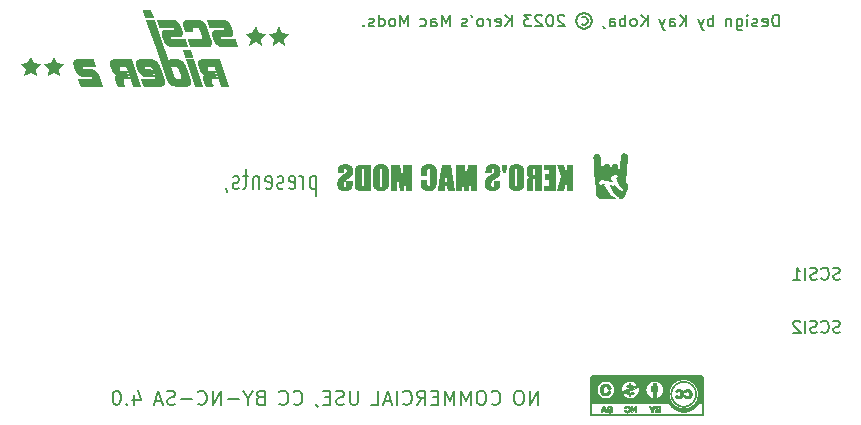
<source format=gbo>
G04 #@! TF.GenerationSoftware,KiCad,Pcbnew,(7.0.0-0)*
G04 #@! TF.CreationDate,2023-03-19T23:12:45+09:00*
G04 #@! TF.ProjectId,SCSIRIDER2TANDEM1,53435349-5249-4444-9552-3254414e4445,rev?*
G04 #@! TF.SameCoordinates,Original*
G04 #@! TF.FileFunction,Legend,Bot*
G04 #@! TF.FilePolarity,Positive*
%FSLAX46Y46*%
G04 Gerber Fmt 4.6, Leading zero omitted, Abs format (unit mm)*
G04 Created by KiCad (PCBNEW (7.0.0-0)) date 2023-03-19 23:12:45*
%MOMM*%
%LPD*%
G01*
G04 APERTURE LIST*
%ADD10C,0.000000*%
%ADD11C,0.003000*%
%ADD12C,0.170000*%
%ADD13C,0.150000*%
%ADD14C,0.100000*%
%ADD15O,1.700000X1.700000*%
%ADD16O,1.500000X1.500000*%
%ADD17R,1.700000X1.700000*%
%ADD18C,4.000000*%
%ADD19R,1.600000X1.600000*%
%ADD20C,1.600000*%
%ADD21C,2.800000*%
G04 APERTURE END LIST*
D10*
G36*
X158302221Y-119210623D02*
G01*
X158297637Y-119223126D01*
X158288870Y-119245794D01*
X158278887Y-119270496D01*
X158267850Y-119296759D01*
X158111482Y-119686623D01*
X158103298Y-119708002D01*
X158094188Y-119728349D01*
X158084209Y-119747688D01*
X158073418Y-119766041D01*
X158061874Y-119783432D01*
X158049634Y-119799883D01*
X158036754Y-119815418D01*
X158023293Y-119830061D01*
X158009308Y-119843834D01*
X157994857Y-119856760D01*
X157979996Y-119868863D01*
X157964784Y-119880166D01*
X157949278Y-119890691D01*
X157933535Y-119900463D01*
X157917613Y-119909504D01*
X157901568Y-119917837D01*
X157869345Y-119932473D01*
X157837323Y-119944557D01*
X157805964Y-119954273D01*
X157775726Y-119961808D01*
X157747069Y-119967345D01*
X157720454Y-119971072D01*
X157696339Y-119973171D01*
X157675184Y-119973830D01*
X156260984Y-119967479D01*
X156180892Y-119966543D01*
X156138030Y-119964525D01*
X156094011Y-119960717D01*
X156049375Y-119954554D01*
X156004664Y-119945468D01*
X155960417Y-119932894D01*
X155938637Y-119925122D01*
X155917176Y-119916265D01*
X155896101Y-119906253D01*
X155875480Y-119895014D01*
X155855380Y-119882479D01*
X155835870Y-119868576D01*
X155817016Y-119853234D01*
X155798887Y-119836383D01*
X155781549Y-119817952D01*
X155765070Y-119797870D01*
X155749519Y-119776066D01*
X155734962Y-119752470D01*
X155721466Y-119727010D01*
X155709101Y-119699616D01*
X155697932Y-119670217D01*
X155688028Y-119638742D01*
X155679457Y-119605120D01*
X155672285Y-119569281D01*
X155624528Y-118935342D01*
X155625856Y-118935342D01*
X155596769Y-118612432D01*
X155882627Y-118612432D01*
X155883137Y-118623212D01*
X155884544Y-118633337D01*
X155886697Y-118642784D01*
X155889441Y-118651526D01*
X155892626Y-118659538D01*
X155896097Y-118666794D01*
X155899702Y-118673270D01*
X155903904Y-118679861D01*
X155908747Y-118686530D01*
X155914271Y-118693188D01*
X155917300Y-118696485D01*
X155920515Y-118699748D01*
X155923920Y-118702963D01*
X155927520Y-118706122D01*
X155931320Y-118709213D01*
X155935325Y-118712224D01*
X155939541Y-118715145D01*
X155943970Y-118717966D01*
X155948620Y-118720674D01*
X155953495Y-118723260D01*
X155958600Y-118725712D01*
X155963939Y-118728020D01*
X155969518Y-118730172D01*
X155975342Y-118732157D01*
X155981416Y-118733965D01*
X155987744Y-118735584D01*
X155994332Y-118737005D01*
X156001184Y-118738215D01*
X156008306Y-118739204D01*
X156015703Y-118739961D01*
X156023379Y-118740475D01*
X156031339Y-118740735D01*
X156039589Y-118740730D01*
X156048134Y-118740450D01*
X156056977Y-118739883D01*
X156066125Y-118739018D01*
X156128964Y-118731803D01*
X156157561Y-118728962D01*
X156184260Y-118726634D01*
X156209050Y-118724820D01*
X156231918Y-118723523D01*
X156252851Y-118722744D01*
X156271837Y-118722483D01*
X156301205Y-118722562D01*
X156330758Y-118722814D01*
X156360484Y-118723265D01*
X156390371Y-118723939D01*
X156384558Y-118731127D01*
X156379064Y-118738547D01*
X156373949Y-118746188D01*
X156369271Y-118754039D01*
X156365088Y-118762090D01*
X156361461Y-118770331D01*
X156358448Y-118778750D01*
X156357190Y-118783024D01*
X156356107Y-118787339D01*
X156355208Y-118791693D01*
X156354498Y-118796085D01*
X156353987Y-118800515D01*
X156353680Y-118804979D01*
X156353586Y-118809479D01*
X156353712Y-118814011D01*
X156354064Y-118818575D01*
X156354651Y-118823169D01*
X156355480Y-118827792D01*
X156356558Y-118832443D01*
X156357893Y-118837121D01*
X156359492Y-118841824D01*
X156361362Y-118846550D01*
X156363510Y-118851299D01*
X156365945Y-118856070D01*
X156368673Y-118860860D01*
X156385740Y-118879779D01*
X156393720Y-118885626D01*
X156402078Y-118891459D01*
X156410808Y-118897277D01*
X156419904Y-118903078D01*
X156429359Y-118908861D01*
X156439168Y-118914623D01*
X156449324Y-118920364D01*
X156459821Y-118926081D01*
X156493879Y-118999519D01*
X156509465Y-119031855D01*
X156524116Y-119061334D01*
X156537848Y-119088004D01*
X156550681Y-119111913D01*
X156562634Y-119133108D01*
X156573724Y-119151639D01*
X156621592Y-119223888D01*
X156669323Y-119292476D01*
X156716880Y-119357361D01*
X156764227Y-119418504D01*
X156811325Y-119475865D01*
X156858137Y-119529402D01*
X156904627Y-119579076D01*
X156950758Y-119624846D01*
X157004027Y-119672345D01*
X157029965Y-119694448D01*
X157055453Y-119715465D01*
X157080502Y-119735403D01*
X157105123Y-119754270D01*
X157129329Y-119772073D01*
X157153129Y-119788821D01*
X157176536Y-119804520D01*
X157199560Y-119819180D01*
X157222213Y-119832807D01*
X157244506Y-119845409D01*
X157266450Y-119856994D01*
X157288056Y-119867570D01*
X157309336Y-119877145D01*
X157330301Y-119885726D01*
X157457700Y-119936656D01*
X157468237Y-119940725D01*
X157477623Y-119944125D01*
X157486010Y-119946896D01*
X157493551Y-119949076D01*
X157497051Y-119949957D01*
X157500397Y-119950704D01*
X157503607Y-119951323D01*
X157506701Y-119951819D01*
X157509697Y-119952196D01*
X157512614Y-119952459D01*
X157515472Y-119952614D01*
X157518289Y-119952664D01*
X157567369Y-119952664D01*
X157584302Y-119904511D01*
X157585631Y-119899619D01*
X157586619Y-119894862D01*
X157587277Y-119890234D01*
X157587614Y-119885728D01*
X157587637Y-119881339D01*
X157587356Y-119877062D01*
X157586780Y-119872891D01*
X157585916Y-119868819D01*
X157584775Y-119864841D01*
X157583364Y-119860951D01*
X157581693Y-119857144D01*
X157579770Y-119853414D01*
X157577603Y-119849754D01*
X157575203Y-119846159D01*
X157572576Y-119842624D01*
X157569733Y-119839142D01*
X157566682Y-119835707D01*
X157563431Y-119832315D01*
X157556367Y-119825633D01*
X157548610Y-119819048D01*
X157540231Y-119812516D01*
X157531298Y-119805989D01*
X157521884Y-119799421D01*
X157501886Y-119785977D01*
X157487760Y-119775582D01*
X157472988Y-119764354D01*
X157457609Y-119752317D01*
X157441660Y-119739494D01*
X157425177Y-119725908D01*
X157408198Y-119711583D01*
X157390760Y-119696541D01*
X157372900Y-119680806D01*
X157341734Y-119652708D01*
X157311292Y-119623338D01*
X157281579Y-119592701D01*
X157252600Y-119560807D01*
X157224360Y-119527663D01*
X157196863Y-119493276D01*
X157170115Y-119457654D01*
X157144119Y-119420804D01*
X157118882Y-119382734D01*
X157094408Y-119343451D01*
X157070701Y-119302964D01*
X157047767Y-119261279D01*
X157025610Y-119218404D01*
X157004236Y-119174347D01*
X156983649Y-119129116D01*
X156963853Y-119082717D01*
X156927571Y-118993192D01*
X156896336Y-118912820D01*
X156870185Y-118841726D01*
X156849157Y-118780034D01*
X156871089Y-118784251D01*
X156893224Y-118788767D01*
X156915555Y-118793584D01*
X156938073Y-118798703D01*
X156960771Y-118804126D01*
X156983641Y-118809854D01*
X157006675Y-118815890D01*
X157029867Y-118822234D01*
X157038828Y-118825050D01*
X157047790Y-118827442D01*
X157056730Y-118829405D01*
X157065626Y-118830934D01*
X157074458Y-118832024D01*
X157083202Y-118832668D01*
X157091838Y-118832863D01*
X157100344Y-118832603D01*
X157108698Y-118831882D01*
X157116879Y-118830695D01*
X157124864Y-118829038D01*
X157132632Y-118826904D01*
X157140161Y-118824289D01*
X157147430Y-118821188D01*
X157154417Y-118817594D01*
X157161100Y-118813504D01*
X157235448Y-118763894D01*
X157270952Y-118811173D01*
X157306999Y-118856651D01*
X157343565Y-118900299D01*
X157380623Y-118942091D01*
X157418146Y-118981997D01*
X157456107Y-119019991D01*
X157494480Y-119056043D01*
X157533239Y-119090127D01*
X157545358Y-119099785D01*
X157559001Y-119110415D01*
X157590902Y-119134660D01*
X157629028Y-119162997D01*
X157673467Y-119195563D01*
X157709715Y-119221505D01*
X157725788Y-119232491D01*
X157740603Y-119242243D01*
X157754238Y-119250828D01*
X157766775Y-119258314D01*
X157778293Y-119264768D01*
X157788874Y-119270257D01*
X157798598Y-119274849D01*
X157807544Y-119278610D01*
X157815794Y-119281608D01*
X157823428Y-119283910D01*
X157830527Y-119285584D01*
X157837170Y-119286696D01*
X157843438Y-119287314D01*
X157849413Y-119287505D01*
X157876932Y-119287505D01*
X157892805Y-119274674D01*
X157896279Y-119272435D01*
X157899603Y-119270037D01*
X157902773Y-119267485D01*
X157905785Y-119264787D01*
X157908636Y-119261946D01*
X157911320Y-119258970D01*
X157913833Y-119255862D01*
X157916173Y-119252630D01*
X157918334Y-119249278D01*
X157920313Y-119245813D01*
X157922106Y-119242240D01*
X157923707Y-119238564D01*
X157925115Y-119234791D01*
X157926324Y-119230927D01*
X157927330Y-119226977D01*
X157928129Y-119222947D01*
X157928728Y-119218774D01*
X157929093Y-119214666D01*
X157929235Y-119210623D01*
X157929167Y-119206649D01*
X157928898Y-119202743D01*
X157928440Y-119198908D01*
X157927805Y-119195146D01*
X157927003Y-119191457D01*
X157926045Y-119187844D01*
X157924944Y-119184309D01*
X157922354Y-119177475D01*
X157919323Y-119170970D01*
X157915940Y-119164805D01*
X157912295Y-119158993D01*
X157908478Y-119153548D01*
X157904579Y-119148482D01*
X157900686Y-119143808D01*
X157893282Y-119135686D01*
X157886983Y-119129285D01*
X157861552Y-119104098D01*
X157836406Y-119077706D01*
X157811549Y-119050113D01*
X157786984Y-119021327D01*
X157762716Y-118991353D01*
X157738747Y-118960198D01*
X157715081Y-118927868D01*
X157691722Y-118894368D01*
X157668673Y-118859706D01*
X157645937Y-118823888D01*
X157623518Y-118786919D01*
X157601420Y-118748806D01*
X157579646Y-118709555D01*
X157558199Y-118669173D01*
X157537083Y-118627665D01*
X157516302Y-118585038D01*
X157499642Y-118549678D01*
X157482410Y-118509301D01*
X157464617Y-118463938D01*
X157446272Y-118413620D01*
X157427388Y-118358379D01*
X157407976Y-118298246D01*
X157388046Y-118233250D01*
X157367609Y-118163424D01*
X157510088Y-118087357D01*
X157481645Y-118030076D01*
X157478211Y-118023478D01*
X157474557Y-118017079D01*
X157470685Y-118010881D01*
X157466596Y-118004886D01*
X157462289Y-117999093D01*
X157457766Y-117993505D01*
X157453028Y-117988122D01*
X157448075Y-117982946D01*
X157442909Y-117977978D01*
X157437529Y-117973218D01*
X157431936Y-117968669D01*
X157426133Y-117964330D01*
X157420118Y-117960205D01*
X157413893Y-117956292D01*
X157407459Y-117952595D01*
X157400816Y-117949113D01*
X157390709Y-117944846D01*
X157380921Y-117940971D01*
X157371436Y-117937485D01*
X157362241Y-117934381D01*
X157353321Y-117931657D01*
X157344662Y-117929308D01*
X157336250Y-117927328D01*
X157328071Y-117925714D01*
X157320110Y-117924462D01*
X157312354Y-117923566D01*
X157304788Y-117923022D01*
X157297399Y-117922827D01*
X157290171Y-117922974D01*
X157283091Y-117923461D01*
X157276146Y-117924282D01*
X157269319Y-117925433D01*
X157261060Y-117926284D01*
X157252489Y-117927705D01*
X157243581Y-117929706D01*
X157234314Y-117932300D01*
X157224662Y-117935496D01*
X157214604Y-117939306D01*
X157204114Y-117943742D01*
X157193168Y-117948815D01*
X157181744Y-117954536D01*
X157169817Y-117960917D01*
X157157363Y-117967967D01*
X157144358Y-117975700D01*
X157130779Y-117984126D01*
X157116602Y-117993255D01*
X157101803Y-118003101D01*
X157086359Y-118013673D01*
X157044689Y-118044678D01*
X157010593Y-118070948D01*
X156983226Y-118092967D01*
X156961740Y-118111221D01*
X156945290Y-118126194D01*
X156933029Y-118138372D01*
X156924110Y-118148240D01*
X156917688Y-118156283D01*
X156912333Y-118166298D01*
X156907795Y-118175954D01*
X156904024Y-118185253D01*
X156900972Y-118194195D01*
X156898591Y-118202781D01*
X156896832Y-118211012D01*
X156895645Y-118218889D01*
X156894984Y-118226414D01*
X156894798Y-118233586D01*
X156895040Y-118240408D01*
X156895660Y-118246879D01*
X156896610Y-118253002D01*
X156897842Y-118258777D01*
X156899306Y-118264204D01*
X156900954Y-118269286D01*
X156902738Y-118274022D01*
X156906011Y-118281456D01*
X156909781Y-118288678D01*
X156914048Y-118295690D01*
X156918818Y-118302494D01*
X156924092Y-118309091D01*
X156929874Y-118315485D01*
X156936166Y-118321676D01*
X156942972Y-118327666D01*
X156950294Y-118333459D01*
X156958134Y-118339054D01*
X156966497Y-118344455D01*
X156975385Y-118349664D01*
X156984801Y-118354681D01*
X156994748Y-118359510D01*
X157005228Y-118364152D01*
X157016244Y-118368609D01*
X157032343Y-118402364D01*
X157049482Y-118437533D01*
X157067664Y-118474092D01*
X157086889Y-118512015D01*
X157066053Y-118510067D01*
X157038967Y-118507054D01*
X157004885Y-118502750D01*
X156963064Y-118496934D01*
X156905370Y-118488473D01*
X156843223Y-118479950D01*
X156776636Y-118471353D01*
X156705621Y-118462670D01*
X156610265Y-118450766D01*
X156522215Y-118438874D01*
X156441730Y-118427006D01*
X156369070Y-118415177D01*
X156228708Y-118294791D01*
X156188493Y-118317149D01*
X156149007Y-118339647D01*
X156112169Y-118361822D01*
X156077923Y-118383713D01*
X156046213Y-118405355D01*
X156016983Y-118426786D01*
X155990178Y-118448044D01*
X155965743Y-118469165D01*
X155954396Y-118479687D01*
X155943620Y-118490187D01*
X155936107Y-118497999D01*
X155929182Y-118505708D01*
X155922824Y-118513310D01*
X155917014Y-118520803D01*
X155911735Y-118528183D01*
X155906966Y-118535448D01*
X155902689Y-118542593D01*
X155898885Y-118549617D01*
X155895533Y-118556515D01*
X155892617Y-118563284D01*
X155890115Y-118569922D01*
X155888009Y-118576425D01*
X155886281Y-118582790D01*
X155884911Y-118589013D01*
X155883167Y-118601024D01*
X155882627Y-118612432D01*
X155596769Y-118612432D01*
X155502424Y-117565064D01*
X155479432Y-117233516D01*
X155459735Y-116914122D01*
X155444651Y-116632730D01*
X155435495Y-116415185D01*
X155436343Y-116384882D01*
X155440412Y-116355860D01*
X155447496Y-116328192D01*
X155457388Y-116301949D01*
X155469882Y-116277205D01*
X155484771Y-116254031D01*
X155501851Y-116232501D01*
X155520914Y-116212686D01*
X155541755Y-116194659D01*
X155564167Y-116178493D01*
X155587944Y-116164259D01*
X155612879Y-116152031D01*
X155638768Y-116141881D01*
X155665402Y-116133881D01*
X155692578Y-116128104D01*
X155720087Y-116124623D01*
X155747724Y-116123509D01*
X155775282Y-116124835D01*
X155802557Y-116128673D01*
X155829340Y-116135097D01*
X155855427Y-116144178D01*
X155880611Y-116155990D01*
X155904685Y-116170603D01*
X155927444Y-116188092D01*
X155948682Y-116208527D01*
X155968191Y-116231983D01*
X155985767Y-116258531D01*
X156001203Y-116288243D01*
X156014292Y-116321192D01*
X156024829Y-116357452D01*
X156032607Y-116397093D01*
X156037420Y-116440188D01*
X156168520Y-117891560D01*
X156218892Y-117884698D01*
X156238211Y-117882203D01*
X156266286Y-117878728D01*
X156261011Y-117519192D01*
X156258611Y-117274949D01*
X156260305Y-117243757D01*
X156265240Y-117214315D01*
X156273203Y-117186646D01*
X156283975Y-117160774D01*
X156297342Y-117136721D01*
X156313086Y-117114510D01*
X156330992Y-117094164D01*
X156350843Y-117075705D01*
X156372424Y-117059156D01*
X156395518Y-117044541D01*
X156419910Y-117031882D01*
X156445382Y-117021201D01*
X156471718Y-117012522D01*
X156498703Y-117005868D01*
X156526121Y-117001261D01*
X156553754Y-116998723D01*
X156581388Y-116998279D01*
X156608806Y-116999951D01*
X156635791Y-117003760D01*
X156662127Y-117009732D01*
X156687599Y-117017887D01*
X156711990Y-117028250D01*
X156735084Y-117040842D01*
X156756665Y-117055687D01*
X156776517Y-117072807D01*
X156794423Y-117092226D01*
X156810167Y-117113966D01*
X156823534Y-117138049D01*
X156834306Y-117164499D01*
X156842268Y-117193339D01*
X156847204Y-117224591D01*
X156848898Y-117258279D01*
X156849369Y-117413672D01*
X156850683Y-117561426D01*
X156855249Y-117833218D01*
X156923509Y-117831897D01*
X156959493Y-117242932D01*
X156963522Y-117212080D01*
X156970653Y-117183203D01*
X156980668Y-117156308D01*
X156993350Y-117131401D01*
X157008482Y-117108491D01*
X157025848Y-117087585D01*
X157045229Y-117068690D01*
X157066410Y-117051813D01*
X157089173Y-117036961D01*
X157113301Y-117024142D01*
X157138577Y-117013363D01*
X157164784Y-117004631D01*
X157191705Y-116997954D01*
X157219122Y-116993339D01*
X157246820Y-116990792D01*
X157274580Y-116990322D01*
X157302186Y-116991936D01*
X157329421Y-116995640D01*
X157356067Y-117001443D01*
X157381908Y-117009351D01*
X157406727Y-117019371D01*
X157430306Y-117031512D01*
X157452428Y-117045779D01*
X157472877Y-117062182D01*
X157491436Y-117080725D01*
X157507886Y-117101418D01*
X157522012Y-117124267D01*
X157533597Y-117149280D01*
X157542422Y-117176464D01*
X157548272Y-117205825D01*
X157550929Y-117237372D01*
X157550176Y-117271111D01*
X157538393Y-117435421D01*
X157528149Y-117590826D01*
X157519592Y-117737649D01*
X157512868Y-117876212D01*
X157525675Y-117879162D01*
X157538034Y-117882147D01*
X157561600Y-117888168D01*
X157605474Y-117900023D01*
X157698837Y-116882222D01*
X157731529Y-116540870D01*
X157754697Y-116334220D01*
X157760472Y-116304534D01*
X157769219Y-116276646D01*
X157780723Y-116250593D01*
X157794766Y-116226411D01*
X157811134Y-116204138D01*
X157829609Y-116183810D01*
X157849977Y-116165465D01*
X157872022Y-116149140D01*
X157895526Y-116134872D01*
X157920275Y-116122697D01*
X157946051Y-116112654D01*
X157972640Y-116104778D01*
X157999825Y-116099108D01*
X158027391Y-116095680D01*
X158055120Y-116094531D01*
X158082798Y-116095698D01*
X158110207Y-116099219D01*
X158137133Y-116105130D01*
X158163360Y-116113469D01*
X158188670Y-116124272D01*
X158212848Y-116137576D01*
X158235679Y-116153420D01*
X158256946Y-116171839D01*
X158276433Y-116192870D01*
X158293924Y-116216552D01*
X158309204Y-116242921D01*
X158322055Y-116272013D01*
X158332263Y-116303866D01*
X158339611Y-116338518D01*
X158343883Y-116376005D01*
X158344864Y-116416364D01*
X158342336Y-116459632D01*
X158159639Y-118549577D01*
X158187412Y-118563036D01*
X158212663Y-118578218D01*
X158235497Y-118594981D01*
X158256024Y-118613185D01*
X158274351Y-118632688D01*
X158290585Y-118653350D01*
X158304834Y-118675030D01*
X158317205Y-118697586D01*
X158327807Y-118720878D01*
X158336748Y-118744764D01*
X158344133Y-118769104D01*
X158350072Y-118793757D01*
X158354672Y-118818581D01*
X158358041Y-118843436D01*
X158361515Y-118892675D01*
X158361354Y-118940344D01*
X158358421Y-118985317D01*
X158353577Y-119026465D01*
X158347682Y-119062661D01*
X158336186Y-119115684D01*
X158330823Y-119135363D01*
X158329156Y-119139944D01*
X158324226Y-119153156D01*
X158320573Y-119162751D01*
X158316146Y-119174207D01*
X158310960Y-119187423D01*
X158305029Y-119202302D01*
X158305029Y-119202964D01*
X158302221Y-119210623D01*
G37*
D11*
G36*
X156225986Y-137501899D02*
G01*
X156344547Y-137501899D01*
X156543406Y-138027427D01*
X156427056Y-138027427D01*
X156385799Y-137910380D01*
X156189227Y-137910380D01*
X156149392Y-138027427D01*
X156029414Y-138027427D01*
X156105470Y-137824094D01*
X156219361Y-137824094D01*
X156355590Y-137824094D01*
X156287198Y-137631330D01*
X156285621Y-137631330D01*
X156219361Y-137824094D01*
X156105470Y-137824094D01*
X156225986Y-137501899D01*
G37*
X156225986Y-137501899D02*
X156344547Y-137501899D01*
X156543406Y-138027427D01*
X156427056Y-138027427D01*
X156385799Y-137910380D01*
X156189227Y-137910380D01*
X156149392Y-138027427D01*
X156029414Y-138027427D01*
X156105470Y-137824094D01*
X156219361Y-137824094D01*
X156355590Y-137824094D01*
X156287198Y-137631330D01*
X156285621Y-137631330D01*
X156219361Y-137824094D01*
X156105470Y-137824094D01*
X156225986Y-137501899D01*
G36*
X161950866Y-136454727D02*
G01*
X162015606Y-136454727D01*
X162016746Y-136507716D01*
X162020166Y-136559564D01*
X162025867Y-136610269D01*
X162033847Y-136659834D01*
X162044108Y-136708257D01*
X162056648Y-136755541D01*
X162071468Y-136801684D01*
X162088568Y-136846687D01*
X162107947Y-136890551D01*
X162129606Y-136933276D01*
X162153544Y-136974863D01*
X162179761Y-137015312D01*
X162208257Y-137054623D01*
X162239032Y-137092797D01*
X162272086Y-137129834D01*
X162307419Y-137165735D01*
X162346291Y-137202577D01*
X162386008Y-137237043D01*
X162426571Y-137269131D01*
X162467980Y-137298843D01*
X162510236Y-137326177D01*
X162553338Y-137351135D01*
X162597287Y-137373716D01*
X162642083Y-137393920D01*
X162687726Y-137411747D01*
X162734217Y-137427197D01*
X162781555Y-137440270D01*
X162829742Y-137450966D01*
X162878776Y-137459285D01*
X162928658Y-137465228D01*
X162979390Y-137468793D01*
X163030970Y-137469981D01*
X163082525Y-137468805D01*
X163133184Y-137465276D01*
X163182946Y-137459394D01*
X163231811Y-137451159D01*
X163279779Y-137440570D01*
X163326852Y-137427629D01*
X163373028Y-137412334D01*
X163418308Y-137394686D01*
X163462693Y-137374684D01*
X163506182Y-137352329D01*
X163548776Y-137327620D01*
X163590475Y-137300557D01*
X163631279Y-137271140D01*
X163671188Y-137239369D01*
X163710203Y-137205244D01*
X163748324Y-137168765D01*
X163784797Y-137130697D01*
X163818918Y-137091755D01*
X163850687Y-137051938D01*
X163880104Y-137011246D01*
X163907169Y-136969680D01*
X163931881Y-136927239D01*
X163954240Y-136883924D01*
X163974247Y-136839733D01*
X163991900Y-136794669D01*
X164007201Y-136748729D01*
X164020148Y-136701916D01*
X164030741Y-136654227D01*
X164038981Y-136605664D01*
X164044866Y-136556226D01*
X164048398Y-136505914D01*
X164049575Y-136454727D01*
X164048386Y-136403516D01*
X164044818Y-136353134D01*
X164038871Y-136303578D01*
X164030547Y-136254848D01*
X164019844Y-136206945D01*
X164006764Y-136159868D01*
X163991306Y-136113616D01*
X163973471Y-136068189D01*
X163953259Y-136023586D01*
X163930669Y-135979808D01*
X163905703Y-135936854D01*
X163878361Y-135894722D01*
X163848642Y-135853414D01*
X163816546Y-135812928D01*
X163782075Y-135773265D01*
X163745229Y-135734423D01*
X163708232Y-135698331D01*
X163670216Y-135664568D01*
X163631180Y-135633133D01*
X163591125Y-135604027D01*
X163550050Y-135577249D01*
X163507956Y-135552800D01*
X163464842Y-135530679D01*
X163420710Y-135510887D01*
X163375558Y-135493423D01*
X163329388Y-135478287D01*
X163282198Y-135465481D01*
X163233990Y-135455002D01*
X163184763Y-135446853D01*
X163134517Y-135441031D01*
X163083252Y-135437539D01*
X163030970Y-135436374D01*
X162978671Y-135437533D01*
X162927357Y-135441009D01*
X162877029Y-135446801D01*
X162827686Y-135454911D01*
X162779327Y-135465337D01*
X162731952Y-135478081D01*
X162685561Y-135493140D01*
X162640153Y-135510517D01*
X162595728Y-135530209D01*
X162552285Y-135552218D01*
X162509825Y-135576543D01*
X162468346Y-135603185D01*
X162427848Y-135632142D01*
X162388332Y-135663415D01*
X162349796Y-135697004D01*
X162312239Y-135732909D01*
X162276318Y-135770476D01*
X162242715Y-135809051D01*
X162211429Y-135848633D01*
X162182461Y-135889224D01*
X162155810Y-135930820D01*
X162131477Y-135973424D01*
X162109461Y-136017033D01*
X162089763Y-136061649D01*
X162072382Y-136107269D01*
X162057319Y-136153895D01*
X162044573Y-136201524D01*
X162034145Y-136250158D01*
X162026034Y-136299796D01*
X162020240Y-136350437D01*
X162016764Y-136402081D01*
X162015606Y-136454727D01*
X161950866Y-136454727D01*
X161950857Y-136454361D01*
X161950878Y-136454203D01*
X161950894Y-136454041D01*
X161950906Y-136453875D01*
X161950914Y-136453707D01*
X161950919Y-136453540D01*
X161950921Y-136453374D01*
X161950922Y-136453053D01*
X161952362Y-136397370D01*
X161956573Y-136342420D01*
X161963486Y-136288270D01*
X161973033Y-136234988D01*
X161985146Y-136182643D01*
X161999758Y-136131302D01*
X162016800Y-136081033D01*
X162036205Y-136031904D01*
X162057903Y-135983983D01*
X162081828Y-135937339D01*
X162107911Y-135892038D01*
X162136084Y-135848149D01*
X162166280Y-135805741D01*
X162198430Y-135764880D01*
X162232466Y-135725636D01*
X162268320Y-135688075D01*
X162305924Y-135652266D01*
X162345211Y-135618277D01*
X162386112Y-135586175D01*
X162428559Y-135556029D01*
X162472484Y-135527907D01*
X162517820Y-135501877D01*
X162564497Y-135478006D01*
X162612449Y-135456363D01*
X162661607Y-135437015D01*
X162711903Y-135420031D01*
X162763269Y-135405478D01*
X162815638Y-135393425D01*
X162868940Y-135383939D01*
X162923109Y-135377088D01*
X162978075Y-135372941D01*
X163033772Y-135371565D01*
X163089455Y-135373011D01*
X163144406Y-135377227D01*
X163198558Y-135384145D01*
X163251842Y-135393696D01*
X163304190Y-135405813D01*
X163355534Y-135420427D01*
X163405807Y-135437471D01*
X163454940Y-135456877D01*
X163502865Y-135478577D01*
X163549514Y-135502502D01*
X163594820Y-135528585D01*
X163638713Y-135556758D01*
X163681127Y-135586952D01*
X163721994Y-135619101D01*
X163761244Y-135653135D01*
X163798810Y-135688987D01*
X163834625Y-135726589D01*
X163868620Y-135765872D01*
X163900727Y-135806770D01*
X163930878Y-135849213D01*
X163959006Y-135893134D01*
X163985041Y-135938465D01*
X164008917Y-135985138D01*
X164030564Y-136033085D01*
X164049916Y-136082238D01*
X164066904Y-136132528D01*
X164081460Y-136183889D01*
X164093516Y-136236251D01*
X164103004Y-136289548D01*
X164109856Y-136343710D01*
X164114004Y-136398670D01*
X164115380Y-136454361D01*
X164115380Y-136455669D01*
X164113928Y-136511358D01*
X164109706Y-136566314D01*
X164102782Y-136620468D01*
X164093225Y-136673754D01*
X164081102Y-136726103D01*
X164066481Y-136777447D01*
X164049431Y-136827718D01*
X164030019Y-136876848D01*
X164008314Y-136924771D01*
X163984383Y-136971416D01*
X163958294Y-137016718D01*
X163930115Y-137060607D01*
X163899915Y-137103015D01*
X163867761Y-137143876D01*
X163833721Y-137183121D01*
X163797863Y-137220682D01*
X163760256Y-137256491D01*
X163720967Y-137290480D01*
X163680064Y-137322582D01*
X163637615Y-137352728D01*
X163593688Y-137380850D01*
X163548351Y-137406881D01*
X163501672Y-137430753D01*
X163453719Y-137452398D01*
X163404561Y-137471747D01*
X163354264Y-137488734D01*
X163302898Y-137503289D01*
X163250529Y-137515346D01*
X163197227Y-137524836D01*
X163143058Y-137531691D01*
X163088091Y-137535844D01*
X163032394Y-137537226D01*
X162976699Y-137535773D01*
X162921737Y-137531552D01*
X162867576Y-137524629D01*
X162814283Y-137515072D01*
X162761928Y-137502951D01*
X162710577Y-137488332D01*
X162660299Y-137471284D01*
X162611161Y-137451874D01*
X162563233Y-137430171D01*
X162516581Y-137406242D01*
X162471274Y-137380156D01*
X162427379Y-137351981D01*
X162384966Y-137321784D01*
X162344101Y-137289633D01*
X162304852Y-137255597D01*
X162267289Y-137219744D01*
X162231478Y-137182140D01*
X162197487Y-137142855D01*
X162165385Y-137101957D01*
X162135240Y-137059512D01*
X162107119Y-137015590D01*
X162081091Y-136970259D01*
X162057223Y-136923585D01*
X162035584Y-136875638D01*
X162016242Y-136826485D01*
X161999264Y-136776194D01*
X161984718Y-136724833D01*
X161972673Y-136672471D01*
X161963196Y-136619174D01*
X161956356Y-136565012D01*
X161952220Y-136510051D01*
X161950866Y-136454727D01*
G37*
X161950866Y-136454727D02*
X162015606Y-136454727D01*
X162016746Y-136507716D01*
X162020166Y-136559564D01*
X162025867Y-136610269D01*
X162033847Y-136659834D01*
X162044108Y-136708257D01*
X162056648Y-136755541D01*
X162071468Y-136801684D01*
X162088568Y-136846687D01*
X162107947Y-136890551D01*
X162129606Y-136933276D01*
X162153544Y-136974863D01*
X162179761Y-137015312D01*
X162208257Y-137054623D01*
X162239032Y-137092797D01*
X162272086Y-137129834D01*
X162307419Y-137165735D01*
X162346291Y-137202577D01*
X162386008Y-137237043D01*
X162426571Y-137269131D01*
X162467980Y-137298843D01*
X162510236Y-137326177D01*
X162553338Y-137351135D01*
X162597287Y-137373716D01*
X162642083Y-137393920D01*
X162687726Y-137411747D01*
X162734217Y-137427197D01*
X162781555Y-137440270D01*
X162829742Y-137450966D01*
X162878776Y-137459285D01*
X162928658Y-137465228D01*
X162979390Y-137468793D01*
X163030970Y-137469981D01*
X163082525Y-137468805D01*
X163133184Y-137465276D01*
X163182946Y-137459394D01*
X163231811Y-137451159D01*
X163279779Y-137440570D01*
X163326852Y-137427629D01*
X163373028Y-137412334D01*
X163418308Y-137394686D01*
X163462693Y-137374684D01*
X163506182Y-137352329D01*
X163548776Y-137327620D01*
X163590475Y-137300557D01*
X163631279Y-137271140D01*
X163671188Y-137239369D01*
X163710203Y-137205244D01*
X163748324Y-137168765D01*
X163784797Y-137130697D01*
X163818918Y-137091755D01*
X163850687Y-137051938D01*
X163880104Y-137011246D01*
X163907169Y-136969680D01*
X163931881Y-136927239D01*
X163954240Y-136883924D01*
X163974247Y-136839733D01*
X163991900Y-136794669D01*
X164007201Y-136748729D01*
X164020148Y-136701916D01*
X164030741Y-136654227D01*
X164038981Y-136605664D01*
X164044866Y-136556226D01*
X164048398Y-136505914D01*
X164049575Y-136454727D01*
X164048386Y-136403516D01*
X164044818Y-136353134D01*
X164038871Y-136303578D01*
X164030547Y-136254848D01*
X164019844Y-136206945D01*
X164006764Y-136159868D01*
X163991306Y-136113616D01*
X163973471Y-136068189D01*
X163953259Y-136023586D01*
X163930669Y-135979808D01*
X163905703Y-135936854D01*
X163878361Y-135894722D01*
X163848642Y-135853414D01*
X163816546Y-135812928D01*
X163782075Y-135773265D01*
X163745229Y-135734423D01*
X163708232Y-135698331D01*
X163670216Y-135664568D01*
X163631180Y-135633133D01*
X163591125Y-135604027D01*
X163550050Y-135577249D01*
X163507956Y-135552800D01*
X163464842Y-135530679D01*
X163420710Y-135510887D01*
X163375558Y-135493423D01*
X163329388Y-135478287D01*
X163282198Y-135465481D01*
X163233990Y-135455002D01*
X163184763Y-135446853D01*
X163134517Y-135441031D01*
X163083252Y-135437539D01*
X163030970Y-135436374D01*
X162978671Y-135437533D01*
X162927357Y-135441009D01*
X162877029Y-135446801D01*
X162827686Y-135454911D01*
X162779327Y-135465337D01*
X162731952Y-135478081D01*
X162685561Y-135493140D01*
X162640153Y-135510517D01*
X162595728Y-135530209D01*
X162552285Y-135552218D01*
X162509825Y-135576543D01*
X162468346Y-135603185D01*
X162427848Y-135632142D01*
X162388332Y-135663415D01*
X162349796Y-135697004D01*
X162312239Y-135732909D01*
X162276318Y-135770476D01*
X162242715Y-135809051D01*
X162211429Y-135848633D01*
X162182461Y-135889224D01*
X162155810Y-135930820D01*
X162131477Y-135973424D01*
X162109461Y-136017033D01*
X162089763Y-136061649D01*
X162072382Y-136107269D01*
X162057319Y-136153895D01*
X162044573Y-136201524D01*
X162034145Y-136250158D01*
X162026034Y-136299796D01*
X162020240Y-136350437D01*
X162016764Y-136402081D01*
X162015606Y-136454727D01*
X161950866Y-136454727D01*
X161950857Y-136454361D01*
X161950878Y-136454203D01*
X161950894Y-136454041D01*
X161950906Y-136453875D01*
X161950914Y-136453707D01*
X161950919Y-136453540D01*
X161950921Y-136453374D01*
X161950922Y-136453053D01*
X161952362Y-136397370D01*
X161956573Y-136342420D01*
X161963486Y-136288270D01*
X161973033Y-136234988D01*
X161985146Y-136182643D01*
X161999758Y-136131302D01*
X162016800Y-136081033D01*
X162036205Y-136031904D01*
X162057903Y-135983983D01*
X162081828Y-135937339D01*
X162107911Y-135892038D01*
X162136084Y-135848149D01*
X162166280Y-135805741D01*
X162198430Y-135764880D01*
X162232466Y-135725636D01*
X162268320Y-135688075D01*
X162305924Y-135652266D01*
X162345211Y-135618277D01*
X162386112Y-135586175D01*
X162428559Y-135556029D01*
X162472484Y-135527907D01*
X162517820Y-135501877D01*
X162564497Y-135478006D01*
X162612449Y-135456363D01*
X162661607Y-135437015D01*
X162711903Y-135420031D01*
X162763269Y-135405478D01*
X162815638Y-135393425D01*
X162868940Y-135383939D01*
X162923109Y-135377088D01*
X162978075Y-135372941D01*
X163033772Y-135371565D01*
X163089455Y-135373011D01*
X163144406Y-135377227D01*
X163198558Y-135384145D01*
X163251842Y-135393696D01*
X163304190Y-135405813D01*
X163355534Y-135420427D01*
X163405807Y-135437471D01*
X163454940Y-135456877D01*
X163502865Y-135478577D01*
X163549514Y-135502502D01*
X163594820Y-135528585D01*
X163638713Y-135556758D01*
X163681127Y-135586952D01*
X163721994Y-135619101D01*
X163761244Y-135653135D01*
X163798810Y-135688987D01*
X163834625Y-135726589D01*
X163868620Y-135765872D01*
X163900727Y-135806770D01*
X163930878Y-135849213D01*
X163959006Y-135893134D01*
X163985041Y-135938465D01*
X164008917Y-135985138D01*
X164030564Y-136033085D01*
X164049916Y-136082238D01*
X164066904Y-136132528D01*
X164081460Y-136183889D01*
X164093516Y-136236251D01*
X164103004Y-136289548D01*
X164109856Y-136343710D01*
X164114004Y-136398670D01*
X164115380Y-136454361D01*
X164115380Y-136455669D01*
X164113928Y-136511358D01*
X164109706Y-136566314D01*
X164102782Y-136620468D01*
X164093225Y-136673754D01*
X164081102Y-136726103D01*
X164066481Y-136777447D01*
X164049431Y-136827718D01*
X164030019Y-136876848D01*
X164008314Y-136924771D01*
X163984383Y-136971416D01*
X163958294Y-137016718D01*
X163930115Y-137060607D01*
X163899915Y-137103015D01*
X163867761Y-137143876D01*
X163833721Y-137183121D01*
X163797863Y-137220682D01*
X163760256Y-137256491D01*
X163720967Y-137290480D01*
X163680064Y-137322582D01*
X163637615Y-137352728D01*
X163593688Y-137380850D01*
X163548351Y-137406881D01*
X163501672Y-137430753D01*
X163453719Y-137452398D01*
X163404561Y-137471747D01*
X163354264Y-137488734D01*
X163302898Y-137503289D01*
X163250529Y-137515346D01*
X163197227Y-137524836D01*
X163143058Y-137531691D01*
X163088091Y-137535844D01*
X163032394Y-137537226D01*
X162976699Y-137535773D01*
X162921737Y-137531552D01*
X162867576Y-137524629D01*
X162814283Y-137515072D01*
X162761928Y-137502951D01*
X162710577Y-137488332D01*
X162660299Y-137471284D01*
X162611161Y-137451874D01*
X162563233Y-137430171D01*
X162516581Y-137406242D01*
X162471274Y-137380156D01*
X162427379Y-137351981D01*
X162384966Y-137321784D01*
X162344101Y-137289633D01*
X162304852Y-137255597D01*
X162267289Y-137219744D01*
X162231478Y-137182140D01*
X162197487Y-137142855D01*
X162165385Y-137101957D01*
X162135240Y-137059512D01*
X162107119Y-137015590D01*
X162081091Y-136970259D01*
X162057223Y-136923585D01*
X162035584Y-136875638D01*
X162016242Y-136826485D01*
X161999264Y-136776194D01*
X161984718Y-136724833D01*
X161972673Y-136672471D01*
X161963196Y-136619174D01*
X161956356Y-136565012D01*
X161952220Y-136510051D01*
X161950866Y-136454727D01*
G36*
X160442431Y-137822832D02*
G01*
X160442431Y-138027506D01*
X160326634Y-138027506D01*
X160326634Y-137825829D01*
X160131404Y-137501978D01*
X160260296Y-137501978D01*
X160382718Y-137709571D01*
X160505773Y-137501977D01*
X160635297Y-137501977D01*
X160442431Y-137822832D01*
G37*
X160442431Y-137822832D02*
X160442431Y-138027506D01*
X160326634Y-138027506D01*
X160326634Y-137825829D01*
X160131404Y-137501978D01*
X160260296Y-137501978D01*
X160382718Y-137709571D01*
X160505773Y-137501977D01*
X160635297Y-137501977D01*
X160442431Y-137822832D01*
G36*
X160774662Y-135804878D02*
G01*
X160777679Y-135805107D01*
X160780652Y-135805484D01*
X160783577Y-135806007D01*
X160786452Y-135806670D01*
X160789270Y-135807470D01*
X160792031Y-135808404D01*
X160794728Y-135809467D01*
X160797359Y-135810657D01*
X160799920Y-135811969D01*
X160802408Y-135813399D01*
X160804817Y-135814945D01*
X160807146Y-135816601D01*
X160809390Y-135818365D01*
X160811545Y-135820233D01*
X160813607Y-135822201D01*
X160815574Y-135824266D01*
X160817440Y-135826423D01*
X160819203Y-135828669D01*
X160820859Y-135831000D01*
X160822404Y-135833412D01*
X160823833Y-135835903D01*
X160825145Y-135838467D01*
X160826334Y-135841102D01*
X160827397Y-135843804D01*
X160828331Y-135846568D01*
X160829131Y-135849392D01*
X160829794Y-135852271D01*
X160830316Y-135855203D01*
X160830694Y-135858182D01*
X160830923Y-135861205D01*
X160831000Y-135864270D01*
X160831000Y-136240729D01*
X160726009Y-136240729D01*
X160726009Y-136686516D01*
X160440697Y-136686516D01*
X160440697Y-136240729D01*
X160335626Y-136240729D01*
X160335626Y-135864270D01*
X160335703Y-135861205D01*
X160335933Y-135858182D01*
X160336312Y-135855203D01*
X160336835Y-135852271D01*
X160337500Y-135849392D01*
X160338302Y-135846568D01*
X160339238Y-135843804D01*
X160340304Y-135841102D01*
X160341496Y-135838467D01*
X160342811Y-135835903D01*
X160344244Y-135833412D01*
X160345792Y-135831000D01*
X160347451Y-135828668D01*
X160349218Y-135826422D01*
X160351088Y-135824265D01*
X160353058Y-135822201D01*
X160355125Y-135820233D01*
X160357283Y-135818365D01*
X160359531Y-135816601D01*
X160361863Y-135814944D01*
X160364276Y-135813399D01*
X160366767Y-135811968D01*
X160369331Y-135810657D01*
X160371965Y-135809467D01*
X160374665Y-135808403D01*
X160377428Y-135807470D01*
X160380249Y-135806669D01*
X160383125Y-135806006D01*
X160386052Y-135805484D01*
X160389026Y-135805107D01*
X160392044Y-135804877D01*
X160395101Y-135804800D01*
X160771604Y-135804800D01*
X160774662Y-135804878D01*
G37*
X160774662Y-135804878D02*
X160777679Y-135805107D01*
X160780652Y-135805484D01*
X160783577Y-135806007D01*
X160786452Y-135806670D01*
X160789270Y-135807470D01*
X160792031Y-135808404D01*
X160794728Y-135809467D01*
X160797359Y-135810657D01*
X160799920Y-135811969D01*
X160802408Y-135813399D01*
X160804817Y-135814945D01*
X160807146Y-135816601D01*
X160809390Y-135818365D01*
X160811545Y-135820233D01*
X160813607Y-135822201D01*
X160815574Y-135824266D01*
X160817440Y-135826423D01*
X160819203Y-135828669D01*
X160820859Y-135831000D01*
X160822404Y-135833412D01*
X160823833Y-135835903D01*
X160825145Y-135838467D01*
X160826334Y-135841102D01*
X160827397Y-135843804D01*
X160828331Y-135846568D01*
X160829131Y-135849392D01*
X160829794Y-135852271D01*
X160830316Y-135855203D01*
X160830694Y-135858182D01*
X160830923Y-135861205D01*
X160831000Y-135864270D01*
X160831000Y-136240729D01*
X160726009Y-136240729D01*
X160726009Y-136686516D01*
X160440697Y-136686516D01*
X160440697Y-136240729D01*
X160335626Y-136240729D01*
X160335626Y-135864270D01*
X160335703Y-135861205D01*
X160335933Y-135858182D01*
X160336312Y-135855203D01*
X160336835Y-135852271D01*
X160337500Y-135849392D01*
X160338302Y-135846568D01*
X160339238Y-135843804D01*
X160340304Y-135841102D01*
X160341496Y-135838467D01*
X160342811Y-135835903D01*
X160344244Y-135833412D01*
X160345792Y-135831000D01*
X160347451Y-135828668D01*
X160349218Y-135826422D01*
X160351088Y-135824265D01*
X160353058Y-135822201D01*
X160355125Y-135820233D01*
X160357283Y-135818365D01*
X160359531Y-135816601D01*
X160361863Y-135814944D01*
X160364276Y-135813399D01*
X160366767Y-135811968D01*
X160369331Y-135810657D01*
X160371965Y-135809467D01*
X160374665Y-135808403D01*
X160377428Y-135807470D01*
X160380249Y-135806669D01*
X160383125Y-135806006D01*
X160386052Y-135805484D01*
X160389026Y-135805107D01*
X160392044Y-135804877D01*
X160395101Y-135804800D01*
X160771604Y-135804800D01*
X160774662Y-135804878D01*
D10*
G36*
X108035492Y-108482023D02*
G01*
X108622537Y-108567289D01*
X108197757Y-108981321D01*
X108298007Y-109565989D01*
X107773081Y-109289933D01*
X107247943Y-109565989D01*
X107348300Y-108981321D01*
X106923520Y-108567289D01*
X107510562Y-108482023D01*
X107773081Y-107950065D01*
X108035492Y-108482023D01*
G37*
D11*
G36*
X158714060Y-137854459D02*
G01*
X158715322Y-137854459D01*
X158935009Y-137501899D01*
X159050016Y-137501899D01*
X159050016Y-138027427D01*
X158941476Y-138027427D01*
X158941476Y-137675498D01*
X158940057Y-137675498D01*
X158721240Y-138027427D01*
X158605678Y-138027427D01*
X158605678Y-137501899D01*
X158714060Y-137501899D01*
X158714060Y-137854459D01*
G37*
X158714060Y-137854459D02*
X158715322Y-137854459D01*
X158935009Y-137501899D01*
X159050016Y-137501899D01*
X159050016Y-138027427D01*
X158941476Y-138027427D01*
X158941476Y-137675498D01*
X158940057Y-137675498D01*
X158721240Y-138027427D01*
X158605678Y-138027427D01*
X158605678Y-137501899D01*
X158714060Y-137501899D01*
X158714060Y-137854459D01*
G36*
X155596245Y-136091607D02*
G01*
X155686806Y-136091607D01*
X155687652Y-136130873D01*
X155690189Y-136169293D01*
X155694419Y-136206868D01*
X155700340Y-136243597D01*
X155707953Y-136279482D01*
X155717258Y-136314523D01*
X155728255Y-136348719D01*
X155740944Y-136382070D01*
X155755325Y-136414578D01*
X155771399Y-136446242D01*
X155789165Y-136477063D01*
X155808623Y-136507040D01*
X155829774Y-136536174D01*
X155852617Y-136564465D01*
X155877153Y-136591914D01*
X155903382Y-136618520D01*
X155932215Y-136645820D01*
X155961678Y-136671359D01*
X155991772Y-136695136D01*
X156022496Y-136717151D01*
X156053850Y-136737404D01*
X156085834Y-136755896D01*
X156118448Y-136772627D01*
X156151690Y-136787596D01*
X156185562Y-136800803D01*
X156220063Y-136812250D01*
X156255193Y-136821935D01*
X156290951Y-136829859D01*
X156327338Y-136836022D01*
X156364352Y-136840424D01*
X156401995Y-136843065D01*
X156440265Y-136843946D01*
X156478509Y-136843074D01*
X156516090Y-136840457D01*
X156553008Y-136836096D01*
X156589263Y-136829992D01*
X156624855Y-136822145D01*
X156659782Y-136812554D01*
X156694046Y-136801220D01*
X156727644Y-136788144D01*
X156760578Y-136773325D01*
X156792846Y-136756765D01*
X156824449Y-136738463D01*
X156855386Y-136718419D01*
X156885656Y-136696635D01*
X156915259Y-136673109D01*
X156944195Y-136647843D01*
X156972464Y-136620837D01*
X156999509Y-136592602D01*
X157024810Y-136563723D01*
X157048367Y-136534200D01*
X157070180Y-136504032D01*
X157090248Y-136473219D01*
X157108572Y-136441761D01*
X157125152Y-136409657D01*
X157139987Y-136376907D01*
X157153078Y-136343511D01*
X157164423Y-136309468D01*
X157174023Y-136274778D01*
X157181879Y-136239440D01*
X157187988Y-136203454D01*
X157192353Y-136166821D01*
X157194971Y-136129538D01*
X157195844Y-136091607D01*
X157194963Y-136053648D01*
X157192320Y-136016303D01*
X157187914Y-135979571D01*
X157181745Y-135943452D01*
X157173813Y-135907946D01*
X157164118Y-135873053D01*
X157152660Y-135838772D01*
X157139438Y-135805104D01*
X157124452Y-135772048D01*
X157107702Y-135739604D01*
X157089188Y-135707773D01*
X157068909Y-135676553D01*
X157046866Y-135645945D01*
X157023058Y-135615949D01*
X156997484Y-135586565D01*
X156970146Y-135557791D01*
X156942684Y-135531038D01*
X156914469Y-135506013D01*
X156885498Y-135482715D01*
X156855774Y-135461145D01*
X156825295Y-135441301D01*
X156794061Y-135423185D01*
X156762074Y-135406794D01*
X156729333Y-135392129D01*
X156695837Y-135379190D01*
X156661588Y-135367976D01*
X156626585Y-135358487D01*
X156590828Y-135350723D01*
X156554317Y-135344682D01*
X156517052Y-135340365D01*
X156479034Y-135337772D01*
X156440263Y-135336901D01*
X156401449Y-135337764D01*
X156363377Y-135340351D01*
X156326045Y-135344664D01*
X156289455Y-135350702D01*
X156253604Y-135358466D01*
X156218493Y-135367955D01*
X156184121Y-135379170D01*
X156150487Y-135392111D01*
X156117593Y-135406778D01*
X156085436Y-135423172D01*
X156054017Y-135441292D01*
X156023334Y-135461138D01*
X155993389Y-135482711D01*
X155964179Y-135506011D01*
X155935706Y-135531037D01*
X155907967Y-135557791D01*
X155881183Y-135585490D01*
X155856127Y-135613942D01*
X155832800Y-135643148D01*
X155811202Y-135673109D01*
X155791331Y-135703824D01*
X155773189Y-135735294D01*
X155756775Y-135767520D01*
X155742089Y-135800501D01*
X155729132Y-135834239D01*
X155717902Y-135868733D01*
X155708400Y-135903984D01*
X155700626Y-135939993D01*
X155694580Y-135976759D01*
X155690261Y-136014283D01*
X155687670Y-136052566D01*
X155686806Y-136091607D01*
X155596245Y-136091607D01*
X155596245Y-136090356D01*
X155597379Y-136047130D01*
X155600663Y-136004474D01*
X155606044Y-135962438D01*
X155613470Y-135921077D01*
X155622887Y-135880443D01*
X155634243Y-135840588D01*
X155647484Y-135801566D01*
X155662559Y-135763430D01*
X155679415Y-135726231D01*
X155697998Y-135690023D01*
X155718256Y-135654858D01*
X155740136Y-135620790D01*
X155763585Y-135587871D01*
X155788551Y-135556154D01*
X155814981Y-135525691D01*
X155842822Y-135496536D01*
X155872021Y-135468741D01*
X155902526Y-135442358D01*
X155934283Y-135417442D01*
X155967240Y-135394044D01*
X156001345Y-135372217D01*
X156036543Y-135352014D01*
X156072784Y-135333488D01*
X156110013Y-135316691D01*
X156148179Y-135301677D01*
X156187227Y-135288497D01*
X156227106Y-135277206D01*
X156267764Y-135267855D01*
X156309146Y-135260497D01*
X156351200Y-135255186D01*
X156393874Y-135251973D01*
X156437114Y-135250912D01*
X156480339Y-135252037D01*
X156522996Y-135255313D01*
X156565032Y-135260687D01*
X156606393Y-135268106D01*
X156647027Y-135277518D01*
X156686882Y-135288868D01*
X156725904Y-135302105D01*
X156764041Y-135317176D01*
X156801240Y-135334028D01*
X156837448Y-135352608D01*
X156872613Y-135372863D01*
X156906681Y-135394740D01*
X156939601Y-135418187D01*
X156971319Y-135443151D01*
X157001782Y-135469579D01*
X157030938Y-135497418D01*
X157058734Y-135526615D01*
X157085118Y-135557117D01*
X157110035Y-135588872D01*
X157133435Y-135621827D01*
X157155263Y-135655929D01*
X157175468Y-135691125D01*
X157193996Y-135727362D01*
X157210795Y-135764588D01*
X157225812Y-135802749D01*
X157238994Y-135841793D01*
X157250289Y-135881667D01*
X157259643Y-135922318D01*
X157267004Y-135963693D01*
X157272320Y-136005740D01*
X157275537Y-136048406D01*
X157276602Y-136091637D01*
X157276602Y-136092771D01*
X157275481Y-136136009D01*
X157272209Y-136178678D01*
X157266839Y-136220725D01*
X157259424Y-136262096D01*
X157250016Y-136302739D01*
X157238669Y-136342602D01*
X157225435Y-136381631D01*
X157210366Y-136419774D01*
X157193517Y-136456979D01*
X157174939Y-136493192D01*
X157154686Y-136528360D01*
X157132810Y-136562432D01*
X157109364Y-136595354D01*
X157084402Y-136627074D01*
X157057975Y-136657538D01*
X157030136Y-136686695D01*
X157000939Y-136714491D01*
X156970437Y-136740874D01*
X156938681Y-136765791D01*
X156905726Y-136789189D01*
X156871623Y-136811015D01*
X156836426Y-136831218D01*
X156800187Y-136849743D01*
X156762959Y-136866539D01*
X156724795Y-136881553D01*
X156685749Y-136894731D01*
X156645872Y-136906022D01*
X156605217Y-136915372D01*
X156563838Y-136922729D01*
X156521787Y-136928040D01*
X156479117Y-136931253D01*
X156435881Y-136932314D01*
X156392642Y-136931193D01*
X156349973Y-136927920D01*
X156307925Y-136922550D01*
X156266553Y-136915134D01*
X156225909Y-136905725D01*
X156186045Y-136894376D01*
X156147014Y-136881141D01*
X156108869Y-136866071D01*
X156071662Y-136849220D01*
X156035447Y-136830641D01*
X156000276Y-136810387D01*
X155966202Y-136788509D01*
X155933277Y-136765063D01*
X155901555Y-136740099D01*
X155871087Y-136713671D01*
X155841927Y-136685832D01*
X155814128Y-136656635D01*
X155787742Y-136626133D01*
X155762822Y-136594378D01*
X155739420Y-136561423D01*
X155717590Y-136527322D01*
X155697383Y-136492126D01*
X155678854Y-136455890D01*
X155662054Y-136418665D01*
X155647036Y-136380505D01*
X155633854Y-136341463D01*
X155622559Y-136301591D01*
X155613204Y-136260942D01*
X155605843Y-136219570D01*
X155600527Y-136177526D01*
X155597310Y-136134864D01*
X155596245Y-136091637D01*
X155596245Y-136091607D01*
G37*
X155596245Y-136091607D02*
X155686806Y-136091607D01*
X155687652Y-136130873D01*
X155690189Y-136169293D01*
X155694419Y-136206868D01*
X155700340Y-136243597D01*
X155707953Y-136279482D01*
X155717258Y-136314523D01*
X155728255Y-136348719D01*
X155740944Y-136382070D01*
X155755325Y-136414578D01*
X155771399Y-136446242D01*
X155789165Y-136477063D01*
X155808623Y-136507040D01*
X155829774Y-136536174D01*
X155852617Y-136564465D01*
X155877153Y-136591914D01*
X155903382Y-136618520D01*
X155932215Y-136645820D01*
X155961678Y-136671359D01*
X155991772Y-136695136D01*
X156022496Y-136717151D01*
X156053850Y-136737404D01*
X156085834Y-136755896D01*
X156118448Y-136772627D01*
X156151690Y-136787596D01*
X156185562Y-136800803D01*
X156220063Y-136812250D01*
X156255193Y-136821935D01*
X156290951Y-136829859D01*
X156327338Y-136836022D01*
X156364352Y-136840424D01*
X156401995Y-136843065D01*
X156440265Y-136843946D01*
X156478509Y-136843074D01*
X156516090Y-136840457D01*
X156553008Y-136836096D01*
X156589263Y-136829992D01*
X156624855Y-136822145D01*
X156659782Y-136812554D01*
X156694046Y-136801220D01*
X156727644Y-136788144D01*
X156760578Y-136773325D01*
X156792846Y-136756765D01*
X156824449Y-136738463D01*
X156855386Y-136718419D01*
X156885656Y-136696635D01*
X156915259Y-136673109D01*
X156944195Y-136647843D01*
X156972464Y-136620837D01*
X156999509Y-136592602D01*
X157024810Y-136563723D01*
X157048367Y-136534200D01*
X157070180Y-136504032D01*
X157090248Y-136473219D01*
X157108572Y-136441761D01*
X157125152Y-136409657D01*
X157139987Y-136376907D01*
X157153078Y-136343511D01*
X157164423Y-136309468D01*
X157174023Y-136274778D01*
X157181879Y-136239440D01*
X157187988Y-136203454D01*
X157192353Y-136166821D01*
X157194971Y-136129538D01*
X157195844Y-136091607D01*
X157194963Y-136053648D01*
X157192320Y-136016303D01*
X157187914Y-135979571D01*
X157181745Y-135943452D01*
X157173813Y-135907946D01*
X157164118Y-135873053D01*
X157152660Y-135838772D01*
X157139438Y-135805104D01*
X157124452Y-135772048D01*
X157107702Y-135739604D01*
X157089188Y-135707773D01*
X157068909Y-135676553D01*
X157046866Y-135645945D01*
X157023058Y-135615949D01*
X156997484Y-135586565D01*
X156970146Y-135557791D01*
X156942684Y-135531038D01*
X156914469Y-135506013D01*
X156885498Y-135482715D01*
X156855774Y-135461145D01*
X156825295Y-135441301D01*
X156794061Y-135423185D01*
X156762074Y-135406794D01*
X156729333Y-135392129D01*
X156695837Y-135379190D01*
X156661588Y-135367976D01*
X156626585Y-135358487D01*
X156590828Y-135350723D01*
X156554317Y-135344682D01*
X156517052Y-135340365D01*
X156479034Y-135337772D01*
X156440263Y-135336901D01*
X156401449Y-135337764D01*
X156363377Y-135340351D01*
X156326045Y-135344664D01*
X156289455Y-135350702D01*
X156253604Y-135358466D01*
X156218493Y-135367955D01*
X156184121Y-135379170D01*
X156150487Y-135392111D01*
X156117593Y-135406778D01*
X156085436Y-135423172D01*
X156054017Y-135441292D01*
X156023334Y-135461138D01*
X155993389Y-135482711D01*
X155964179Y-135506011D01*
X155935706Y-135531037D01*
X155907967Y-135557791D01*
X155881183Y-135585490D01*
X155856127Y-135613942D01*
X155832800Y-135643148D01*
X155811202Y-135673109D01*
X155791331Y-135703824D01*
X155773189Y-135735294D01*
X155756775Y-135767520D01*
X155742089Y-135800501D01*
X155729132Y-135834239D01*
X155717902Y-135868733D01*
X155708400Y-135903984D01*
X155700626Y-135939993D01*
X155694580Y-135976759D01*
X155690261Y-136014283D01*
X155687670Y-136052566D01*
X155686806Y-136091607D01*
X155596245Y-136091607D01*
X155596245Y-136090356D01*
X155597379Y-136047130D01*
X155600663Y-136004474D01*
X155606044Y-135962438D01*
X155613470Y-135921077D01*
X155622887Y-135880443D01*
X155634243Y-135840588D01*
X155647484Y-135801566D01*
X155662559Y-135763430D01*
X155679415Y-135726231D01*
X155697998Y-135690023D01*
X155718256Y-135654858D01*
X155740136Y-135620790D01*
X155763585Y-135587871D01*
X155788551Y-135556154D01*
X155814981Y-135525691D01*
X155842822Y-135496536D01*
X155872021Y-135468741D01*
X155902526Y-135442358D01*
X155934283Y-135417442D01*
X155967240Y-135394044D01*
X156001345Y-135372217D01*
X156036543Y-135352014D01*
X156072784Y-135333488D01*
X156110013Y-135316691D01*
X156148179Y-135301677D01*
X156187227Y-135288497D01*
X156227106Y-135277206D01*
X156267764Y-135267855D01*
X156309146Y-135260497D01*
X156351200Y-135255186D01*
X156393874Y-135251973D01*
X156437114Y-135250912D01*
X156480339Y-135252037D01*
X156522996Y-135255313D01*
X156565032Y-135260687D01*
X156606393Y-135268106D01*
X156647027Y-135277518D01*
X156686882Y-135288868D01*
X156725904Y-135302105D01*
X156764041Y-135317176D01*
X156801240Y-135334028D01*
X156837448Y-135352608D01*
X156872613Y-135372863D01*
X156906681Y-135394740D01*
X156939601Y-135418187D01*
X156971319Y-135443151D01*
X157001782Y-135469579D01*
X157030938Y-135497418D01*
X157058734Y-135526615D01*
X157085118Y-135557117D01*
X157110035Y-135588872D01*
X157133435Y-135621827D01*
X157155263Y-135655929D01*
X157175468Y-135691125D01*
X157193996Y-135727362D01*
X157210795Y-135764588D01*
X157225812Y-135802749D01*
X157238994Y-135841793D01*
X157250289Y-135881667D01*
X157259643Y-135922318D01*
X157267004Y-135963693D01*
X157272320Y-136005740D01*
X157275537Y-136048406D01*
X157276602Y-136091637D01*
X157276602Y-136092771D01*
X157275481Y-136136009D01*
X157272209Y-136178678D01*
X157266839Y-136220725D01*
X157259424Y-136262096D01*
X157250016Y-136302739D01*
X157238669Y-136342602D01*
X157225435Y-136381631D01*
X157210366Y-136419774D01*
X157193517Y-136456979D01*
X157174939Y-136493192D01*
X157154686Y-136528360D01*
X157132810Y-136562432D01*
X157109364Y-136595354D01*
X157084402Y-136627074D01*
X157057975Y-136657538D01*
X157030136Y-136686695D01*
X157000939Y-136714491D01*
X156970437Y-136740874D01*
X156938681Y-136765791D01*
X156905726Y-136789189D01*
X156871623Y-136811015D01*
X156836426Y-136831218D01*
X156800187Y-136849743D01*
X156762959Y-136866539D01*
X156724795Y-136881553D01*
X156685749Y-136894731D01*
X156645872Y-136906022D01*
X156605217Y-136915372D01*
X156563838Y-136922729D01*
X156521787Y-136928040D01*
X156479117Y-136931253D01*
X156435881Y-136932314D01*
X156392642Y-136931193D01*
X156349973Y-136927920D01*
X156307925Y-136922550D01*
X156266553Y-136915134D01*
X156225909Y-136905725D01*
X156186045Y-136894376D01*
X156147014Y-136881141D01*
X156108869Y-136866071D01*
X156071662Y-136849220D01*
X156035447Y-136830641D01*
X156000276Y-136810387D01*
X155966202Y-136788509D01*
X155933277Y-136765063D01*
X155901555Y-136740099D01*
X155871087Y-136713671D01*
X155841927Y-136685832D01*
X155814128Y-136656635D01*
X155787742Y-136626133D01*
X155762822Y-136594378D01*
X155739420Y-136561423D01*
X155717590Y-136527322D01*
X155697383Y-136492126D01*
X155678854Y-136455890D01*
X155662054Y-136418665D01*
X155647036Y-136380505D01*
X155633854Y-136341463D01*
X155622559Y-136301591D01*
X155613204Y-136260942D01*
X155605843Y-136219570D01*
X155600527Y-136177526D01*
X155597310Y-136134864D01*
X155596245Y-136091637D01*
X155596245Y-136091607D01*
D10*
G36*
X110014700Y-108482023D02*
G01*
X110601743Y-108567289D01*
X110176962Y-108981321D01*
X110277216Y-109565989D01*
X109752286Y-109289933D01*
X109227152Y-109565989D01*
X109327506Y-108981321D01*
X108902725Y-108567289D01*
X109489771Y-108482023D01*
X109752286Y-107950065D01*
X110014700Y-108482023D01*
G37*
D11*
G36*
X155246755Y-136091604D02*
G01*
X155520910Y-136091604D01*
X155521937Y-136139423D01*
X155525016Y-136186253D01*
X155530149Y-136232096D01*
X155537334Y-136276951D01*
X155546571Y-136320819D01*
X155557859Y-136363699D01*
X155571200Y-136405592D01*
X155586591Y-136446497D01*
X155604034Y-136486416D01*
X155623527Y-136525347D01*
X155645071Y-136563291D01*
X155668665Y-136600248D01*
X155694308Y-136636218D01*
X155722001Y-136671201D01*
X155751744Y-136705198D01*
X155783535Y-136738207D01*
X155818780Y-136771355D01*
X155854818Y-136802366D01*
X155891648Y-136831239D01*
X155929270Y-136857974D01*
X155967685Y-136882571D01*
X156006892Y-136905030D01*
X156046890Y-136925350D01*
X156087680Y-136943533D01*
X156129262Y-136959577D01*
X156171635Y-136973482D01*
X156214799Y-136985248D01*
X156258755Y-136994875D01*
X156303501Y-137002363D01*
X156349038Y-137007712D01*
X156395366Y-137010922D01*
X156442484Y-137011992D01*
X156489021Y-137010930D01*
X156534749Y-137007747D01*
X156579669Y-137002442D01*
X156623780Y-136995015D01*
X156667082Y-136985466D01*
X156709574Y-136973796D01*
X156751257Y-136960005D01*
X156792129Y-136944094D01*
X156832191Y-136926061D01*
X156871442Y-136905908D01*
X156909882Y-136883635D01*
X156947510Y-136859242D01*
X156984326Y-136832729D01*
X157020330Y-136804096D01*
X157055521Y-136773344D01*
X157089899Y-136740473D01*
X157122818Y-136706120D01*
X157153616Y-136670940D01*
X157182292Y-136634933D01*
X157208845Y-136598099D01*
X157233276Y-136560439D01*
X157255584Y-136521952D01*
X157275769Y-136482638D01*
X157293830Y-136442498D01*
X157309767Y-136401533D01*
X157323581Y-136359741D01*
X157335270Y-136317123D01*
X157344834Y-136273680D01*
X157352273Y-136229411D01*
X157357588Y-136184318D01*
X157360776Y-136138398D01*
X157361839Y-136091657D01*
X157591990Y-136091657D01*
X157593015Y-136139465D01*
X157596091Y-136186288D01*
X157601217Y-136232125D01*
X157608393Y-136276976D01*
X157617621Y-136320840D01*
X157628899Y-136363718D01*
X157642228Y-136405610D01*
X157657609Y-136446514D01*
X157675041Y-136486432D01*
X157694524Y-136525363D01*
X157716059Y-136563306D01*
X157739646Y-136600263D01*
X157765284Y-136636232D01*
X157792975Y-136671213D01*
X157822718Y-136705207D01*
X157854513Y-136738213D01*
X157889781Y-136771368D01*
X157925837Y-136802385D01*
X157962683Y-136831262D01*
X158000317Y-136858001D01*
X158038741Y-136882600D01*
X158077955Y-136905060D01*
X158117957Y-136925381D01*
X158158750Y-136943563D01*
X158200332Y-136959606D01*
X158242704Y-136973510D01*
X158285866Y-136985275D01*
X158329819Y-136994901D01*
X158374561Y-137002388D01*
X158420094Y-137007735D01*
X158466418Y-137010944D01*
X158513533Y-137012013D01*
X158560062Y-137010952D01*
X158605784Y-137007769D01*
X158650698Y-137002464D01*
X158694802Y-136995038D01*
X158738098Y-136985490D01*
X158780585Y-136973820D01*
X158822262Y-136960029D01*
X158863129Y-136944117D01*
X158903186Y-136926084D01*
X158942434Y-136905930D01*
X158980870Y-136883655D01*
X159018496Y-136859260D01*
X159055311Y-136832744D01*
X159091314Y-136804107D01*
X159126506Y-136773351D01*
X159160886Y-136740474D01*
X159193816Y-136706139D01*
X159224620Y-136670973D01*
X159253301Y-136634977D01*
X159279856Y-136598151D01*
X159304288Y-136560496D01*
X159326594Y-136522011D01*
X159346777Y-136482698D01*
X159364835Y-136442557D01*
X159380768Y-136401587D01*
X159394577Y-136359791D01*
X159406262Y-136317167D01*
X159415822Y-136273717D01*
X159423257Y-136229440D01*
X159428569Y-136184337D01*
X159431755Y-136138410D01*
X159432809Y-136092053D01*
X159662847Y-136092053D01*
X159663872Y-136139887D01*
X159666948Y-136186730D01*
X159672075Y-136232583D01*
X159679252Y-136277445D01*
X159688481Y-136321318D01*
X159699761Y-136364201D01*
X159713093Y-136406095D01*
X159728477Y-136446999D01*
X159745913Y-136486914D01*
X159765401Y-136525841D01*
X159786942Y-136563779D01*
X159810536Y-136600729D01*
X159836183Y-136636691D01*
X159863883Y-136671665D01*
X159893637Y-136705651D01*
X159925445Y-136738650D01*
X159960687Y-136771801D01*
X159996722Y-136802814D01*
X160033551Y-136831688D01*
X160071172Y-136858423D01*
X160109585Y-136883019D01*
X160148791Y-136905477D01*
X160188790Y-136925795D01*
X160229581Y-136943975D01*
X160271164Y-136960016D01*
X160313539Y-136973918D01*
X160356707Y-136985682D01*
X160400666Y-136995306D01*
X160445416Y-137002792D01*
X160490959Y-137008139D01*
X160537293Y-137011347D01*
X160584418Y-137012417D01*
X160630958Y-137011356D01*
X160676687Y-137008173D01*
X160721607Y-137002868D01*
X160765716Y-136995442D01*
X160809015Y-136985894D01*
X160851504Y-136974226D01*
X160893182Y-136960437D01*
X160934050Y-136944527D01*
X160974107Y-136926497D01*
X161013353Y-136906347D01*
X161051788Y-136884077D01*
X161089412Y-136859687D01*
X161126226Y-136833178D01*
X161162227Y-136804550D01*
X161197418Y-136773803D01*
X161231797Y-136740937D01*
X161264710Y-136706583D01*
X161295502Y-136671401D01*
X161324173Y-136635392D01*
X161350722Y-136598555D01*
X161375149Y-136560891D01*
X161397455Y-136522400D01*
X161417637Y-136483082D01*
X161430548Y-136454383D01*
X161793264Y-136454383D01*
X161794646Y-136518906D01*
X161798790Y-136582094D01*
X161805698Y-136643946D01*
X161815370Y-136704463D01*
X161827806Y-136763645D01*
X161843006Y-136821491D01*
X161860971Y-136878002D01*
X161881701Y-136933179D01*
X161905196Y-136987021D01*
X161931457Y-137039529D01*
X161960484Y-137090703D01*
X161992277Y-137140543D01*
X162026837Y-137189049D01*
X162064164Y-137236222D01*
X162104258Y-137282061D01*
X162147119Y-137326568D01*
X162194595Y-137371289D01*
X162243136Y-137413125D01*
X162292742Y-137452075D01*
X162343415Y-137488140D01*
X162395154Y-137521320D01*
X162447959Y-137551615D01*
X162501830Y-137579025D01*
X162556768Y-137603549D01*
X162612773Y-137625188D01*
X162669844Y-137643942D01*
X162727983Y-137659811D01*
X162787189Y-137672794D01*
X162847463Y-137682893D01*
X162908804Y-137690106D01*
X162971213Y-137694433D01*
X163034691Y-137695876D01*
X163097358Y-137694446D01*
X163158938Y-137690154D01*
X163219432Y-137683001D01*
X163278838Y-137672988D01*
X163337156Y-137660113D01*
X163394385Y-137644378D01*
X163450526Y-137625781D01*
X163505577Y-137604324D01*
X163559537Y-137580005D01*
X163612408Y-137552825D01*
X163664187Y-137522785D01*
X163714874Y-137489883D01*
X163764469Y-137454120D01*
X163812971Y-137415497D01*
X163860381Y-137374012D01*
X163906696Y-137329666D01*
X163951047Y-137283321D01*
X163992534Y-137235863D01*
X164031159Y-137187293D01*
X164066922Y-137137609D01*
X164099822Y-137086812D01*
X164129861Y-137034900D01*
X164157037Y-136981873D01*
X164181352Y-136927731D01*
X164202806Y-136872473D01*
X164221398Y-136816099D01*
X164237130Y-136758608D01*
X164250000Y-136700000D01*
X164260011Y-136640273D01*
X164267161Y-136579429D01*
X164271450Y-136517465D01*
X164272880Y-136454383D01*
X164271450Y-136391298D01*
X164267161Y-136329279D01*
X164260011Y-136268325D01*
X164250000Y-136208437D01*
X164237130Y-136149614D01*
X164221398Y-136091858D01*
X164202806Y-136035168D01*
X164181352Y-135979545D01*
X164157037Y-135924988D01*
X164129861Y-135871497D01*
X164099822Y-135819074D01*
X164066922Y-135767718D01*
X164031159Y-135717430D01*
X163992534Y-135668209D01*
X163951047Y-135620056D01*
X163906696Y-135572971D01*
X163861460Y-135529363D01*
X163814988Y-135488570D01*
X163767282Y-135450591D01*
X163718341Y-135415425D01*
X163668165Y-135383074D01*
X163616754Y-135353536D01*
X163564108Y-135326812D01*
X163510226Y-135302901D01*
X163455109Y-135281803D01*
X163398756Y-135263519D01*
X163341168Y-135248048D01*
X163282345Y-135235391D01*
X163222285Y-135225546D01*
X163160990Y-135218514D01*
X163098458Y-135214295D01*
X163034691Y-135212889D01*
X162970136Y-135214295D01*
X162906847Y-135218514D01*
X162844822Y-135225546D01*
X162784060Y-135235391D01*
X162724561Y-135248048D01*
X162666324Y-135263519D01*
X162609350Y-135281803D01*
X162553636Y-135302901D01*
X162499182Y-135326812D01*
X162445989Y-135353536D01*
X162394055Y-135383074D01*
X162343379Y-135415425D01*
X162293962Y-135450591D01*
X162245802Y-135488570D01*
X162198899Y-135529363D01*
X162153252Y-135572971D01*
X162109675Y-135618603D01*
X162068907Y-135665495D01*
X162030947Y-135713648D01*
X161995797Y-135763061D01*
X161963456Y-135813735D01*
X161933926Y-135865670D01*
X161907206Y-135918866D01*
X161883296Y-135973323D01*
X161862198Y-136029040D01*
X161843912Y-136086019D01*
X161828438Y-136144260D01*
X161815777Y-136203761D01*
X161805928Y-136264524D01*
X161798893Y-136326549D01*
X161794671Y-136389835D01*
X161793264Y-136454383D01*
X161430548Y-136454383D01*
X161435697Y-136442937D01*
X161451633Y-136401966D01*
X161465445Y-136360169D01*
X161477134Y-136317547D01*
X161486698Y-136274098D01*
X161494137Y-136229824D01*
X161499452Y-136184726D01*
X161502640Y-136138802D01*
X161503703Y-136092053D01*
X161502640Y-136045287D01*
X161499452Y-135999310D01*
X161494137Y-135954124D01*
X161486698Y-135909727D01*
X161477134Y-135866120D01*
X161465445Y-135823304D01*
X161451633Y-135781279D01*
X161435697Y-135740045D01*
X161417637Y-135699602D01*
X161397455Y-135659950D01*
X161375149Y-135621090D01*
X161350722Y-135583022D01*
X161324173Y-135545746D01*
X161295502Y-135509262D01*
X161264710Y-135473571D01*
X161231797Y-135438673D01*
X161198222Y-135406353D01*
X161163728Y-135376117D01*
X161128316Y-135347967D01*
X161091985Y-135321903D01*
X161054736Y-135297923D01*
X161016569Y-135276028D01*
X160977483Y-135256219D01*
X160937480Y-135238495D01*
X160896558Y-135222856D01*
X160854719Y-135209302D01*
X160811962Y-135197833D01*
X160768288Y-135188450D01*
X160723696Y-135181152D01*
X160678187Y-135175939D01*
X160631760Y-135172811D01*
X160584416Y-135171768D01*
X160536493Y-135172811D01*
X160489508Y-135175939D01*
X160443461Y-135181152D01*
X160398353Y-135188450D01*
X160354182Y-135197833D01*
X160310949Y-135209302D01*
X160268652Y-135222856D01*
X160227293Y-135238495D01*
X160186870Y-135256219D01*
X160147383Y-135276028D01*
X160108831Y-135297923D01*
X160071215Y-135321903D01*
X160034534Y-135347967D01*
X159998788Y-135376117D01*
X159963976Y-135406353D01*
X159930098Y-135438673D01*
X159897731Y-135472503D01*
X159867454Y-135507266D01*
X159839265Y-135542964D01*
X159813165Y-135579595D01*
X159789153Y-135617160D01*
X159767230Y-135655659D01*
X159747396Y-135695093D01*
X159729650Y-135735460D01*
X159713992Y-135776763D01*
X159700422Y-135819000D01*
X159688941Y-135862171D01*
X159679547Y-135906277D01*
X159672240Y-135951319D01*
X159667022Y-135997295D01*
X159663891Y-136044206D01*
X159662847Y-136092053D01*
X159432809Y-136092053D01*
X159432818Y-136091657D01*
X159431755Y-136044885D01*
X159428569Y-135998903D01*
X159423257Y-135953710D01*
X159415822Y-135909307D01*
X159406262Y-135865693D01*
X159394577Y-135822869D01*
X159380768Y-135780835D01*
X159364835Y-135739592D01*
X159346777Y-135699140D01*
X159326594Y-135659478D01*
X159304288Y-135620608D01*
X159279856Y-135582530D01*
X159253301Y-135545243D01*
X159224620Y-135508748D01*
X159193816Y-135473046D01*
X159160886Y-135438136D01*
X159127317Y-135405818D01*
X159092828Y-135375584D01*
X159057419Y-135347435D01*
X159021090Y-135321370D01*
X158983843Y-135297390D01*
X158945676Y-135275496D01*
X158906592Y-135255687D01*
X158866588Y-135237964D01*
X158825667Y-135222327D01*
X158783828Y-135208776D01*
X158741071Y-135197312D01*
X158697397Y-135187935D01*
X158652805Y-135180645D01*
X158607298Y-135175442D01*
X158560873Y-135172327D01*
X158513533Y-135171300D01*
X158465609Y-135172343D01*
X158418623Y-135175472D01*
X158372574Y-135180686D01*
X158327462Y-135187986D01*
X158283287Y-135197371D01*
X158240050Y-135208840D01*
X158197749Y-135222394D01*
X158156386Y-135238032D01*
X158115959Y-135255754D01*
X158076470Y-135275559D01*
X158037918Y-135297448D01*
X158000304Y-135321421D01*
X157963626Y-135347476D01*
X157927886Y-135375614D01*
X157893083Y-135405834D01*
X157859217Y-135438136D01*
X157826848Y-135471979D01*
X157796568Y-135506756D01*
X157768379Y-135542465D01*
X157742280Y-135579108D01*
X157718270Y-135616684D01*
X157696349Y-135655193D01*
X157676518Y-135694636D01*
X157658774Y-135735013D01*
X157643120Y-135776324D01*
X157629553Y-135818568D01*
X157618075Y-135861747D01*
X157608683Y-135905860D01*
X157601380Y-135950907D01*
X157596163Y-135996889D01*
X157593033Y-136043805D01*
X157591990Y-136091657D01*
X157361839Y-136091657D01*
X157361839Y-136091654D01*
X157360776Y-136044883D01*
X157357588Y-135998901D01*
X157352273Y-135953708D01*
X157344834Y-135909306D01*
X157335269Y-135865693D01*
X157323580Y-135822870D01*
X157309767Y-135780838D01*
X157293829Y-135739596D01*
X157275768Y-135699146D01*
X157255583Y-135659486D01*
X157233275Y-135620617D01*
X157208844Y-135582540D01*
X157182291Y-135545255D01*
X157153616Y-135508762D01*
X157122818Y-135473061D01*
X157089899Y-135438152D01*
X157056327Y-135405846D01*
X157021835Y-135375623D01*
X156986422Y-135347483D01*
X156950090Y-135321427D01*
X156912838Y-135297454D01*
X156874667Y-135275565D01*
X156835577Y-135255760D01*
X156795569Y-135238040D01*
X156754643Y-135222403D01*
X156712799Y-135208851D01*
X156670038Y-135197384D01*
X156626359Y-135188001D01*
X156581765Y-135180703D01*
X156536254Y-135175490D01*
X156489827Y-135172362D01*
X156442484Y-135171319D01*
X156394569Y-135172353D01*
X156347589Y-135175473D01*
X156301545Y-135180680D01*
X156256436Y-135187972D01*
X156212262Y-135197350D01*
X156169024Y-135208814D01*
X156126723Y-135222362D01*
X156085357Y-135237996D01*
X156044929Y-135255715D01*
X156005437Y-135275518D01*
X155966881Y-135297406D01*
X155929264Y-135321378D01*
X155892583Y-135347434D01*
X155856840Y-135375573D01*
X155822035Y-135405796D01*
X155788169Y-135438103D01*
X155755789Y-135471937D01*
X155725501Y-135506707D01*
X155697306Y-135542412D01*
X155671201Y-135579053D01*
X155647188Y-135616628D01*
X155625264Y-135655139D01*
X155605431Y-135694583D01*
X155587688Y-135734963D01*
X155572033Y-135776276D01*
X155558467Y-135818523D01*
X155546990Y-135861704D01*
X155537600Y-135905818D01*
X155530297Y-135950865D01*
X155525082Y-135996846D01*
X155521953Y-136043759D01*
X155520910Y-136091604D01*
X155246755Y-136091604D01*
X155246755Y-135080829D01*
X155246883Y-135075802D01*
X155247260Y-135070840D01*
X155247882Y-135065949D01*
X155248742Y-135061137D01*
X155249833Y-135056408D01*
X155251151Y-135051770D01*
X155252688Y-135047227D01*
X155254438Y-135042787D01*
X155256395Y-135038456D01*
X155258553Y-135034240D01*
X155260907Y-135030144D01*
X155263449Y-135026176D01*
X155266173Y-135022340D01*
X155269074Y-135018645D01*
X155272145Y-135015095D01*
X155275380Y-135011697D01*
X155278772Y-135008457D01*
X155282317Y-135005381D01*
X155286007Y-135002476D01*
X155289836Y-134999747D01*
X155293799Y-134997201D01*
X155297888Y-134994844D01*
X155302098Y-134992682D01*
X155306423Y-134990722D01*
X155310857Y-134988969D01*
X155315393Y-134987430D01*
X155320025Y-134986110D01*
X155324747Y-134985017D01*
X155329553Y-134984155D01*
X155334436Y-134983533D01*
X155339391Y-134983154D01*
X155344412Y-134983027D01*
X164512711Y-134983027D01*
X164517731Y-134983162D01*
X164522686Y-134983546D01*
X164527570Y-134984175D01*
X164532377Y-134985042D01*
X164537101Y-134986141D01*
X164541735Y-134987466D01*
X164546273Y-134989009D01*
X164550709Y-134990766D01*
X164555036Y-134992730D01*
X164559250Y-134994895D01*
X164563342Y-134997255D01*
X164567308Y-134999803D01*
X164571141Y-135002533D01*
X164574834Y-135005439D01*
X164578382Y-135008516D01*
X164581779Y-135011756D01*
X164585017Y-135015154D01*
X164588092Y-135018703D01*
X164590996Y-135022397D01*
X164593724Y-135026231D01*
X164596269Y-135030197D01*
X164598626Y-135034290D01*
X164600787Y-135038504D01*
X164602747Y-135042832D01*
X164604500Y-135047268D01*
X164606039Y-135051806D01*
X164607359Y-135056439D01*
X164608452Y-135061163D01*
X164609313Y-135065970D01*
X164609936Y-135070854D01*
X164610314Y-135075809D01*
X164610442Y-135080829D01*
X164610442Y-137241462D01*
X164267547Y-137241462D01*
X164244403Y-137281776D01*
X164219982Y-137321242D01*
X164194312Y-137359833D01*
X164167422Y-137397520D01*
X164139340Y-137434274D01*
X164110094Y-137470067D01*
X164079712Y-137504872D01*
X164048222Y-137538659D01*
X164015654Y-137571400D01*
X163982034Y-137603067D01*
X163947391Y-137633631D01*
X163911754Y-137663065D01*
X163875151Y-137691339D01*
X163837610Y-137718426D01*
X163799159Y-137744296D01*
X163759827Y-137768922D01*
X163719641Y-137792276D01*
X163678631Y-137814328D01*
X163636824Y-137835051D01*
X163594248Y-137854416D01*
X163550932Y-137872395D01*
X163506904Y-137888959D01*
X163462192Y-137904080D01*
X163416825Y-137917730D01*
X163370831Y-137929881D01*
X163324238Y-137940503D01*
X163277074Y-137949569D01*
X163229368Y-137957050D01*
X163181147Y-137962918D01*
X163132441Y-137967145D01*
X163083277Y-137969701D01*
X163033683Y-137970560D01*
X162934939Y-137967143D01*
X162838022Y-137957044D01*
X162743158Y-137940489D01*
X162650573Y-137917708D01*
X162560494Y-137888927D01*
X162473147Y-137854374D01*
X162388758Y-137814277D01*
X162307552Y-137768863D01*
X162229757Y-137718360D01*
X162155597Y-137662995D01*
X162085300Y-137602997D01*
X162019092Y-137538592D01*
X161957198Y-137470009D01*
X161899844Y-137397474D01*
X161847258Y-137321216D01*
X161799664Y-137241462D01*
X155246755Y-137241462D01*
X155246755Y-136091604D01*
G37*
X155246755Y-136091604D02*
X155520910Y-136091604D01*
X155521937Y-136139423D01*
X155525016Y-136186253D01*
X155530149Y-136232096D01*
X155537334Y-136276951D01*
X155546571Y-136320819D01*
X155557859Y-136363699D01*
X155571200Y-136405592D01*
X155586591Y-136446497D01*
X155604034Y-136486416D01*
X155623527Y-136525347D01*
X155645071Y-136563291D01*
X155668665Y-136600248D01*
X155694308Y-136636218D01*
X155722001Y-136671201D01*
X155751744Y-136705198D01*
X155783535Y-136738207D01*
X155818780Y-136771355D01*
X155854818Y-136802366D01*
X155891648Y-136831239D01*
X155929270Y-136857974D01*
X155967685Y-136882571D01*
X156006892Y-136905030D01*
X156046890Y-136925350D01*
X156087680Y-136943533D01*
X156129262Y-136959577D01*
X156171635Y-136973482D01*
X156214799Y-136985248D01*
X156258755Y-136994875D01*
X156303501Y-137002363D01*
X156349038Y-137007712D01*
X156395366Y-137010922D01*
X156442484Y-137011992D01*
X156489021Y-137010930D01*
X156534749Y-137007747D01*
X156579669Y-137002442D01*
X156623780Y-136995015D01*
X156667082Y-136985466D01*
X156709574Y-136973796D01*
X156751257Y-136960005D01*
X156792129Y-136944094D01*
X156832191Y-136926061D01*
X156871442Y-136905908D01*
X156909882Y-136883635D01*
X156947510Y-136859242D01*
X156984326Y-136832729D01*
X157020330Y-136804096D01*
X157055521Y-136773344D01*
X157089899Y-136740473D01*
X157122818Y-136706120D01*
X157153616Y-136670940D01*
X157182292Y-136634933D01*
X157208845Y-136598099D01*
X157233276Y-136560439D01*
X157255584Y-136521952D01*
X157275769Y-136482638D01*
X157293830Y-136442498D01*
X157309767Y-136401533D01*
X157323581Y-136359741D01*
X157335270Y-136317123D01*
X157344834Y-136273680D01*
X157352273Y-136229411D01*
X157357588Y-136184318D01*
X157360776Y-136138398D01*
X157361839Y-136091657D01*
X157591990Y-136091657D01*
X157593015Y-136139465D01*
X157596091Y-136186288D01*
X157601217Y-136232125D01*
X157608393Y-136276976D01*
X157617621Y-136320840D01*
X157628899Y-136363718D01*
X157642228Y-136405610D01*
X157657609Y-136446514D01*
X157675041Y-136486432D01*
X157694524Y-136525363D01*
X157716059Y-136563306D01*
X157739646Y-136600263D01*
X157765284Y-136636232D01*
X157792975Y-136671213D01*
X157822718Y-136705207D01*
X157854513Y-136738213D01*
X157889781Y-136771368D01*
X157925837Y-136802385D01*
X157962683Y-136831262D01*
X158000317Y-136858001D01*
X158038741Y-136882600D01*
X158077955Y-136905060D01*
X158117957Y-136925381D01*
X158158750Y-136943563D01*
X158200332Y-136959606D01*
X158242704Y-136973510D01*
X158285866Y-136985275D01*
X158329819Y-136994901D01*
X158374561Y-137002388D01*
X158420094Y-137007735D01*
X158466418Y-137010944D01*
X158513533Y-137012013D01*
X158560062Y-137010952D01*
X158605784Y-137007769D01*
X158650698Y-137002464D01*
X158694802Y-136995038D01*
X158738098Y-136985490D01*
X158780585Y-136973820D01*
X158822262Y-136960029D01*
X158863129Y-136944117D01*
X158903186Y-136926084D01*
X158942434Y-136905930D01*
X158980870Y-136883655D01*
X159018496Y-136859260D01*
X159055311Y-136832744D01*
X159091314Y-136804107D01*
X159126506Y-136773351D01*
X159160886Y-136740474D01*
X159193816Y-136706139D01*
X159224620Y-136670973D01*
X159253301Y-136634977D01*
X159279856Y-136598151D01*
X159304288Y-136560496D01*
X159326594Y-136522011D01*
X159346777Y-136482698D01*
X159364835Y-136442557D01*
X159380768Y-136401587D01*
X159394577Y-136359791D01*
X159406262Y-136317167D01*
X159415822Y-136273717D01*
X159423257Y-136229440D01*
X159428569Y-136184337D01*
X159431755Y-136138410D01*
X159432809Y-136092053D01*
X159662847Y-136092053D01*
X159663872Y-136139887D01*
X159666948Y-136186730D01*
X159672075Y-136232583D01*
X159679252Y-136277445D01*
X159688481Y-136321318D01*
X159699761Y-136364201D01*
X159713093Y-136406095D01*
X159728477Y-136446999D01*
X159745913Y-136486914D01*
X159765401Y-136525841D01*
X159786942Y-136563779D01*
X159810536Y-136600729D01*
X159836183Y-136636691D01*
X159863883Y-136671665D01*
X159893637Y-136705651D01*
X159925445Y-136738650D01*
X159960687Y-136771801D01*
X159996722Y-136802814D01*
X160033551Y-136831688D01*
X160071172Y-136858423D01*
X160109585Y-136883019D01*
X160148791Y-136905477D01*
X160188790Y-136925795D01*
X160229581Y-136943975D01*
X160271164Y-136960016D01*
X160313539Y-136973918D01*
X160356707Y-136985682D01*
X160400666Y-136995306D01*
X160445416Y-137002792D01*
X160490959Y-137008139D01*
X160537293Y-137011347D01*
X160584418Y-137012417D01*
X160630958Y-137011356D01*
X160676687Y-137008173D01*
X160721607Y-137002868D01*
X160765716Y-136995442D01*
X160809015Y-136985894D01*
X160851504Y-136974226D01*
X160893182Y-136960437D01*
X160934050Y-136944527D01*
X160974107Y-136926497D01*
X161013353Y-136906347D01*
X161051788Y-136884077D01*
X161089412Y-136859687D01*
X161126226Y-136833178D01*
X161162227Y-136804550D01*
X161197418Y-136773803D01*
X161231797Y-136740937D01*
X161264710Y-136706583D01*
X161295502Y-136671401D01*
X161324173Y-136635392D01*
X161350722Y-136598555D01*
X161375149Y-136560891D01*
X161397455Y-136522400D01*
X161417637Y-136483082D01*
X161430548Y-136454383D01*
X161793264Y-136454383D01*
X161794646Y-136518906D01*
X161798790Y-136582094D01*
X161805698Y-136643946D01*
X161815370Y-136704463D01*
X161827806Y-136763645D01*
X161843006Y-136821491D01*
X161860971Y-136878002D01*
X161881701Y-136933179D01*
X161905196Y-136987021D01*
X161931457Y-137039529D01*
X161960484Y-137090703D01*
X161992277Y-137140543D01*
X162026837Y-137189049D01*
X162064164Y-137236222D01*
X162104258Y-137282061D01*
X162147119Y-137326568D01*
X162194595Y-137371289D01*
X162243136Y-137413125D01*
X162292742Y-137452075D01*
X162343415Y-137488140D01*
X162395154Y-137521320D01*
X162447959Y-137551615D01*
X162501830Y-137579025D01*
X162556768Y-137603549D01*
X162612773Y-137625188D01*
X162669844Y-137643942D01*
X162727983Y-137659811D01*
X162787189Y-137672794D01*
X162847463Y-137682893D01*
X162908804Y-137690106D01*
X162971213Y-137694433D01*
X163034691Y-137695876D01*
X163097358Y-137694446D01*
X163158938Y-137690154D01*
X163219432Y-137683001D01*
X163278838Y-137672988D01*
X163337156Y-137660113D01*
X163394385Y-137644378D01*
X163450526Y-137625781D01*
X163505577Y-137604324D01*
X163559537Y-137580005D01*
X163612408Y-137552825D01*
X163664187Y-137522785D01*
X163714874Y-137489883D01*
X163764469Y-137454120D01*
X163812971Y-137415497D01*
X163860381Y-137374012D01*
X163906696Y-137329666D01*
X163951047Y-137283321D01*
X163992534Y-137235863D01*
X164031159Y-137187293D01*
X164066922Y-137137609D01*
X164099822Y-137086812D01*
X164129861Y-137034900D01*
X164157037Y-136981873D01*
X164181352Y-136927731D01*
X164202806Y-136872473D01*
X164221398Y-136816099D01*
X164237130Y-136758608D01*
X164250000Y-136700000D01*
X164260011Y-136640273D01*
X164267161Y-136579429D01*
X164271450Y-136517465D01*
X164272880Y-136454383D01*
X164271450Y-136391298D01*
X164267161Y-136329279D01*
X164260011Y-136268325D01*
X164250000Y-136208437D01*
X164237130Y-136149614D01*
X164221398Y-136091858D01*
X164202806Y-136035168D01*
X164181352Y-135979545D01*
X164157037Y-135924988D01*
X164129861Y-135871497D01*
X164099822Y-135819074D01*
X164066922Y-135767718D01*
X164031159Y-135717430D01*
X163992534Y-135668209D01*
X163951047Y-135620056D01*
X163906696Y-135572971D01*
X163861460Y-135529363D01*
X163814988Y-135488570D01*
X163767282Y-135450591D01*
X163718341Y-135415425D01*
X163668165Y-135383074D01*
X163616754Y-135353536D01*
X163564108Y-135326812D01*
X163510226Y-135302901D01*
X163455109Y-135281803D01*
X163398756Y-135263519D01*
X163341168Y-135248048D01*
X163282345Y-135235391D01*
X163222285Y-135225546D01*
X163160990Y-135218514D01*
X163098458Y-135214295D01*
X163034691Y-135212889D01*
X162970136Y-135214295D01*
X162906847Y-135218514D01*
X162844822Y-135225546D01*
X162784060Y-135235391D01*
X162724561Y-135248048D01*
X162666324Y-135263519D01*
X162609350Y-135281803D01*
X162553636Y-135302901D01*
X162499182Y-135326812D01*
X162445989Y-135353536D01*
X162394055Y-135383074D01*
X162343379Y-135415425D01*
X162293962Y-135450591D01*
X162245802Y-135488570D01*
X162198899Y-135529363D01*
X162153252Y-135572971D01*
X162109675Y-135618603D01*
X162068907Y-135665495D01*
X162030947Y-135713648D01*
X161995797Y-135763061D01*
X161963456Y-135813735D01*
X161933926Y-135865670D01*
X161907206Y-135918866D01*
X161883296Y-135973323D01*
X161862198Y-136029040D01*
X161843912Y-136086019D01*
X161828438Y-136144260D01*
X161815777Y-136203761D01*
X161805928Y-136264524D01*
X161798893Y-136326549D01*
X161794671Y-136389835D01*
X161793264Y-136454383D01*
X161430548Y-136454383D01*
X161435697Y-136442937D01*
X161451633Y-136401966D01*
X161465445Y-136360169D01*
X161477134Y-136317547D01*
X161486698Y-136274098D01*
X161494137Y-136229824D01*
X161499452Y-136184726D01*
X161502640Y-136138802D01*
X161503703Y-136092053D01*
X161502640Y-136045287D01*
X161499452Y-135999310D01*
X161494137Y-135954124D01*
X161486698Y-135909727D01*
X161477134Y-135866120D01*
X161465445Y-135823304D01*
X161451633Y-135781279D01*
X161435697Y-135740045D01*
X161417637Y-135699602D01*
X161397455Y-135659950D01*
X161375149Y-135621090D01*
X161350722Y-135583022D01*
X161324173Y-135545746D01*
X161295502Y-135509262D01*
X161264710Y-135473571D01*
X161231797Y-135438673D01*
X161198222Y-135406353D01*
X161163728Y-135376117D01*
X161128316Y-135347967D01*
X161091985Y-135321903D01*
X161054736Y-135297923D01*
X161016569Y-135276028D01*
X160977483Y-135256219D01*
X160937480Y-135238495D01*
X160896558Y-135222856D01*
X160854719Y-135209302D01*
X160811962Y-135197833D01*
X160768288Y-135188450D01*
X160723696Y-135181152D01*
X160678187Y-135175939D01*
X160631760Y-135172811D01*
X160584416Y-135171768D01*
X160536493Y-135172811D01*
X160489508Y-135175939D01*
X160443461Y-135181152D01*
X160398353Y-135188450D01*
X160354182Y-135197833D01*
X160310949Y-135209302D01*
X160268652Y-135222856D01*
X160227293Y-135238495D01*
X160186870Y-135256219D01*
X160147383Y-135276028D01*
X160108831Y-135297923D01*
X160071215Y-135321903D01*
X160034534Y-135347967D01*
X159998788Y-135376117D01*
X159963976Y-135406353D01*
X159930098Y-135438673D01*
X159897731Y-135472503D01*
X159867454Y-135507266D01*
X159839265Y-135542964D01*
X159813165Y-135579595D01*
X159789153Y-135617160D01*
X159767230Y-135655659D01*
X159747396Y-135695093D01*
X159729650Y-135735460D01*
X159713992Y-135776763D01*
X159700422Y-135819000D01*
X159688941Y-135862171D01*
X159679547Y-135906277D01*
X159672240Y-135951319D01*
X159667022Y-135997295D01*
X159663891Y-136044206D01*
X159662847Y-136092053D01*
X159432809Y-136092053D01*
X159432818Y-136091657D01*
X159431755Y-136044885D01*
X159428569Y-135998903D01*
X159423257Y-135953710D01*
X159415822Y-135909307D01*
X159406262Y-135865693D01*
X159394577Y-135822869D01*
X159380768Y-135780835D01*
X159364835Y-135739592D01*
X159346777Y-135699140D01*
X159326594Y-135659478D01*
X159304288Y-135620608D01*
X159279856Y-135582530D01*
X159253301Y-135545243D01*
X159224620Y-135508748D01*
X159193816Y-135473046D01*
X159160886Y-135438136D01*
X159127317Y-135405818D01*
X159092828Y-135375584D01*
X159057419Y-135347435D01*
X159021090Y-135321370D01*
X158983843Y-135297390D01*
X158945676Y-135275496D01*
X158906592Y-135255687D01*
X158866588Y-135237964D01*
X158825667Y-135222327D01*
X158783828Y-135208776D01*
X158741071Y-135197312D01*
X158697397Y-135187935D01*
X158652805Y-135180645D01*
X158607298Y-135175442D01*
X158560873Y-135172327D01*
X158513533Y-135171300D01*
X158465609Y-135172343D01*
X158418623Y-135175472D01*
X158372574Y-135180686D01*
X158327462Y-135187986D01*
X158283287Y-135197371D01*
X158240050Y-135208840D01*
X158197749Y-135222394D01*
X158156386Y-135238032D01*
X158115959Y-135255754D01*
X158076470Y-135275559D01*
X158037918Y-135297448D01*
X158000304Y-135321421D01*
X157963626Y-135347476D01*
X157927886Y-135375614D01*
X157893083Y-135405834D01*
X157859217Y-135438136D01*
X157826848Y-135471979D01*
X157796568Y-135506756D01*
X157768379Y-135542465D01*
X157742280Y-135579108D01*
X157718270Y-135616684D01*
X157696349Y-135655193D01*
X157676518Y-135694636D01*
X157658774Y-135735013D01*
X157643120Y-135776324D01*
X157629553Y-135818568D01*
X157618075Y-135861747D01*
X157608683Y-135905860D01*
X157601380Y-135950907D01*
X157596163Y-135996889D01*
X157593033Y-136043805D01*
X157591990Y-136091657D01*
X157361839Y-136091657D01*
X157361839Y-136091654D01*
X157360776Y-136044883D01*
X157357588Y-135998901D01*
X157352273Y-135953708D01*
X157344834Y-135909306D01*
X157335269Y-135865693D01*
X157323580Y-135822870D01*
X157309767Y-135780838D01*
X157293829Y-135739596D01*
X157275768Y-135699146D01*
X157255583Y-135659486D01*
X157233275Y-135620617D01*
X157208844Y-135582540D01*
X157182291Y-135545255D01*
X157153616Y-135508762D01*
X157122818Y-135473061D01*
X157089899Y-135438152D01*
X157056327Y-135405846D01*
X157021835Y-135375623D01*
X156986422Y-135347483D01*
X156950090Y-135321427D01*
X156912838Y-135297454D01*
X156874667Y-135275565D01*
X156835577Y-135255760D01*
X156795569Y-135238040D01*
X156754643Y-135222403D01*
X156712799Y-135208851D01*
X156670038Y-135197384D01*
X156626359Y-135188001D01*
X156581765Y-135180703D01*
X156536254Y-135175490D01*
X156489827Y-135172362D01*
X156442484Y-135171319D01*
X156394569Y-135172353D01*
X156347589Y-135175473D01*
X156301545Y-135180680D01*
X156256436Y-135187972D01*
X156212262Y-135197350D01*
X156169024Y-135208814D01*
X156126723Y-135222362D01*
X156085357Y-135237996D01*
X156044929Y-135255715D01*
X156005437Y-135275518D01*
X155966881Y-135297406D01*
X155929264Y-135321378D01*
X155892583Y-135347434D01*
X155856840Y-135375573D01*
X155822035Y-135405796D01*
X155788169Y-135438103D01*
X155755789Y-135471937D01*
X155725501Y-135506707D01*
X155697306Y-135542412D01*
X155671201Y-135579053D01*
X155647188Y-135616628D01*
X155625264Y-135655139D01*
X155605431Y-135694583D01*
X155587688Y-135734963D01*
X155572033Y-135776276D01*
X155558467Y-135818523D01*
X155546990Y-135861704D01*
X155537600Y-135905818D01*
X155530297Y-135950865D01*
X155525082Y-135996846D01*
X155521953Y-136043759D01*
X155520910Y-136091604D01*
X155246755Y-136091604D01*
X155246755Y-135080829D01*
X155246883Y-135075802D01*
X155247260Y-135070840D01*
X155247882Y-135065949D01*
X155248742Y-135061137D01*
X155249833Y-135056408D01*
X155251151Y-135051770D01*
X155252688Y-135047227D01*
X155254438Y-135042787D01*
X155256395Y-135038456D01*
X155258553Y-135034240D01*
X155260907Y-135030144D01*
X155263449Y-135026176D01*
X155266173Y-135022340D01*
X155269074Y-135018645D01*
X155272145Y-135015095D01*
X155275380Y-135011697D01*
X155278772Y-135008457D01*
X155282317Y-135005381D01*
X155286007Y-135002476D01*
X155289836Y-134999747D01*
X155293799Y-134997201D01*
X155297888Y-134994844D01*
X155302098Y-134992682D01*
X155306423Y-134990722D01*
X155310857Y-134988969D01*
X155315393Y-134987430D01*
X155320025Y-134986110D01*
X155324747Y-134985017D01*
X155329553Y-134984155D01*
X155334436Y-134983533D01*
X155339391Y-134983154D01*
X155344412Y-134983027D01*
X164512711Y-134983027D01*
X164517731Y-134983162D01*
X164522686Y-134983546D01*
X164527570Y-134984175D01*
X164532377Y-134985042D01*
X164537101Y-134986141D01*
X164541735Y-134987466D01*
X164546273Y-134989009D01*
X164550709Y-134990766D01*
X164555036Y-134992730D01*
X164559250Y-134994895D01*
X164563342Y-134997255D01*
X164567308Y-134999803D01*
X164571141Y-135002533D01*
X164574834Y-135005439D01*
X164578382Y-135008516D01*
X164581779Y-135011756D01*
X164585017Y-135015154D01*
X164588092Y-135018703D01*
X164590996Y-135022397D01*
X164593724Y-135026231D01*
X164596269Y-135030197D01*
X164598626Y-135034290D01*
X164600787Y-135038504D01*
X164602747Y-135042832D01*
X164604500Y-135047268D01*
X164606039Y-135051806D01*
X164607359Y-135056439D01*
X164608452Y-135061163D01*
X164609313Y-135065970D01*
X164609936Y-135070854D01*
X164610314Y-135075809D01*
X164610442Y-135080829D01*
X164610442Y-137241462D01*
X164267547Y-137241462D01*
X164244403Y-137281776D01*
X164219982Y-137321242D01*
X164194312Y-137359833D01*
X164167422Y-137397520D01*
X164139340Y-137434274D01*
X164110094Y-137470067D01*
X164079712Y-137504872D01*
X164048222Y-137538659D01*
X164015654Y-137571400D01*
X163982034Y-137603067D01*
X163947391Y-137633631D01*
X163911754Y-137663065D01*
X163875151Y-137691339D01*
X163837610Y-137718426D01*
X163799159Y-137744296D01*
X163759827Y-137768922D01*
X163719641Y-137792276D01*
X163678631Y-137814328D01*
X163636824Y-137835051D01*
X163594248Y-137854416D01*
X163550932Y-137872395D01*
X163506904Y-137888959D01*
X163462192Y-137904080D01*
X163416825Y-137917730D01*
X163370831Y-137929881D01*
X163324238Y-137940503D01*
X163277074Y-137949569D01*
X163229368Y-137957050D01*
X163181147Y-137962918D01*
X163132441Y-137967145D01*
X163083277Y-137969701D01*
X163033683Y-137970560D01*
X162934939Y-137967143D01*
X162838022Y-137957044D01*
X162743158Y-137940489D01*
X162650573Y-137917708D01*
X162560494Y-137888927D01*
X162473147Y-137854374D01*
X162388758Y-137814277D01*
X162307552Y-137768863D01*
X162229757Y-137718360D01*
X162155597Y-137662995D01*
X162085300Y-137602997D01*
X162019092Y-137538592D01*
X161957198Y-137470009D01*
X161899844Y-137397474D01*
X161847258Y-137321216D01*
X161799664Y-137241462D01*
X155246755Y-137241462D01*
X155246755Y-136091604D01*
G36*
X156484235Y-135607744D02*
G01*
X156502738Y-135609548D01*
X156520951Y-135612068D01*
X156538860Y-135615302D01*
X156556449Y-135619247D01*
X156573702Y-135623900D01*
X156590604Y-135629257D01*
X156607139Y-135635317D01*
X156623292Y-135642075D01*
X156639047Y-135649529D01*
X156654389Y-135657677D01*
X156669301Y-135666515D01*
X156683769Y-135676040D01*
X156697777Y-135686250D01*
X156711309Y-135697142D01*
X156724350Y-135708711D01*
X156736884Y-135720957D01*
X156748896Y-135733876D01*
X156760370Y-135747464D01*
X156771291Y-135761719D01*
X156781642Y-135776639D01*
X156791409Y-135792219D01*
X156800576Y-135808458D01*
X156809128Y-135825352D01*
X156817048Y-135842898D01*
X156824321Y-135861094D01*
X156830932Y-135879937D01*
X156836865Y-135899423D01*
X156842105Y-135919550D01*
X156846635Y-135940315D01*
X156850441Y-135961714D01*
X156923162Y-135961270D01*
X156740603Y-136143809D01*
X156558044Y-135961270D01*
X156625487Y-135961714D01*
X156623563Y-135950153D01*
X156621246Y-135939106D01*
X156618547Y-135928564D01*
X156615474Y-135918516D01*
X156612039Y-135908954D01*
X156608252Y-135899868D01*
X156604121Y-135891248D01*
X156599658Y-135883084D01*
X156594873Y-135875367D01*
X156589774Y-135868086D01*
X156584374Y-135861233D01*
X156578681Y-135854798D01*
X156572706Y-135848771D01*
X156566459Y-135843142D01*
X156559949Y-135837903D01*
X156553188Y-135833042D01*
X156546184Y-135828550D01*
X156538948Y-135824419D01*
X156531490Y-135820637D01*
X156523821Y-135817196D01*
X156515949Y-135814085D01*
X156507886Y-135811296D01*
X156499641Y-135808819D01*
X156491224Y-135806643D01*
X156473916Y-135803158D01*
X156456042Y-135800764D01*
X156437682Y-135799385D01*
X156418917Y-135798942D01*
X156406184Y-135799244D01*
X156393830Y-135800147D01*
X156381857Y-135801650D01*
X156370266Y-135803752D01*
X156359060Y-135806449D01*
X156348240Y-135809739D01*
X156337808Y-135813622D01*
X156327764Y-135818094D01*
X156318112Y-135823153D01*
X156308852Y-135828798D01*
X156299986Y-135835027D01*
X156291516Y-135841837D01*
X156283443Y-135849226D01*
X156275769Y-135857193D01*
X156268496Y-135865735D01*
X156261625Y-135874850D01*
X156255157Y-135884536D01*
X156249096Y-135894792D01*
X156243441Y-135905614D01*
X156238195Y-135917002D01*
X156233359Y-135928952D01*
X156228936Y-135941464D01*
X156224925Y-135954534D01*
X156221331Y-135968161D01*
X156218152Y-135982343D01*
X156215393Y-135997078D01*
X156213053Y-136012363D01*
X156211136Y-136028197D01*
X156209641Y-136044578D01*
X156208572Y-136061503D01*
X156207929Y-136078970D01*
X156207714Y-136096978D01*
X156208700Y-136131030D01*
X156211620Y-136163493D01*
X156216416Y-136194284D01*
X156223031Y-136223319D01*
X156231409Y-136250514D01*
X156241491Y-136275784D01*
X156253221Y-136299046D01*
X156259686Y-136309898D01*
X156266542Y-136320217D01*
X156273781Y-136329991D01*
X156281396Y-136339211D01*
X156289380Y-136347866D01*
X156297726Y-136355945D01*
X156306427Y-136363438D01*
X156315475Y-136370335D01*
X156324864Y-136376625D01*
X156334586Y-136382297D01*
X156344634Y-136387341D01*
X156355001Y-136391747D01*
X156365680Y-136395504D01*
X156376664Y-136398601D01*
X156387945Y-136401028D01*
X156399517Y-136402775D01*
X156411372Y-136403830D01*
X156423503Y-136404185D01*
X156444601Y-136403665D01*
X156464836Y-136402068D01*
X156484152Y-136399343D01*
X156502490Y-136395435D01*
X156519794Y-136390290D01*
X156528040Y-136387238D01*
X156536006Y-136383856D01*
X156543685Y-136380139D01*
X156551069Y-136376079D01*
X156558152Y-136371670D01*
X156564926Y-136366905D01*
X156571385Y-136361778D01*
X156577520Y-136356281D01*
X156583325Y-136350409D01*
X156588793Y-136344154D01*
X156593916Y-136337510D01*
X156598687Y-136330470D01*
X156603100Y-136323028D01*
X156607147Y-136315176D01*
X156610820Y-136306908D01*
X156614114Y-136298218D01*
X156617020Y-136289098D01*
X156619531Y-136279543D01*
X156621640Y-136269545D01*
X156623341Y-136259098D01*
X156624625Y-136248194D01*
X156625487Y-136236828D01*
X156857393Y-136236828D01*
X156853960Y-136258843D01*
X156849701Y-136280171D01*
X156844641Y-136300812D01*
X156838800Y-136320763D01*
X156832203Y-136340025D01*
X156824871Y-136358597D01*
X156816828Y-136376479D01*
X156808096Y-136393668D01*
X156798699Y-136410165D01*
X156788658Y-136425969D01*
X156777996Y-136441078D01*
X156766738Y-136455493D01*
X156754904Y-136469212D01*
X156742517Y-136482235D01*
X156729602Y-136494561D01*
X156716179Y-136506188D01*
X156702273Y-136517117D01*
X156687905Y-136527347D01*
X156673099Y-136536876D01*
X156657877Y-136545705D01*
X156642262Y-136553831D01*
X156626277Y-136561255D01*
X156609944Y-136567975D01*
X156593286Y-136573992D01*
X156576326Y-136579303D01*
X156559087Y-136583909D01*
X156541591Y-136587809D01*
X156523862Y-136591001D01*
X156505921Y-136593485D01*
X156487792Y-136595260D01*
X156451059Y-136596681D01*
X156424440Y-136596055D01*
X156398403Y-136594194D01*
X156372966Y-136591128D01*
X156348144Y-136586883D01*
X156323957Y-136581489D01*
X156300420Y-136574973D01*
X156277552Y-136567363D01*
X156255369Y-136558687D01*
X156233890Y-136548974D01*
X156213130Y-136538252D01*
X156193107Y-136526548D01*
X156173839Y-136513891D01*
X156155342Y-136500309D01*
X156137635Y-136485830D01*
X156120734Y-136470482D01*
X156104656Y-136454293D01*
X156089419Y-136437291D01*
X156075040Y-136419505D01*
X156061537Y-136400962D01*
X156048925Y-136381690D01*
X156037224Y-136361718D01*
X156026450Y-136341074D01*
X156016620Y-136319785D01*
X156007751Y-136297880D01*
X155999861Y-136275387D01*
X155992967Y-136252335D01*
X155987087Y-136228750D01*
X155982237Y-136204661D01*
X155978435Y-136180097D01*
X155975697Y-136155085D01*
X155974042Y-136129654D01*
X155973487Y-136103831D01*
X155974010Y-136077388D01*
X155975570Y-136051387D01*
X155978157Y-136025855D01*
X155981759Y-136000818D01*
X155986362Y-135976302D01*
X155991957Y-135952332D01*
X155998530Y-135928936D01*
X156006070Y-135906138D01*
X156014566Y-135883966D01*
X156024005Y-135862444D01*
X156034375Y-135841599D01*
X156045665Y-135821457D01*
X156057863Y-135802044D01*
X156070958Y-135783386D01*
X156084936Y-135765509D01*
X156099787Y-135748439D01*
X156115499Y-135732202D01*
X156132060Y-135716824D01*
X156149458Y-135702331D01*
X156167681Y-135688749D01*
X156186717Y-135676105D01*
X156206555Y-135664423D01*
X156227183Y-135653730D01*
X156248589Y-135644053D01*
X156270761Y-135635416D01*
X156293687Y-135627847D01*
X156317356Y-135621371D01*
X156341756Y-135616014D01*
X156366875Y-135611802D01*
X156392700Y-135608761D01*
X156419221Y-135606918D01*
X156446425Y-135606297D01*
X156484235Y-135607744D01*
G37*
X156484235Y-135607744D02*
X156502738Y-135609548D01*
X156520951Y-135612068D01*
X156538860Y-135615302D01*
X156556449Y-135619247D01*
X156573702Y-135623900D01*
X156590604Y-135629257D01*
X156607139Y-135635317D01*
X156623292Y-135642075D01*
X156639047Y-135649529D01*
X156654389Y-135657677D01*
X156669301Y-135666515D01*
X156683769Y-135676040D01*
X156697777Y-135686250D01*
X156711309Y-135697142D01*
X156724350Y-135708711D01*
X156736884Y-135720957D01*
X156748896Y-135733876D01*
X156760370Y-135747464D01*
X156771291Y-135761719D01*
X156781642Y-135776639D01*
X156791409Y-135792219D01*
X156800576Y-135808458D01*
X156809128Y-135825352D01*
X156817048Y-135842898D01*
X156824321Y-135861094D01*
X156830932Y-135879937D01*
X156836865Y-135899423D01*
X156842105Y-135919550D01*
X156846635Y-135940315D01*
X156850441Y-135961714D01*
X156923162Y-135961270D01*
X156740603Y-136143809D01*
X156558044Y-135961270D01*
X156625487Y-135961714D01*
X156623563Y-135950153D01*
X156621246Y-135939106D01*
X156618547Y-135928564D01*
X156615474Y-135918516D01*
X156612039Y-135908954D01*
X156608252Y-135899868D01*
X156604121Y-135891248D01*
X156599658Y-135883084D01*
X156594873Y-135875367D01*
X156589774Y-135868086D01*
X156584374Y-135861233D01*
X156578681Y-135854798D01*
X156572706Y-135848771D01*
X156566459Y-135843142D01*
X156559949Y-135837903D01*
X156553188Y-135833042D01*
X156546184Y-135828550D01*
X156538948Y-135824419D01*
X156531490Y-135820637D01*
X156523821Y-135817196D01*
X156515949Y-135814085D01*
X156507886Y-135811296D01*
X156499641Y-135808819D01*
X156491224Y-135806643D01*
X156473916Y-135803158D01*
X156456042Y-135800764D01*
X156437682Y-135799385D01*
X156418917Y-135798942D01*
X156406184Y-135799244D01*
X156393830Y-135800147D01*
X156381857Y-135801650D01*
X156370266Y-135803752D01*
X156359060Y-135806449D01*
X156348240Y-135809739D01*
X156337808Y-135813622D01*
X156327764Y-135818094D01*
X156318112Y-135823153D01*
X156308852Y-135828798D01*
X156299986Y-135835027D01*
X156291516Y-135841837D01*
X156283443Y-135849226D01*
X156275769Y-135857193D01*
X156268496Y-135865735D01*
X156261625Y-135874850D01*
X156255157Y-135884536D01*
X156249096Y-135894792D01*
X156243441Y-135905614D01*
X156238195Y-135917002D01*
X156233359Y-135928952D01*
X156228936Y-135941464D01*
X156224925Y-135954534D01*
X156221331Y-135968161D01*
X156218152Y-135982343D01*
X156215393Y-135997078D01*
X156213053Y-136012363D01*
X156211136Y-136028197D01*
X156209641Y-136044578D01*
X156208572Y-136061503D01*
X156207929Y-136078970D01*
X156207714Y-136096978D01*
X156208700Y-136131030D01*
X156211620Y-136163493D01*
X156216416Y-136194284D01*
X156223031Y-136223319D01*
X156231409Y-136250514D01*
X156241491Y-136275784D01*
X156253221Y-136299046D01*
X156259686Y-136309898D01*
X156266542Y-136320217D01*
X156273781Y-136329991D01*
X156281396Y-136339211D01*
X156289380Y-136347866D01*
X156297726Y-136355945D01*
X156306427Y-136363438D01*
X156315475Y-136370335D01*
X156324864Y-136376625D01*
X156334586Y-136382297D01*
X156344634Y-136387341D01*
X156355001Y-136391747D01*
X156365680Y-136395504D01*
X156376664Y-136398601D01*
X156387945Y-136401028D01*
X156399517Y-136402775D01*
X156411372Y-136403830D01*
X156423503Y-136404185D01*
X156444601Y-136403665D01*
X156464836Y-136402068D01*
X156484152Y-136399343D01*
X156502490Y-136395435D01*
X156519794Y-136390290D01*
X156528040Y-136387238D01*
X156536006Y-136383856D01*
X156543685Y-136380139D01*
X156551069Y-136376079D01*
X156558152Y-136371670D01*
X156564926Y-136366905D01*
X156571385Y-136361778D01*
X156577520Y-136356281D01*
X156583325Y-136350409D01*
X156588793Y-136344154D01*
X156593916Y-136337510D01*
X156598687Y-136330470D01*
X156603100Y-136323028D01*
X156607147Y-136315176D01*
X156610820Y-136306908D01*
X156614114Y-136298218D01*
X156617020Y-136289098D01*
X156619531Y-136279543D01*
X156621640Y-136269545D01*
X156623341Y-136259098D01*
X156624625Y-136248194D01*
X156625487Y-136236828D01*
X156857393Y-136236828D01*
X156853960Y-136258843D01*
X156849701Y-136280171D01*
X156844641Y-136300812D01*
X156838800Y-136320763D01*
X156832203Y-136340025D01*
X156824871Y-136358597D01*
X156816828Y-136376479D01*
X156808096Y-136393668D01*
X156798699Y-136410165D01*
X156788658Y-136425969D01*
X156777996Y-136441078D01*
X156766738Y-136455493D01*
X156754904Y-136469212D01*
X156742517Y-136482235D01*
X156729602Y-136494561D01*
X156716179Y-136506188D01*
X156702273Y-136517117D01*
X156687905Y-136527347D01*
X156673099Y-136536876D01*
X156657877Y-136545705D01*
X156642262Y-136553831D01*
X156626277Y-136561255D01*
X156609944Y-136567975D01*
X156593286Y-136573992D01*
X156576326Y-136579303D01*
X156559087Y-136583909D01*
X156541591Y-136587809D01*
X156523862Y-136591001D01*
X156505921Y-136593485D01*
X156487792Y-136595260D01*
X156451059Y-136596681D01*
X156424440Y-136596055D01*
X156398403Y-136594194D01*
X156372966Y-136591128D01*
X156348144Y-136586883D01*
X156323957Y-136581489D01*
X156300420Y-136574973D01*
X156277552Y-136567363D01*
X156255369Y-136558687D01*
X156233890Y-136548974D01*
X156213130Y-136538252D01*
X156193107Y-136526548D01*
X156173839Y-136513891D01*
X156155342Y-136500309D01*
X156137635Y-136485830D01*
X156120734Y-136470482D01*
X156104656Y-136454293D01*
X156089419Y-136437291D01*
X156075040Y-136419505D01*
X156061537Y-136400962D01*
X156048925Y-136381690D01*
X156037224Y-136361718D01*
X156026450Y-136341074D01*
X156016620Y-136319785D01*
X156007751Y-136297880D01*
X155999861Y-136275387D01*
X155992967Y-136252335D01*
X155987087Y-136228750D01*
X155982237Y-136204661D01*
X155978435Y-136180097D01*
X155975697Y-136155085D01*
X155974042Y-136129654D01*
X155973487Y-136103831D01*
X155974010Y-136077388D01*
X155975570Y-136051387D01*
X155978157Y-136025855D01*
X155981759Y-136000818D01*
X155986362Y-135976302D01*
X155991957Y-135952332D01*
X155998530Y-135928936D01*
X156006070Y-135906138D01*
X156014566Y-135883966D01*
X156024005Y-135862444D01*
X156034375Y-135841599D01*
X156045665Y-135821457D01*
X156057863Y-135802044D01*
X156070958Y-135783386D01*
X156084936Y-135765509D01*
X156099787Y-135748439D01*
X156115499Y-135732202D01*
X156132060Y-135716824D01*
X156149458Y-135702331D01*
X156167681Y-135688749D01*
X156186717Y-135676105D01*
X156206555Y-135664423D01*
X156227183Y-135653730D01*
X156248589Y-135644053D01*
X156270761Y-135635416D01*
X156293687Y-135627847D01*
X156317356Y-135621371D01*
X156341756Y-135616014D01*
X156366875Y-135611802D01*
X156392700Y-135608761D01*
X156419221Y-135606918D01*
X156446425Y-135606297D01*
X156484235Y-135607744D01*
D10*
G36*
X121574940Y-108131995D02*
G01*
X121577658Y-108132289D01*
X121580320Y-108132700D01*
X121582928Y-108133228D01*
X121585482Y-108133873D01*
X121587981Y-108134636D01*
X121590425Y-108135515D01*
X121592815Y-108136512D01*
X121595150Y-108137625D01*
X121597430Y-108138856D01*
X121599655Y-108140203D01*
X121601826Y-108141667D01*
X121603942Y-108143248D01*
X121606003Y-108144945D01*
X121608010Y-108146760D01*
X121609961Y-108148690D01*
X121611858Y-108150738D01*
X121615487Y-108155181D01*
X121618897Y-108160091D01*
X121622086Y-108165465D01*
X121625056Y-108171304D01*
X121627806Y-108177607D01*
X121630336Y-108184373D01*
X121632645Y-108191603D01*
X122385312Y-110375758D01*
X122386568Y-110379440D01*
X122387700Y-110383004D01*
X122388709Y-110386452D01*
X122389595Y-110389784D01*
X122390357Y-110392998D01*
X122390995Y-110396095D01*
X122391510Y-110399076D01*
X122391901Y-110401939D01*
X122392169Y-110404686D01*
X122392313Y-110407315D01*
X122392333Y-110409828D01*
X122392231Y-110412224D01*
X122392004Y-110414504D01*
X122391654Y-110416666D01*
X122391181Y-110418711D01*
X122390584Y-110420640D01*
X122389863Y-110422451D01*
X122389019Y-110424146D01*
X122388051Y-110425724D01*
X122386960Y-110427185D01*
X122385745Y-110428529D01*
X122384407Y-110429756D01*
X122382945Y-110430866D01*
X122381360Y-110431860D01*
X122379651Y-110432736D01*
X122377819Y-110433496D01*
X122375863Y-110434139D01*
X122373783Y-110434665D01*
X122371580Y-110435074D01*
X122369254Y-110435366D01*
X122366804Y-110435541D01*
X122364230Y-110435600D01*
X121741684Y-110435600D01*
X121736917Y-110435366D01*
X121734585Y-110435074D01*
X121732288Y-110434665D01*
X121730024Y-110434139D01*
X121727795Y-110433496D01*
X121725600Y-110432736D01*
X121723440Y-110431860D01*
X121721313Y-110430866D01*
X121719221Y-110429756D01*
X121715140Y-110427185D01*
X121711196Y-110424146D01*
X121707390Y-110420640D01*
X121703721Y-110416666D01*
X121700190Y-110412224D01*
X121696796Y-110407315D01*
X121693540Y-110401939D01*
X121690422Y-110396095D01*
X121687441Y-110389784D01*
X121684599Y-110383004D01*
X121681894Y-110375758D01*
X120929175Y-108191603D01*
X120928127Y-108187930D01*
X120927182Y-108184373D01*
X120926340Y-108180932D01*
X120925602Y-108177607D01*
X120924966Y-108174397D01*
X120924434Y-108171304D01*
X120924006Y-108168326D01*
X120923680Y-108165465D01*
X120923457Y-108162720D01*
X120923338Y-108160091D01*
X120923322Y-108157578D01*
X120923409Y-108155181D01*
X120923599Y-108152901D01*
X120923892Y-108150738D01*
X120924289Y-108148690D01*
X120924788Y-108146760D01*
X120925391Y-108144945D01*
X120926096Y-108143248D01*
X120926905Y-108141667D01*
X120927817Y-108140203D01*
X120928832Y-108138856D01*
X120929950Y-108137625D01*
X120931171Y-108136512D01*
X120932495Y-108135515D01*
X120933922Y-108134636D01*
X120935452Y-108133873D01*
X120937085Y-108133228D01*
X120938821Y-108132700D01*
X120940660Y-108132289D01*
X120942603Y-108131995D01*
X120944648Y-108131819D01*
X120946796Y-108131761D01*
X121569342Y-108131761D01*
X121574940Y-108131995D01*
G37*
G36*
X116320692Y-108139024D02*
G01*
X116323224Y-108139317D01*
X116325716Y-108139728D01*
X116328166Y-108140256D01*
X116330575Y-108140901D01*
X116332943Y-108141664D01*
X116335270Y-108142543D01*
X116337555Y-108143540D01*
X116339800Y-108144653D01*
X116342003Y-108145884D01*
X116344165Y-108147231D01*
X116348365Y-108150276D01*
X116352401Y-108153788D01*
X116356272Y-108157766D01*
X116359978Y-108162210D01*
X116363519Y-108167119D01*
X116366895Y-108172493D01*
X116370107Y-108178332D01*
X116373154Y-108184635D01*
X116376036Y-108191401D01*
X116378754Y-108198631D01*
X117127857Y-110375758D01*
X117129113Y-110379440D01*
X117130245Y-110383004D01*
X117131254Y-110386452D01*
X117132139Y-110389784D01*
X117132901Y-110392998D01*
X117133540Y-110396095D01*
X117134054Y-110399076D01*
X117134445Y-110401939D01*
X117134713Y-110404686D01*
X117134857Y-110407315D01*
X117134878Y-110409828D01*
X117134775Y-110412224D01*
X117134548Y-110414504D01*
X117134198Y-110416666D01*
X117133725Y-110418711D01*
X117133128Y-110420640D01*
X117132407Y-110422451D01*
X117131563Y-110424146D01*
X117130595Y-110425724D01*
X117129504Y-110427185D01*
X117128289Y-110428529D01*
X117126951Y-110429756D01*
X117125489Y-110430866D01*
X117123903Y-110431860D01*
X117122194Y-110432736D01*
X117120362Y-110433496D01*
X117118406Y-110434139D01*
X117116326Y-110434665D01*
X117114123Y-110435074D01*
X117111796Y-110435366D01*
X117109346Y-110435541D01*
X117106772Y-110435600D01*
X116484174Y-110435600D01*
X116479434Y-110435366D01*
X116477113Y-110435074D01*
X116474825Y-110434665D01*
X116472570Y-110434139D01*
X116470348Y-110433496D01*
X116468160Y-110432736D01*
X116466004Y-110431860D01*
X116461793Y-110429756D01*
X116457716Y-110427185D01*
X116453773Y-110424146D01*
X116449965Y-110420640D01*
X116446293Y-110416666D01*
X116442757Y-110412224D01*
X116439358Y-110407315D01*
X116436097Y-110401939D01*
X116432974Y-110396095D01*
X116429989Y-110389784D01*
X116427144Y-110383004D01*
X116424439Y-110375758D01*
X115896924Y-108838798D01*
X115896025Y-108836641D01*
X115895112Y-108834550D01*
X115894185Y-108832525D01*
X115893245Y-108830567D01*
X115892291Y-108828676D01*
X115891325Y-108826852D01*
X115890345Y-108825097D01*
X115889353Y-108823411D01*
X115888349Y-108821793D01*
X115887334Y-108820245D01*
X115886306Y-108818767D01*
X115885268Y-108817360D01*
X115884219Y-108816023D01*
X115883159Y-108814758D01*
X115882089Y-108813564D01*
X115881009Y-108812443D01*
X115879861Y-108811372D01*
X115878586Y-108810369D01*
X115877186Y-108809434D01*
X115875660Y-108808568D01*
X115874007Y-108807770D01*
X115872229Y-108807041D01*
X115870325Y-108806380D01*
X115868295Y-108805788D01*
X115866139Y-108805266D01*
X115863857Y-108804812D01*
X115861449Y-108804428D01*
X115858916Y-108804114D01*
X115856256Y-108803869D01*
X115853471Y-108803693D01*
X115850559Y-108803588D01*
X115847522Y-108803553D01*
X115400830Y-108803553D01*
X115395861Y-108803600D01*
X115391032Y-108803740D01*
X115386342Y-108803973D01*
X115381791Y-108804299D01*
X115377380Y-108804718D01*
X115373109Y-108805231D01*
X115368977Y-108805836D01*
X115364986Y-108806535D01*
X115361134Y-108807326D01*
X115357422Y-108808210D01*
X115353850Y-108809187D01*
X115350419Y-108810257D01*
X115347127Y-108811420D01*
X115343976Y-108812676D01*
X115340965Y-108814024D01*
X115338095Y-108815465D01*
X115335365Y-108816999D01*
X115332776Y-108818625D01*
X115330327Y-108820344D01*
X115328019Y-108822156D01*
X115325852Y-108824060D01*
X115323826Y-108826056D01*
X115321940Y-108828145D01*
X115320196Y-108830326D01*
X115318593Y-108832599D01*
X115317131Y-108834965D01*
X115315810Y-108837423D01*
X115314631Y-108839974D01*
X115313593Y-108842616D01*
X115312696Y-108845351D01*
X115311942Y-108848178D01*
X115311328Y-108851097D01*
X115310349Y-108857130D01*
X115309661Y-108863372D01*
X115309263Y-108869822D01*
X115309157Y-108876479D01*
X115309341Y-108883343D01*
X115309815Y-108890414D01*
X115310581Y-108897692D01*
X115311637Y-108905176D01*
X115312984Y-108912865D01*
X115314621Y-108920760D01*
X115316550Y-108928861D01*
X115318768Y-108937166D01*
X115321278Y-108945676D01*
X115324078Y-108954391D01*
X115327170Y-108963309D01*
X115330551Y-108972431D01*
X115337682Y-108991249D01*
X115344971Y-109009021D01*
X115348675Y-109017515D01*
X115352420Y-109025749D01*
X115356205Y-109033722D01*
X115360031Y-109041434D01*
X115363899Y-109048886D01*
X115367807Y-109056077D01*
X115371758Y-109063009D01*
X115375751Y-109069680D01*
X115379786Y-109076092D01*
X115383863Y-109082244D01*
X115387984Y-109088136D01*
X115392148Y-109093769D01*
X115396518Y-109099127D01*
X115401256Y-109104195D01*
X115406363Y-109108973D01*
X115411840Y-109113461D01*
X115417685Y-109117659D01*
X115423901Y-109121569D01*
X115430486Y-109125189D01*
X115437442Y-109128521D01*
X115444769Y-109131565D01*
X115452466Y-109134321D01*
X115460535Y-109136789D01*
X115468975Y-109138969D01*
X115477787Y-109140863D01*
X115486971Y-109142470D01*
X115496528Y-109143791D01*
X115506458Y-109144825D01*
X115840494Y-109144825D01*
X115844189Y-109144866D01*
X115847795Y-109144990D01*
X115851311Y-109145196D01*
X115854737Y-109145484D01*
X115858074Y-109145855D01*
X115861322Y-109146308D01*
X115864480Y-109146843D01*
X115867549Y-109147461D01*
X115870529Y-109148161D01*
X115873419Y-109148943D01*
X115876220Y-109149808D01*
X115878932Y-109150755D01*
X115881555Y-109151785D01*
X115884088Y-109152897D01*
X115886533Y-109154091D01*
X115888888Y-109155367D01*
X115891155Y-109156726D01*
X115893332Y-109158168D01*
X115895421Y-109159691D01*
X115897420Y-109161298D01*
X115899331Y-109162986D01*
X115901153Y-109164757D01*
X115902886Y-109166610D01*
X115904530Y-109168545D01*
X115906086Y-109170563D01*
X115907552Y-109172663D01*
X115908931Y-109174846D01*
X115910220Y-109177111D01*
X115911421Y-109179458D01*
X115912534Y-109181888D01*
X115913557Y-109184400D01*
X115914493Y-109186994D01*
X116115000Y-109767320D01*
X116115593Y-109769923D01*
X116116056Y-109772444D01*
X116116388Y-109774882D01*
X116116589Y-109777237D01*
X116116659Y-109779509D01*
X116116598Y-109781698D01*
X116116407Y-109783805D01*
X116116085Y-109785828D01*
X116115631Y-109787769D01*
X116115048Y-109789627D01*
X116114333Y-109791402D01*
X116113487Y-109793094D01*
X116112511Y-109794704D01*
X116111404Y-109796230D01*
X116110166Y-109797674D01*
X116108798Y-109799036D01*
X116107298Y-109800315D01*
X116105668Y-109801511D01*
X116103907Y-109802624D01*
X116102015Y-109803655D01*
X116099992Y-109804603D01*
X116097839Y-109805469D01*
X116095554Y-109806252D01*
X116093139Y-109806953D01*
X116090593Y-109807571D01*
X116087917Y-109808107D01*
X116082171Y-109808931D01*
X116075902Y-109809425D01*
X116069110Y-109809590D01*
X115784268Y-109809590D01*
X115776512Y-109810120D01*
X115769057Y-109810858D01*
X115761903Y-109811805D01*
X115755050Y-109812958D01*
X115748498Y-109814319D01*
X115742248Y-109815887D01*
X115736301Y-109817661D01*
X115730656Y-109819641D01*
X115725313Y-109821827D01*
X115720274Y-109824219D01*
X115715538Y-109826816D01*
X115711106Y-109829618D01*
X115706978Y-109832624D01*
X115703154Y-109835835D01*
X115699635Y-109839250D01*
X115696420Y-109842869D01*
X115693412Y-109846675D01*
X115690586Y-109850573D01*
X115687944Y-109854564D01*
X115685484Y-109858648D01*
X115683205Y-109862825D01*
X115681108Y-109867095D01*
X115679191Y-109871460D01*
X115677454Y-109875918D01*
X115675896Y-109880471D01*
X115674517Y-109885118D01*
X115673316Y-109889861D01*
X115672293Y-109894699D01*
X115671446Y-109899632D01*
X115670776Y-109904662D01*
X115670281Y-109909787D01*
X115669962Y-109915009D01*
X115669836Y-109925721D01*
X115670239Y-109936769D01*
X115671174Y-109948151D01*
X115672648Y-109959865D01*
X115674664Y-109971909D01*
X115677228Y-109984280D01*
X115680344Y-109996975D01*
X115684018Y-110009992D01*
X115699468Y-110061022D01*
X115713989Y-110108488D01*
X115805353Y-110375758D01*
X115806609Y-110379440D01*
X115807741Y-110383004D01*
X115808750Y-110386452D01*
X115809636Y-110389784D01*
X115810398Y-110392998D01*
X115811036Y-110396095D01*
X115811551Y-110399076D01*
X115811942Y-110401939D01*
X115812210Y-110404686D01*
X115812354Y-110407315D01*
X115812374Y-110409828D01*
X115812271Y-110412224D01*
X115812045Y-110414504D01*
X115811695Y-110416666D01*
X115811221Y-110418711D01*
X115810624Y-110420640D01*
X115809903Y-110422451D01*
X115809059Y-110424146D01*
X115808091Y-110425724D01*
X115807000Y-110427185D01*
X115805785Y-110428529D01*
X115804447Y-110429756D01*
X115802985Y-110430866D01*
X115801400Y-110431860D01*
X115799691Y-110432736D01*
X115797858Y-110433496D01*
X115795902Y-110434139D01*
X115793822Y-110434665D01*
X115791619Y-110435074D01*
X115789292Y-110435366D01*
X115786842Y-110435541D01*
X115784268Y-110435600D01*
X115161673Y-110435600D01*
X115156484Y-110435366D01*
X115153952Y-110435074D01*
X115151460Y-110434665D01*
X115149010Y-110434139D01*
X115146601Y-110433496D01*
X115144233Y-110432736D01*
X115141906Y-110431860D01*
X115139621Y-110430866D01*
X115137376Y-110429756D01*
X115135173Y-110428529D01*
X115133011Y-110427185D01*
X115128811Y-110424146D01*
X115124775Y-110420640D01*
X115120904Y-110416666D01*
X115117198Y-110412224D01*
X115113656Y-110407315D01*
X115110279Y-110401939D01*
X115107067Y-110396095D01*
X115104020Y-110389784D01*
X115101137Y-110383004D01*
X115098419Y-110375758D01*
X114890888Y-109774348D01*
X114889231Y-109769069D01*
X114887749Y-109763777D01*
X114886443Y-109758470D01*
X114885313Y-109753149D01*
X114884360Y-109747814D01*
X114883584Y-109742465D01*
X114882986Y-109737103D01*
X114882567Y-109731727D01*
X114882328Y-109726338D01*
X114882268Y-109720936D01*
X114882389Y-109715521D01*
X114882690Y-109710092D01*
X114883174Y-109704652D01*
X114883840Y-109699198D01*
X114884689Y-109693733D01*
X114885721Y-109688255D01*
X114888056Y-109677330D01*
X114890723Y-109666572D01*
X114893724Y-109655980D01*
X114897062Y-109645557D01*
X114900740Y-109635303D01*
X114904759Y-109625221D01*
X114909121Y-109615310D01*
X114913831Y-109605573D01*
X114916270Y-109600764D01*
X114918782Y-109596024D01*
X114921366Y-109591354D01*
X114924021Y-109586754D01*
X114926748Y-109582224D01*
X114929546Y-109577763D01*
X114932415Y-109573372D01*
X114935355Y-109569050D01*
X114938364Y-109564796D01*
X114941444Y-109560612D01*
X114944593Y-109556497D01*
X114947812Y-109552450D01*
X114951100Y-109548471D01*
X114954456Y-109544561D01*
X114957881Y-109540719D01*
X114961374Y-109536946D01*
X114968253Y-109529717D01*
X114974933Y-109522989D01*
X114981409Y-109516757D01*
X114987678Y-109511018D01*
X114993733Y-109505768D01*
X114999570Y-109501004D01*
X115002406Y-109498803D01*
X115005185Y-109496722D01*
X115007907Y-109494760D01*
X115010571Y-109492918D01*
X115017597Y-109492918D01*
X115017597Y-109485890D01*
X115001042Y-109476127D01*
X114984789Y-109466143D01*
X114968837Y-109455935D01*
X114953185Y-109445506D01*
X114937836Y-109434854D01*
X114922788Y-109423980D01*
X114908043Y-109412884D01*
X114893600Y-109401566D01*
X114879460Y-109390027D01*
X114865622Y-109378266D01*
X114852089Y-109366284D01*
X114838858Y-109354081D01*
X114825932Y-109341656D01*
X114813310Y-109329011D01*
X114800993Y-109316145D01*
X114788980Y-109303059D01*
X114777290Y-109289808D01*
X114766016Y-109276447D01*
X114755158Y-109262978D01*
X114744716Y-109249399D01*
X114734690Y-109235712D01*
X114725078Y-109221915D01*
X114715881Y-109208010D01*
X114707099Y-109193995D01*
X114698731Y-109179872D01*
X114690777Y-109165639D01*
X114683237Y-109151297D01*
X114676109Y-109136847D01*
X114669395Y-109122287D01*
X114663094Y-109107619D01*
X114657204Y-109092841D01*
X114651727Y-109077955D01*
X114567392Y-108831770D01*
X114557229Y-108800134D01*
X114547827Y-108768557D01*
X114539190Y-108737037D01*
X114531323Y-108705576D01*
X114524231Y-108674172D01*
X114517918Y-108642827D01*
X114512391Y-108611540D01*
X114507654Y-108580311D01*
X114505610Y-108564803D01*
X114503896Y-108549518D01*
X114502511Y-108534456D01*
X114501457Y-108519615D01*
X114500734Y-108504995D01*
X114500341Y-108490597D01*
X114500280Y-108476420D01*
X114500550Y-108462464D01*
X114501152Y-108448728D01*
X114502086Y-108435212D01*
X114503353Y-108421916D01*
X114504952Y-108408840D01*
X114506884Y-108395982D01*
X114509150Y-108383344D01*
X114511749Y-108370924D01*
X114514682Y-108358723D01*
X114517945Y-108346767D01*
X114521609Y-108335086D01*
X114525675Y-108323678D01*
X114530140Y-108312545D01*
X114535005Y-108301686D01*
X114540270Y-108291101D01*
X114545932Y-108280791D01*
X114551993Y-108270756D01*
X114558451Y-108260996D01*
X114565305Y-108251511D01*
X114572556Y-108242301D01*
X114580202Y-108233366D01*
X114588243Y-108224707D01*
X114596678Y-108216324D01*
X114605506Y-108208217D01*
X114614728Y-108200385D01*
X114624439Y-108192932D01*
X114634659Y-108185958D01*
X114645387Y-108179465D01*
X114656625Y-108173451D01*
X114668371Y-108167918D01*
X114680625Y-108162865D01*
X114693389Y-108158292D01*
X114706661Y-108154201D01*
X114720441Y-108150590D01*
X114734731Y-108147460D01*
X114749529Y-108144811D01*
X114764835Y-108142643D01*
X114780651Y-108140957D01*
X114796975Y-108139753D01*
X114813808Y-108139030D01*
X114831149Y-108138789D01*
X116315503Y-108138789D01*
X116320692Y-108139024D01*
G37*
G36*
X123779463Y-108139024D02*
G01*
X123781996Y-108139317D01*
X123784488Y-108139728D01*
X123786939Y-108140256D01*
X123789349Y-108140901D01*
X123791719Y-108141664D01*
X123794047Y-108142543D01*
X123796334Y-108143540D01*
X123798580Y-108144653D01*
X123800786Y-108145884D01*
X123802950Y-108147231D01*
X123807155Y-108150276D01*
X123811195Y-108153788D01*
X123815071Y-108157766D01*
X123818782Y-108162210D01*
X123822328Y-108167119D01*
X123825708Y-108172493D01*
X123828924Y-108178332D01*
X123831974Y-108184635D01*
X123834858Y-108191401D01*
X123837576Y-108198631D01*
X124586730Y-110375758D01*
X124587985Y-110379440D01*
X124589118Y-110383004D01*
X124590127Y-110386452D01*
X124591012Y-110389784D01*
X124591774Y-110392998D01*
X124592412Y-110396095D01*
X124592927Y-110399076D01*
X124593318Y-110401939D01*
X124593585Y-110404686D01*
X124593730Y-110407315D01*
X124593750Y-110409828D01*
X124593647Y-110412224D01*
X124593421Y-110414504D01*
X124593071Y-110416666D01*
X124592597Y-110418711D01*
X124592000Y-110420640D01*
X124591279Y-110422451D01*
X124590435Y-110424146D01*
X124589468Y-110425724D01*
X124588376Y-110427185D01*
X124587162Y-110428529D01*
X124585823Y-110429756D01*
X124584361Y-110430866D01*
X124582776Y-110431860D01*
X124581067Y-110432736D01*
X124579235Y-110433496D01*
X124577278Y-110434139D01*
X124575199Y-110434665D01*
X124572996Y-110435074D01*
X124570669Y-110435366D01*
X124568219Y-110435541D01*
X124565645Y-110435600D01*
X123943100Y-110435600D01*
X123938333Y-110435366D01*
X123936001Y-110435074D01*
X123933704Y-110434665D01*
X123931440Y-110434139D01*
X123929211Y-110433496D01*
X123927016Y-110432736D01*
X123924856Y-110431860D01*
X123922729Y-110430866D01*
X123920637Y-110429756D01*
X123916556Y-110427185D01*
X123912612Y-110424146D01*
X123908806Y-110420640D01*
X123905137Y-110416666D01*
X123901606Y-110412224D01*
X123898212Y-110407315D01*
X123894956Y-110401939D01*
X123891838Y-110396095D01*
X123888857Y-110389784D01*
X123886015Y-110383004D01*
X123883310Y-110375758D01*
X123355695Y-108838798D01*
X123354806Y-108836641D01*
X123353904Y-108834550D01*
X123352989Y-108832525D01*
X123352061Y-108830567D01*
X123351119Y-108828676D01*
X123350164Y-108826852D01*
X123349195Y-108825097D01*
X123348213Y-108823411D01*
X123347218Y-108821793D01*
X123346210Y-108820245D01*
X123345188Y-108818767D01*
X123344153Y-108817360D01*
X123343105Y-108816023D01*
X123342043Y-108814758D01*
X123340968Y-108813564D01*
X123339880Y-108812443D01*
X123338723Y-108811372D01*
X123337441Y-108810369D01*
X123336034Y-108809434D01*
X123334503Y-108808568D01*
X123332848Y-108807770D01*
X123331068Y-108807041D01*
X123329164Y-108806380D01*
X123327135Y-108805788D01*
X123324983Y-108805266D01*
X123322706Y-108804812D01*
X123320306Y-108804428D01*
X123317781Y-108804114D01*
X123315133Y-108803869D01*
X123312361Y-108803693D01*
X123309465Y-108803588D01*
X123306445Y-108803553D01*
X122859754Y-108803553D01*
X122854771Y-108803600D01*
X122849929Y-108803740D01*
X122845227Y-108803973D01*
X122840666Y-108804299D01*
X122836246Y-108804718D01*
X122831966Y-108805231D01*
X122827826Y-108805836D01*
X122823828Y-108806535D01*
X122819970Y-108807326D01*
X122816252Y-108808210D01*
X122812675Y-108809187D01*
X122809239Y-108810257D01*
X122805944Y-108811420D01*
X122802789Y-108812676D01*
X122799776Y-108814024D01*
X122796903Y-108815465D01*
X122794170Y-108816999D01*
X122791579Y-108818625D01*
X122789128Y-108820344D01*
X122786819Y-108822156D01*
X122784650Y-108824060D01*
X122782622Y-108826056D01*
X122780735Y-108828145D01*
X122778989Y-108830326D01*
X122777383Y-108832599D01*
X122775919Y-108834965D01*
X122774596Y-108837423D01*
X122773414Y-108839974D01*
X122772373Y-108842616D01*
X122771473Y-108845351D01*
X122770714Y-108848178D01*
X122770096Y-108851097D01*
X122769136Y-108857130D01*
X122768466Y-108863372D01*
X122768085Y-108869822D01*
X122767993Y-108876479D01*
X122768190Y-108883343D01*
X122768676Y-108890414D01*
X122769452Y-108897692D01*
X122770516Y-108905176D01*
X122771869Y-108912865D01*
X122773511Y-108920760D01*
X122775441Y-108928861D01*
X122777661Y-108937166D01*
X122780168Y-108945676D01*
X122782965Y-108954391D01*
X122786050Y-108963309D01*
X122789423Y-108972431D01*
X122796540Y-108991249D01*
X122803821Y-109009021D01*
X122807524Y-109017515D01*
X122811267Y-109025749D01*
X122815052Y-109033722D01*
X122818878Y-109041434D01*
X122822746Y-109048886D01*
X122826654Y-109056077D01*
X122830604Y-109063009D01*
X122834595Y-109069680D01*
X122838627Y-109076092D01*
X122842700Y-109082244D01*
X122846815Y-109088136D01*
X122850971Y-109093769D01*
X122855332Y-109099127D01*
X122860066Y-109104195D01*
X122865171Y-109108973D01*
X122870648Y-109113461D01*
X122876495Y-109117659D01*
X122882714Y-109121569D01*
X122889304Y-109125189D01*
X122896264Y-109128521D01*
X122903595Y-109131565D01*
X122911297Y-109134321D01*
X122919369Y-109136789D01*
X122927811Y-109138969D01*
X122936623Y-109140863D01*
X122945805Y-109142470D01*
X122955356Y-109143791D01*
X122965277Y-109144825D01*
X123299417Y-109144825D01*
X123303113Y-109144866D01*
X123306718Y-109144990D01*
X123310235Y-109145196D01*
X123313661Y-109145484D01*
X123316998Y-109145855D01*
X123320246Y-109146308D01*
X123323404Y-109146843D01*
X123326472Y-109147461D01*
X123329451Y-109148161D01*
X123332341Y-109148943D01*
X123335141Y-109149808D01*
X123337851Y-109150755D01*
X123340473Y-109151785D01*
X123343005Y-109152897D01*
X123345447Y-109154091D01*
X123347800Y-109155367D01*
X123350064Y-109156726D01*
X123352239Y-109158168D01*
X123354324Y-109159691D01*
X123356320Y-109161298D01*
X123358226Y-109162986D01*
X123360044Y-109164757D01*
X123361772Y-109166610D01*
X123363411Y-109168545D01*
X123364961Y-109170563D01*
X123366422Y-109172663D01*
X123367794Y-109174846D01*
X123369076Y-109177111D01*
X123370270Y-109179458D01*
X123371374Y-109181888D01*
X123372389Y-109184400D01*
X123373316Y-109186994D01*
X123573767Y-109767320D01*
X123574361Y-109769923D01*
X123574824Y-109772444D01*
X123575157Y-109774882D01*
X123575359Y-109777237D01*
X123575430Y-109779509D01*
X123575372Y-109781698D01*
X123575182Y-109783805D01*
X123574862Y-109785828D01*
X123574412Y-109787769D01*
X123573831Y-109789627D01*
X123573120Y-109791402D01*
X123572278Y-109793094D01*
X123571306Y-109794704D01*
X123570203Y-109796230D01*
X123568969Y-109797674D01*
X123567605Y-109799036D01*
X123566111Y-109800315D01*
X123564486Y-109801511D01*
X123562731Y-109802624D01*
X123560845Y-109803655D01*
X123558828Y-109804603D01*
X123556681Y-109805469D01*
X123554404Y-109806252D01*
X123551996Y-109806953D01*
X123549457Y-109807571D01*
X123546788Y-109808107D01*
X123541059Y-109808931D01*
X123534807Y-109809425D01*
X123528034Y-109809590D01*
X123243143Y-109809590D01*
X123235378Y-109810120D01*
X123227916Y-109810858D01*
X123220756Y-109811805D01*
X123213900Y-109812958D01*
X123207346Y-109814319D01*
X123201095Y-109815887D01*
X123195147Y-109817661D01*
X123189502Y-109819641D01*
X123184159Y-109821827D01*
X123179120Y-109824219D01*
X123174383Y-109826816D01*
X123169949Y-109829618D01*
X123165817Y-109832624D01*
X123161989Y-109835835D01*
X123158463Y-109839250D01*
X123155240Y-109842869D01*
X123152248Y-109846675D01*
X123149436Y-109850573D01*
X123146803Y-109854564D01*
X123144348Y-109858648D01*
X123142073Y-109862825D01*
X123139977Y-109867095D01*
X123138059Y-109871460D01*
X123136320Y-109875918D01*
X123134760Y-109880471D01*
X123133378Y-109885118D01*
X123132175Y-109889861D01*
X123131150Y-109894699D01*
X123130304Y-109899632D01*
X123129635Y-109904662D01*
X123129145Y-109909787D01*
X123128833Y-109915009D01*
X123128688Y-109920323D01*
X123128679Y-109925721D01*
X123129068Y-109936769D01*
X123130002Y-109948151D01*
X123131483Y-109959865D01*
X123133510Y-109971909D01*
X123136087Y-109984280D01*
X123139213Y-109996975D01*
X123142890Y-110009992D01*
X123158296Y-110061022D01*
X123172809Y-110108488D01*
X123264276Y-110375758D01*
X123265532Y-110379440D01*
X123266665Y-110383004D01*
X123267674Y-110386452D01*
X123268559Y-110389784D01*
X123269321Y-110392998D01*
X123269959Y-110396095D01*
X123270473Y-110399076D01*
X123270864Y-110401939D01*
X123271132Y-110404686D01*
X123271275Y-110407315D01*
X123271296Y-110409828D01*
X123271192Y-110412224D01*
X123270965Y-110414504D01*
X123270614Y-110416666D01*
X123270139Y-110418711D01*
X123269541Y-110420640D01*
X123268819Y-110422451D01*
X123267974Y-110424146D01*
X123267005Y-110425724D01*
X123265912Y-110427185D01*
X123264695Y-110428529D01*
X123263354Y-110429756D01*
X123261890Y-110430866D01*
X123260302Y-110431860D01*
X123258591Y-110432736D01*
X123256755Y-110433496D01*
X123254796Y-110434139D01*
X123252713Y-110434665D01*
X123250506Y-110435074D01*
X123248175Y-110435366D01*
X123245721Y-110435541D01*
X123243143Y-110435600D01*
X122620596Y-110435600D01*
X122615407Y-110435366D01*
X122612874Y-110435074D01*
X122610381Y-110434665D01*
X122607930Y-110434139D01*
X122605519Y-110433496D01*
X122603150Y-110432736D01*
X122600822Y-110431860D01*
X122598534Y-110430866D01*
X122596288Y-110429756D01*
X122594083Y-110428529D01*
X122591918Y-110427185D01*
X122587713Y-110424146D01*
X122583673Y-110420640D01*
X122579797Y-110416666D01*
X122576086Y-110412224D01*
X122572541Y-110407315D01*
X122569160Y-110401939D01*
X122565945Y-110396095D01*
X122562896Y-110389784D01*
X122560012Y-110383004D01*
X122557294Y-110375758D01*
X122349759Y-109774348D01*
X122348094Y-109769069D01*
X122346608Y-109763777D01*
X122345299Y-109758470D01*
X122344168Y-109753149D01*
X122343216Y-109747814D01*
X122342442Y-109742465D01*
X122341845Y-109737103D01*
X122341427Y-109731727D01*
X122341187Y-109726338D01*
X122341124Y-109720936D01*
X122341240Y-109715521D01*
X122341534Y-109710092D01*
X122342006Y-109704652D01*
X122342655Y-109699198D01*
X122343483Y-109693733D01*
X122344489Y-109688255D01*
X122346860Y-109677330D01*
X122349557Y-109666572D01*
X122352582Y-109655980D01*
X122355934Y-109645557D01*
X122359617Y-109635303D01*
X122363630Y-109625221D01*
X122367975Y-109615310D01*
X122372653Y-109605573D01*
X122375101Y-109600764D01*
X122377619Y-109596024D01*
X122380206Y-109591354D01*
X122382864Y-109586754D01*
X122385591Y-109582224D01*
X122388388Y-109577763D01*
X122391254Y-109573372D01*
X122394189Y-109569050D01*
X122397193Y-109564796D01*
X122400266Y-109560612D01*
X122403408Y-109556497D01*
X122406618Y-109552450D01*
X122409897Y-109548471D01*
X122413244Y-109544561D01*
X122416659Y-109540719D01*
X122420142Y-109536946D01*
X122427065Y-109529717D01*
X122433767Y-109522989D01*
X122440248Y-109516757D01*
X122446510Y-109511018D01*
X122452555Y-109505768D01*
X122458382Y-109501004D01*
X122461215Y-109498803D01*
X122463994Y-109496722D01*
X122466719Y-109494760D01*
X122469391Y-109492918D01*
X122476419Y-109492918D01*
X122476419Y-109485890D01*
X122459857Y-109476127D01*
X122443599Y-109466143D01*
X122427644Y-109455935D01*
X122411993Y-109445506D01*
X122396645Y-109434854D01*
X122381601Y-109423980D01*
X122366860Y-109412884D01*
X122352421Y-109401566D01*
X122338286Y-109390027D01*
X122324453Y-109378266D01*
X122310922Y-109366284D01*
X122297694Y-109354081D01*
X122284769Y-109341656D01*
X122272145Y-109329011D01*
X122259823Y-109316145D01*
X122247803Y-109303059D01*
X122236131Y-109289808D01*
X122224873Y-109276447D01*
X122214029Y-109262978D01*
X122203598Y-109249399D01*
X122193580Y-109235712D01*
X122183976Y-109221915D01*
X122174784Y-109208010D01*
X122166005Y-109193995D01*
X122157638Y-109179872D01*
X122149684Y-109165639D01*
X122142142Y-109151297D01*
X122135011Y-109136847D01*
X122128292Y-109122287D01*
X122121984Y-109107619D01*
X122116088Y-109092841D01*
X122110602Y-109077955D01*
X122026215Y-108831770D01*
X122016038Y-108800134D01*
X122006633Y-108768557D01*
X121997999Y-108737037D01*
X121990138Y-108705576D01*
X121983049Y-108674172D01*
X121976733Y-108642827D01*
X121971192Y-108611540D01*
X121966425Y-108580311D01*
X121964390Y-108564803D01*
X121962685Y-108549518D01*
X121961309Y-108534456D01*
X121960263Y-108519615D01*
X121959547Y-108504995D01*
X121959160Y-108490597D01*
X121959104Y-108476420D01*
X121959377Y-108462464D01*
X121959981Y-108448728D01*
X121960914Y-108435212D01*
X121962178Y-108421916D01*
X121963772Y-108408840D01*
X121965697Y-108395982D01*
X121967951Y-108383344D01*
X121970537Y-108370924D01*
X121973453Y-108358723D01*
X121976724Y-108346767D01*
X121980395Y-108335086D01*
X121984465Y-108323678D01*
X121988935Y-108312545D01*
X121993803Y-108301686D01*
X121999070Y-108291101D01*
X122004736Y-108280791D01*
X122010801Y-108270756D01*
X122017264Y-108260996D01*
X122024126Y-108251511D01*
X122031385Y-108242301D01*
X122039043Y-108233366D01*
X122047099Y-108224707D01*
X122055552Y-108216324D01*
X122064403Y-108208217D01*
X122073651Y-108200385D01*
X122083362Y-108192932D01*
X122093580Y-108185958D01*
X122104306Y-108179465D01*
X122115539Y-108173451D01*
X122127280Y-108167918D01*
X122139529Y-108162865D01*
X122152286Y-108158292D01*
X122165551Y-108154201D01*
X122179325Y-108150590D01*
X122193606Y-108147460D01*
X122208395Y-108144811D01*
X122223693Y-108142643D01*
X122239499Y-108140957D01*
X122255814Y-108139753D01*
X122272637Y-108139030D01*
X122289969Y-108138789D01*
X123774274Y-108138789D01*
X123779463Y-108139024D01*
G37*
D11*
G36*
X163394762Y-136069439D02*
G01*
X163413528Y-136070659D01*
X163431895Y-136072692D01*
X163449861Y-136075539D01*
X163467429Y-136079200D01*
X163484597Y-136083675D01*
X163501366Y-136088963D01*
X163517736Y-136095065D01*
X163533708Y-136101982D01*
X163549281Y-136109713D01*
X163564456Y-136118258D01*
X163579233Y-136127617D01*
X163593612Y-136137791D01*
X163607593Y-136148780D01*
X163621177Y-136160583D01*
X163634363Y-136173201D01*
X163646922Y-136186510D01*
X163658671Y-136200388D01*
X163669611Y-136214834D01*
X163679743Y-136229849D01*
X163689065Y-136245433D01*
X163697577Y-136261585D01*
X163705279Y-136278307D01*
X163712172Y-136295598D01*
X163718255Y-136313459D01*
X163723527Y-136331890D01*
X163727988Y-136350890D01*
X163731639Y-136370461D01*
X163734479Y-136390603D01*
X163736508Y-136411315D01*
X163737725Y-136432598D01*
X163738131Y-136454452D01*
X163737738Y-136476676D01*
X163736559Y-136498297D01*
X163734593Y-136519314D01*
X163731841Y-136539726D01*
X163728302Y-136559533D01*
X163723976Y-136578734D01*
X163718863Y-136597329D01*
X163712963Y-136615318D01*
X163706275Y-136632701D01*
X163698799Y-136649476D01*
X163690536Y-136665643D01*
X163681484Y-136681203D01*
X163671644Y-136696154D01*
X163661015Y-136710497D01*
X163649597Y-136724230D01*
X163637391Y-136737354D01*
X163624555Y-136749772D01*
X163611196Y-136761391D01*
X163597315Y-136772208D01*
X163582911Y-136782225D01*
X163567986Y-136791442D01*
X163552538Y-136799857D01*
X163536569Y-136807472D01*
X163520078Y-136814285D01*
X163503066Y-136820297D01*
X163485532Y-136825508D01*
X163467478Y-136829918D01*
X163448903Y-136833526D01*
X163429807Y-136836332D01*
X163410191Y-136838337D01*
X163390055Y-136839540D01*
X163369399Y-136839941D01*
X163342697Y-136839188D01*
X163316845Y-136836929D01*
X163291841Y-136833165D01*
X163267685Y-136827895D01*
X163244378Y-136821119D01*
X163221920Y-136812837D01*
X163200310Y-136803049D01*
X163179548Y-136791754D01*
X163159634Y-136778954D01*
X163140568Y-136764646D01*
X163122350Y-136748833D01*
X163104980Y-136731512D01*
X163088458Y-136712685D01*
X163072784Y-136692351D01*
X163057957Y-136670510D01*
X163043978Y-136647162D01*
X163195669Y-136566401D01*
X163201708Y-136579456D01*
X163208233Y-136591665D01*
X163215244Y-136603030D01*
X163218931Y-136608395D01*
X163222739Y-136613550D01*
X163226669Y-136618494D01*
X163230720Y-136623226D01*
X163234892Y-136627748D01*
X163239185Y-136632059D01*
X163243600Y-136636159D01*
X163248135Y-136640049D01*
X163252792Y-136643728D01*
X163257570Y-136647196D01*
X163262469Y-136650453D01*
X163267489Y-136653500D01*
X163272630Y-136656337D01*
X163277892Y-136658963D01*
X163283275Y-136661379D01*
X163288778Y-136663584D01*
X163294403Y-136665579D01*
X163300148Y-136667364D01*
X163306015Y-136668939D01*
X163312002Y-136670303D01*
X163318110Y-136671458D01*
X163324339Y-136672402D01*
X163330688Y-136673137D01*
X163337159Y-136673661D01*
X163350461Y-136674081D01*
X163360565Y-136673866D01*
X163370346Y-136673219D01*
X163379807Y-136672142D01*
X163388946Y-136670634D01*
X163397763Y-136668694D01*
X163406259Y-136666324D01*
X163414434Y-136663522D01*
X163422288Y-136660290D01*
X163429821Y-136656626D01*
X163437032Y-136652530D01*
X163443922Y-136648004D01*
X163450492Y-136643046D01*
X163456740Y-136637656D01*
X163462667Y-136631835D01*
X163468274Y-136625582D01*
X163473560Y-136618898D01*
X163478525Y-136611782D01*
X163483169Y-136604235D01*
X163487493Y-136596255D01*
X163491496Y-136587844D01*
X163495178Y-136579001D01*
X163498540Y-136569726D01*
X163501582Y-136560020D01*
X163504303Y-136549881D01*
X163506704Y-136539310D01*
X163508784Y-136528307D01*
X163510545Y-136516872D01*
X163511985Y-136505004D01*
X163513105Y-136492705D01*
X163513905Y-136479973D01*
X163514385Y-136466808D01*
X163514545Y-136453211D01*
X163513904Y-136426461D01*
X163511982Y-136401436D01*
X163508778Y-136378136D01*
X163504293Y-136356561D01*
X163498526Y-136336711D01*
X163495161Y-136327434D01*
X163491477Y-136318588D01*
X163487471Y-136310173D01*
X163483146Y-136302189D01*
X163478499Y-136294637D01*
X163473532Y-136287517D01*
X163468245Y-136280828D01*
X163462637Y-136274570D01*
X163456709Y-136268744D01*
X163450460Y-136263349D01*
X163443890Y-136258386D01*
X163437000Y-136253855D01*
X163429789Y-136249754D01*
X163422257Y-136246086D01*
X163414405Y-136242849D01*
X163406232Y-136240043D01*
X163397739Y-136237669D01*
X163388925Y-136235727D01*
X163379790Y-136234216D01*
X163370334Y-136233137D01*
X163360558Y-136232490D01*
X163350461Y-136232274D01*
X163339047Y-136232670D01*
X163327993Y-136233859D01*
X163317299Y-136235839D01*
X163306967Y-136238613D01*
X163301936Y-136240296D01*
X163296995Y-136242178D01*
X163292145Y-136244258D01*
X163287385Y-136246536D01*
X163282716Y-136249012D01*
X163278137Y-136251686D01*
X163269251Y-136257628D01*
X163260727Y-136264363D01*
X163252566Y-136271889D01*
X163244768Y-136280209D01*
X163237333Y-136289320D01*
X163230261Y-136299224D01*
X163223553Y-136309920D01*
X163217210Y-136321409D01*
X163211230Y-136333690D01*
X163047010Y-136249624D01*
X163053353Y-136238517D01*
X163059948Y-136227763D01*
X163066794Y-136217361D01*
X163073893Y-136207311D01*
X163081244Y-136197613D01*
X163088848Y-136188268D01*
X163096704Y-136179275D01*
X163104812Y-136170634D01*
X163113174Y-136162346D01*
X163121788Y-136154410D01*
X163130656Y-136146827D01*
X163139777Y-136139596D01*
X163149151Y-136132717D01*
X163158779Y-136126192D01*
X163168660Y-136120018D01*
X163178796Y-136114197D01*
X163189185Y-136108729D01*
X163199828Y-136103613D01*
X163210726Y-136098850D01*
X163221878Y-136094440D01*
X163233284Y-136090382D01*
X163244946Y-136086677D01*
X163256862Y-136083325D01*
X163269033Y-136080325D01*
X163281459Y-136077679D01*
X163294140Y-136075385D01*
X163307077Y-136073444D01*
X163320269Y-136071856D01*
X163333717Y-136070620D01*
X163347420Y-136069738D01*
X163375595Y-136069032D01*
X163394762Y-136069439D01*
G37*
X163394762Y-136069439D02*
X163413528Y-136070659D01*
X163431895Y-136072692D01*
X163449861Y-136075539D01*
X163467429Y-136079200D01*
X163484597Y-136083675D01*
X163501366Y-136088963D01*
X163517736Y-136095065D01*
X163533708Y-136101982D01*
X163549281Y-136109713D01*
X163564456Y-136118258D01*
X163579233Y-136127617D01*
X163593612Y-136137791D01*
X163607593Y-136148780D01*
X163621177Y-136160583D01*
X163634363Y-136173201D01*
X163646922Y-136186510D01*
X163658671Y-136200388D01*
X163669611Y-136214834D01*
X163679743Y-136229849D01*
X163689065Y-136245433D01*
X163697577Y-136261585D01*
X163705279Y-136278307D01*
X163712172Y-136295598D01*
X163718255Y-136313459D01*
X163723527Y-136331890D01*
X163727988Y-136350890D01*
X163731639Y-136370461D01*
X163734479Y-136390603D01*
X163736508Y-136411315D01*
X163737725Y-136432598D01*
X163738131Y-136454452D01*
X163737738Y-136476676D01*
X163736559Y-136498297D01*
X163734593Y-136519314D01*
X163731841Y-136539726D01*
X163728302Y-136559533D01*
X163723976Y-136578734D01*
X163718863Y-136597329D01*
X163712963Y-136615318D01*
X163706275Y-136632701D01*
X163698799Y-136649476D01*
X163690536Y-136665643D01*
X163681484Y-136681203D01*
X163671644Y-136696154D01*
X163661015Y-136710497D01*
X163649597Y-136724230D01*
X163637391Y-136737354D01*
X163624555Y-136749772D01*
X163611196Y-136761391D01*
X163597315Y-136772208D01*
X163582911Y-136782225D01*
X163567986Y-136791442D01*
X163552538Y-136799857D01*
X163536569Y-136807472D01*
X163520078Y-136814285D01*
X163503066Y-136820297D01*
X163485532Y-136825508D01*
X163467478Y-136829918D01*
X163448903Y-136833526D01*
X163429807Y-136836332D01*
X163410191Y-136838337D01*
X163390055Y-136839540D01*
X163369399Y-136839941D01*
X163342697Y-136839188D01*
X163316845Y-136836929D01*
X163291841Y-136833165D01*
X163267685Y-136827895D01*
X163244378Y-136821119D01*
X163221920Y-136812837D01*
X163200310Y-136803049D01*
X163179548Y-136791754D01*
X163159634Y-136778954D01*
X163140568Y-136764646D01*
X163122350Y-136748833D01*
X163104980Y-136731512D01*
X163088458Y-136712685D01*
X163072784Y-136692351D01*
X163057957Y-136670510D01*
X163043978Y-136647162D01*
X163195669Y-136566401D01*
X163201708Y-136579456D01*
X163208233Y-136591665D01*
X163215244Y-136603030D01*
X163218931Y-136608395D01*
X163222739Y-136613550D01*
X163226669Y-136618494D01*
X163230720Y-136623226D01*
X163234892Y-136627748D01*
X163239185Y-136632059D01*
X163243600Y-136636159D01*
X163248135Y-136640049D01*
X163252792Y-136643728D01*
X163257570Y-136647196D01*
X163262469Y-136650453D01*
X163267489Y-136653500D01*
X163272630Y-136656337D01*
X163277892Y-136658963D01*
X163283275Y-136661379D01*
X163288778Y-136663584D01*
X163294403Y-136665579D01*
X163300148Y-136667364D01*
X163306015Y-136668939D01*
X163312002Y-136670303D01*
X163318110Y-136671458D01*
X163324339Y-136672402D01*
X163330688Y-136673137D01*
X163337159Y-136673661D01*
X163350461Y-136674081D01*
X163360565Y-136673866D01*
X163370346Y-136673219D01*
X163379807Y-136672142D01*
X163388946Y-136670634D01*
X163397763Y-136668694D01*
X163406259Y-136666324D01*
X163414434Y-136663522D01*
X163422288Y-136660290D01*
X163429821Y-136656626D01*
X163437032Y-136652530D01*
X163443922Y-136648004D01*
X163450492Y-136643046D01*
X163456740Y-136637656D01*
X163462667Y-136631835D01*
X163468274Y-136625582D01*
X163473560Y-136618898D01*
X163478525Y-136611782D01*
X163483169Y-136604235D01*
X163487493Y-136596255D01*
X163491496Y-136587844D01*
X163495178Y-136579001D01*
X163498540Y-136569726D01*
X163501582Y-136560020D01*
X163504303Y-136549881D01*
X163506704Y-136539310D01*
X163508784Y-136528307D01*
X163510545Y-136516872D01*
X163511985Y-136505004D01*
X163513105Y-136492705D01*
X163513905Y-136479973D01*
X163514385Y-136466808D01*
X163514545Y-136453211D01*
X163513904Y-136426461D01*
X163511982Y-136401436D01*
X163508778Y-136378136D01*
X163504293Y-136356561D01*
X163498526Y-136336711D01*
X163495161Y-136327434D01*
X163491477Y-136318588D01*
X163487471Y-136310173D01*
X163483146Y-136302189D01*
X163478499Y-136294637D01*
X163473532Y-136287517D01*
X163468245Y-136280828D01*
X163462637Y-136274570D01*
X163456709Y-136268744D01*
X163450460Y-136263349D01*
X163443890Y-136258386D01*
X163437000Y-136253855D01*
X163429789Y-136249754D01*
X163422257Y-136246086D01*
X163414405Y-136242849D01*
X163406232Y-136240043D01*
X163397739Y-136237669D01*
X163388925Y-136235727D01*
X163379790Y-136234216D01*
X163370334Y-136233137D01*
X163360558Y-136232490D01*
X163350461Y-136232274D01*
X163339047Y-136232670D01*
X163327993Y-136233859D01*
X163317299Y-136235839D01*
X163306967Y-136238613D01*
X163301936Y-136240296D01*
X163296995Y-136242178D01*
X163292145Y-136244258D01*
X163287385Y-136246536D01*
X163282716Y-136249012D01*
X163278137Y-136251686D01*
X163269251Y-136257628D01*
X163260727Y-136264363D01*
X163252566Y-136271889D01*
X163244768Y-136280209D01*
X163237333Y-136289320D01*
X163230261Y-136299224D01*
X163223553Y-136309920D01*
X163217210Y-136321409D01*
X163211230Y-136333690D01*
X163047010Y-136249624D01*
X163053353Y-136238517D01*
X163059948Y-136227763D01*
X163066794Y-136217361D01*
X163073893Y-136207311D01*
X163081244Y-136197613D01*
X163088848Y-136188268D01*
X163096704Y-136179275D01*
X163104812Y-136170634D01*
X163113174Y-136162346D01*
X163121788Y-136154410D01*
X163130656Y-136146827D01*
X163139777Y-136139596D01*
X163149151Y-136132717D01*
X163158779Y-136126192D01*
X163168660Y-136120018D01*
X163178796Y-136114197D01*
X163189185Y-136108729D01*
X163199828Y-136103613D01*
X163210726Y-136098850D01*
X163221878Y-136094440D01*
X163233284Y-136090382D01*
X163244946Y-136086677D01*
X163256862Y-136083325D01*
X163269033Y-136080325D01*
X163281459Y-136077679D01*
X163294140Y-136075385D01*
X163307077Y-136073444D01*
X163320269Y-136071856D01*
X163333717Y-136070620D01*
X163347420Y-136069738D01*
X163375595Y-136069032D01*
X163394762Y-136069439D01*
G36*
X157656036Y-136091566D02*
G01*
X157757808Y-136091566D01*
X157758173Y-136117468D01*
X157759267Y-136143006D01*
X157761091Y-136168178D01*
X157763643Y-136192987D01*
X157766925Y-136217430D01*
X157770936Y-136241509D01*
X157775676Y-136265223D01*
X157781145Y-136288573D01*
X158252817Y-136078632D01*
X158400637Y-136012782D01*
X158480245Y-135977325D01*
X158598024Y-135924953D01*
X158598997Y-135923669D01*
X158599914Y-135922362D01*
X158600775Y-135921032D01*
X158601577Y-135919678D01*
X158602321Y-135918301D01*
X158603005Y-135916901D01*
X158603628Y-135915478D01*
X158604190Y-135914031D01*
X158604689Y-135912560D01*
X158605124Y-135911067D01*
X158605495Y-135909550D01*
X158605801Y-135908010D01*
X158606041Y-135906446D01*
X158606213Y-135904860D01*
X158606317Y-135903249D01*
X158606352Y-135901616D01*
X158606165Y-135896358D01*
X158605614Y-135891348D01*
X158604715Y-135886582D01*
X158603483Y-135882055D01*
X158601933Y-135877760D01*
X158600081Y-135873693D01*
X158597942Y-135869848D01*
X158595531Y-135866219D01*
X158592864Y-135862802D01*
X158589956Y-135859591D01*
X158586821Y-135856580D01*
X158583477Y-135853765D01*
X158579937Y-135851139D01*
X158576218Y-135848698D01*
X158572334Y-135846436D01*
X158568300Y-135844348D01*
X158564133Y-135842428D01*
X158559848Y-135840670D01*
X158555459Y-135839071D01*
X158550982Y-135837623D01*
X158546433Y-135836322D01*
X158541827Y-135835163D01*
X158532503Y-135833246D01*
X158523135Y-135831830D01*
X158513844Y-135830872D01*
X158504753Y-135830329D01*
X158495985Y-135830158D01*
X158485406Y-135830415D01*
X158474848Y-135831176D01*
X158464327Y-135832420D01*
X158453862Y-135834129D01*
X158443468Y-135836285D01*
X158433162Y-135838868D01*
X158422962Y-135841860D01*
X158412884Y-135845241D01*
X158402944Y-135848993D01*
X158393160Y-135853098D01*
X158383549Y-135857536D01*
X158374127Y-135862289D01*
X158364912Y-135867337D01*
X158355919Y-135872662D01*
X158347166Y-135878245D01*
X158338669Y-135884068D01*
X158217717Y-135759786D01*
X158232500Y-135748830D01*
X158247292Y-135738801D01*
X158262083Y-135729661D01*
X158276861Y-135721376D01*
X158291614Y-135713908D01*
X158306332Y-135707222D01*
X158321002Y-135701282D01*
X158335614Y-135696051D01*
X158350156Y-135691492D01*
X158364616Y-135687571D01*
X158378984Y-135684251D01*
X158393247Y-135681495D01*
X158407395Y-135679267D01*
X158421416Y-135677532D01*
X158435298Y-135676253D01*
X158449031Y-135675394D01*
X158449031Y-135533473D01*
X158554785Y-135533473D01*
X158554785Y-135675394D01*
X158575643Y-135677245D01*
X158595977Y-135680309D01*
X158615726Y-135684565D01*
X158634829Y-135689992D01*
X158653227Y-135696568D01*
X158670859Y-135704273D01*
X158687665Y-135713085D01*
X158703585Y-135722983D01*
X158718557Y-135733947D01*
X158732523Y-135745955D01*
X158745422Y-135758986D01*
X158757193Y-135773019D01*
X158767776Y-135788033D01*
X158777111Y-135804007D01*
X158785138Y-135820920D01*
X158791796Y-135838751D01*
X159143698Y-135682177D01*
X159132593Y-135666048D01*
X159120991Y-135650088D01*
X159108894Y-135634295D01*
X159096307Y-135618668D01*
X159083232Y-135603207D01*
X159069672Y-135587910D01*
X159055631Y-135572776D01*
X159041112Y-135557805D01*
X159013664Y-135531057D01*
X158985461Y-135506035D01*
X158956503Y-135482738D01*
X158926790Y-135461167D01*
X158896321Y-135441322D01*
X158865097Y-135423203D01*
X158833117Y-135406809D01*
X158800382Y-135392141D01*
X158766890Y-135379198D01*
X158732643Y-135367981D01*
X158697639Y-135358490D01*
X158661879Y-135350724D01*
X158625363Y-135344684D01*
X158588090Y-135340370D01*
X158550061Y-135337782D01*
X158511275Y-135336919D01*
X158472462Y-135337781D01*
X158434387Y-135340366D01*
X158397050Y-135344677D01*
X158360452Y-135350712D01*
X158324591Y-135358472D01*
X158289470Y-135367957D01*
X158255087Y-135379169D01*
X158221442Y-135392106D01*
X158188537Y-135406771D01*
X158156370Y-135423163D01*
X158124943Y-135441282D01*
X158094255Y-135461129D01*
X158064307Y-135482705D01*
X158035098Y-135506009D01*
X158006629Y-135531042D01*
X157978899Y-135557805D01*
X157952132Y-135585503D01*
X157927090Y-135613955D01*
X157903774Y-135643160D01*
X157882184Y-135673119D01*
X157862321Y-135703832D01*
X157844185Y-135735300D01*
X157827775Y-135767523D01*
X157813092Y-135800501D01*
X157800136Y-135834235D01*
X157788907Y-135868725D01*
X157779405Y-135903971D01*
X157771631Y-135939975D01*
X157765584Y-135976736D01*
X157761264Y-136014254D01*
X157758672Y-136052531D01*
X157757808Y-136091566D01*
X157656036Y-136091566D01*
X157656036Y-136090390D01*
X157657176Y-136046337D01*
X157660509Y-136002863D01*
X157665981Y-135960022D01*
X157673539Y-135917867D01*
X157683127Y-135876453D01*
X157694693Y-135835834D01*
X157708183Y-135796062D01*
X157723543Y-135757192D01*
X157740718Y-135719278D01*
X157759655Y-135682374D01*
X157780300Y-135646532D01*
X157802600Y-135611808D01*
X157826500Y-135578255D01*
X157851946Y-135545927D01*
X157878885Y-135514877D01*
X157907262Y-135485160D01*
X157937024Y-135456829D01*
X157968117Y-135429938D01*
X158000488Y-135404541D01*
X158034081Y-135380691D01*
X158068843Y-135358443D01*
X158104721Y-135337850D01*
X158141660Y-135318966D01*
X158179607Y-135301845D01*
X158218508Y-135286541D01*
X158258308Y-135273107D01*
X158298955Y-135261597D01*
X158340393Y-135252066D01*
X158382570Y-135244567D01*
X158425431Y-135239153D01*
X158468922Y-135235879D01*
X158512990Y-135234798D01*
X158557048Y-135235954D01*
X158600526Y-135239300D01*
X158643371Y-135244784D01*
X158685528Y-135252350D01*
X158726945Y-135261946D01*
X158767567Y-135273518D01*
X158807340Y-135287012D01*
X158846211Y-135302373D01*
X158884126Y-135319549D01*
X158921032Y-135338486D01*
X158956873Y-135359129D01*
X158991597Y-135381425D01*
X159025150Y-135405321D01*
X159057478Y-135430761D01*
X159088527Y-135457694D01*
X159118243Y-135486064D01*
X159146573Y-135515819D01*
X159173463Y-135546903D01*
X159198859Y-135579265D01*
X159222707Y-135612849D01*
X159244954Y-135647602D01*
X159265546Y-135683470D01*
X159284428Y-135720400D01*
X159301548Y-135758337D01*
X159316851Y-135797228D01*
X159330283Y-135837019D01*
X159341791Y-135877657D01*
X159351322Y-135919087D01*
X159358820Y-135961256D01*
X159364233Y-136004109D01*
X159367507Y-136047594D01*
X159368587Y-136091657D01*
X159368587Y-136092923D01*
X159367448Y-136136976D01*
X159364115Y-136180450D01*
X159358643Y-136223290D01*
X159351086Y-136265443D01*
X159341498Y-136306855D01*
X159329932Y-136347472D01*
X159316442Y-136387242D01*
X159301083Y-136426109D01*
X159283908Y-136464020D01*
X159264970Y-136500922D01*
X159244325Y-136536760D01*
X159222026Y-136571481D01*
X159198126Y-136605032D01*
X159172679Y-136637358D01*
X159145741Y-136668405D01*
X159117363Y-136698120D01*
X159087601Y-136726449D01*
X159056508Y-136753338D01*
X159024137Y-136778734D01*
X158990544Y-136802583D01*
X158955781Y-136824831D01*
X158919903Y-136845424D01*
X158882964Y-136864308D01*
X158845017Y-136881431D01*
X158806116Y-136896737D01*
X158766316Y-136910173D01*
X158725669Y-136921686D01*
X158684231Y-136931222D01*
X158642054Y-136938726D01*
X158599193Y-136944146D01*
X158555701Y-136947427D01*
X158511633Y-136948515D01*
X158467576Y-136947360D01*
X158424098Y-136944014D01*
X158381253Y-136938532D01*
X158339095Y-136930967D01*
X158297679Y-136921373D01*
X158257057Y-136909804D01*
X158217283Y-136896313D01*
X158178412Y-136880954D01*
X158140497Y-136863782D01*
X158103592Y-136844849D01*
X158067750Y-136824209D01*
X158033026Y-136801917D01*
X157999474Y-136778025D01*
X157967146Y-136752589D01*
X157936097Y-136725660D01*
X157906380Y-136697294D01*
X157878050Y-136667544D01*
X157851160Y-136636463D01*
X157825764Y-136604106D01*
X157801916Y-136570526D01*
X157779669Y-136535777D01*
X157759078Y-136499913D01*
X157740195Y-136462987D01*
X157737737Y-136457538D01*
X157848815Y-136457538D01*
X157855080Y-136468391D01*
X157861561Y-136479137D01*
X157868257Y-136489778D01*
X157875167Y-136500313D01*
X157882290Y-136510742D01*
X157889627Y-136521067D01*
X157897176Y-136531286D01*
X157904936Y-136541400D01*
X157912908Y-136551409D01*
X157921089Y-136561313D01*
X157929481Y-136571112D01*
X157938081Y-136580807D01*
X157955906Y-136599884D01*
X157974559Y-136618544D01*
X158003371Y-136645850D01*
X158032818Y-136671391D01*
X158062897Y-136695170D01*
X158093609Y-136717186D01*
X158124953Y-136737439D01*
X158156930Y-136755929D01*
X158189537Y-136772657D01*
X158222776Y-136787623D01*
X158256646Y-136800827D01*
X158291146Y-136812270D01*
X158326276Y-136821952D01*
X158362036Y-136829873D01*
X158398425Y-136836033D01*
X158435442Y-136840433D01*
X158473088Y-136843073D01*
X158511362Y-136843953D01*
X158549618Y-136843080D01*
X158587208Y-136840464D01*
X158624132Y-136836103D01*
X158660390Y-136829999D01*
X158695983Y-136822151D01*
X158730909Y-136812561D01*
X158765170Y-136801229D01*
X158798765Y-136788155D01*
X158831695Y-136773339D01*
X158863958Y-136756781D01*
X158895556Y-136738483D01*
X158926488Y-136718445D01*
X158956754Y-136696667D01*
X158986355Y-136673149D01*
X159015289Y-136647892D01*
X159043558Y-136620896D01*
X159070621Y-136592659D01*
X159095937Y-136563779D01*
X159119505Y-136534255D01*
X159141327Y-136504088D01*
X159161403Y-136473276D01*
X159179732Y-136441819D01*
X159196315Y-136409716D01*
X159211151Y-136376968D01*
X159224242Y-136343573D01*
X159235586Y-136309530D01*
X159245185Y-136274841D01*
X159253039Y-136239502D01*
X159259147Y-136203516D01*
X159263509Y-136166880D01*
X159266127Y-136129594D01*
X159266999Y-136091658D01*
X159266355Y-136059184D01*
X159264421Y-136027158D01*
X159261199Y-135995579D01*
X159256687Y-135964447D01*
X159250887Y-135933760D01*
X159243797Y-135903517D01*
X159239769Y-135888562D01*
X159235419Y-135873717D01*
X159230746Y-135858983D01*
X159225752Y-135844359D01*
X158755611Y-136053667D01*
X158609786Y-136118521D01*
X158500505Y-136167185D01*
X158412759Y-136206261D01*
X158409975Y-136208755D01*
X158407326Y-136211355D01*
X158404819Y-136214066D01*
X158402460Y-136216893D01*
X158400254Y-136219840D01*
X158398209Y-136222913D01*
X158396329Y-136226114D01*
X158394621Y-136229451D01*
X158393091Y-136232925D01*
X158391745Y-136236544D01*
X158390590Y-136240310D01*
X158389631Y-136244230D01*
X158388875Y-136248307D01*
X158388327Y-136252545D01*
X158387994Y-136256951D01*
X158387881Y-136261528D01*
X158388054Y-136267982D01*
X158388566Y-136274153D01*
X158389404Y-136280045D01*
X158390557Y-136285665D01*
X158392011Y-136291018D01*
X158393757Y-136296107D01*
X158395781Y-136300939D01*
X158398071Y-136305519D01*
X158400616Y-136309851D01*
X158403404Y-136313941D01*
X158406422Y-136317795D01*
X158409659Y-136321416D01*
X158413103Y-136324811D01*
X158416741Y-136327984D01*
X158420562Y-136330941D01*
X158424554Y-136333686D01*
X158428704Y-136336225D01*
X158433001Y-136338564D01*
X158437433Y-136340706D01*
X158441988Y-136342658D01*
X158446654Y-136344423D01*
X158451418Y-136346009D01*
X158456270Y-136347419D01*
X158461196Y-136348659D01*
X158471226Y-136350648D01*
X158481411Y-136352019D01*
X158491657Y-136352811D01*
X158501867Y-136353066D01*
X158517232Y-136352762D01*
X158532106Y-136351846D01*
X158546523Y-136350308D01*
X158560515Y-136348140D01*
X158574116Y-136345334D01*
X158587358Y-136341880D01*
X158600274Y-136337771D01*
X158612897Y-136332997D01*
X158625261Y-136327549D01*
X158637398Y-136321421D01*
X158649341Y-136314602D01*
X158661124Y-136307083D01*
X158672778Y-136298858D01*
X158684338Y-136289916D01*
X158695836Y-136280249D01*
X158707305Y-136269849D01*
X158834133Y-136397659D01*
X158819547Y-136409884D01*
X158804440Y-136421510D01*
X158788840Y-136432514D01*
X158772778Y-136442871D01*
X158756284Y-136452557D01*
X158739387Y-136461548D01*
X158722116Y-136469820D01*
X158704502Y-136477348D01*
X158686574Y-136484109D01*
X158668362Y-136490078D01*
X158649895Y-136495232D01*
X158631204Y-136499546D01*
X158612318Y-136502996D01*
X158593266Y-136505558D01*
X158574078Y-136507208D01*
X158554785Y-136507921D01*
X158554785Y-136649841D01*
X158449031Y-136649841D01*
X158449031Y-136507921D01*
X158425707Y-136505383D01*
X158402981Y-136501259D01*
X158380938Y-136495595D01*
X158359663Y-136488438D01*
X158339245Y-136479836D01*
X158319768Y-136469833D01*
X158301319Y-136458477D01*
X158283983Y-136445814D01*
X158267848Y-136431891D01*
X158252999Y-136416754D01*
X158239522Y-136400449D01*
X158233325Y-136391874D01*
X158227503Y-136383024D01*
X158222068Y-136373906D01*
X158217029Y-136364525D01*
X158212399Y-136354887D01*
X158208186Y-136344998D01*
X158204403Y-136334863D01*
X158201060Y-136324489D01*
X158198168Y-136313881D01*
X158195737Y-136303046D01*
X157848815Y-136457538D01*
X157737737Y-136457538D01*
X157723076Y-136425053D01*
X157707773Y-136386165D01*
X157694340Y-136346376D01*
X157682832Y-136305741D01*
X157673302Y-136264313D01*
X157665803Y-136222146D01*
X157660390Y-136179294D01*
X157657117Y-136135809D01*
X157656036Y-136091747D01*
X157656036Y-136091566D01*
G37*
X157656036Y-136091566D02*
X157757808Y-136091566D01*
X157758173Y-136117468D01*
X157759267Y-136143006D01*
X157761091Y-136168178D01*
X157763643Y-136192987D01*
X157766925Y-136217430D01*
X157770936Y-136241509D01*
X157775676Y-136265223D01*
X157781145Y-136288573D01*
X158252817Y-136078632D01*
X158400637Y-136012782D01*
X158480245Y-135977325D01*
X158598024Y-135924953D01*
X158598997Y-135923669D01*
X158599914Y-135922362D01*
X158600775Y-135921032D01*
X158601577Y-135919678D01*
X158602321Y-135918301D01*
X158603005Y-135916901D01*
X158603628Y-135915478D01*
X158604190Y-135914031D01*
X158604689Y-135912560D01*
X158605124Y-135911067D01*
X158605495Y-135909550D01*
X158605801Y-135908010D01*
X158606041Y-135906446D01*
X158606213Y-135904860D01*
X158606317Y-135903249D01*
X158606352Y-135901616D01*
X158606165Y-135896358D01*
X158605614Y-135891348D01*
X158604715Y-135886582D01*
X158603483Y-135882055D01*
X158601933Y-135877760D01*
X158600081Y-135873693D01*
X158597942Y-135869848D01*
X158595531Y-135866219D01*
X158592864Y-135862802D01*
X158589956Y-135859591D01*
X158586821Y-135856580D01*
X158583477Y-135853765D01*
X158579937Y-135851139D01*
X158576218Y-135848698D01*
X158572334Y-135846436D01*
X158568300Y-135844348D01*
X158564133Y-135842428D01*
X158559848Y-135840670D01*
X158555459Y-135839071D01*
X158550982Y-135837623D01*
X158546433Y-135836322D01*
X158541827Y-135835163D01*
X158532503Y-135833246D01*
X158523135Y-135831830D01*
X158513844Y-135830872D01*
X158504753Y-135830329D01*
X158495985Y-135830158D01*
X158485406Y-135830415D01*
X158474848Y-135831176D01*
X158464327Y-135832420D01*
X158453862Y-135834129D01*
X158443468Y-135836285D01*
X158433162Y-135838868D01*
X158422962Y-135841860D01*
X158412884Y-135845241D01*
X158402944Y-135848993D01*
X158393160Y-135853098D01*
X158383549Y-135857536D01*
X158374127Y-135862289D01*
X158364912Y-135867337D01*
X158355919Y-135872662D01*
X158347166Y-135878245D01*
X158338669Y-135884068D01*
X158217717Y-135759786D01*
X158232500Y-135748830D01*
X158247292Y-135738801D01*
X158262083Y-135729661D01*
X158276861Y-135721376D01*
X158291614Y-135713908D01*
X158306332Y-135707222D01*
X158321002Y-135701282D01*
X158335614Y-135696051D01*
X158350156Y-135691492D01*
X158364616Y-135687571D01*
X158378984Y-135684251D01*
X158393247Y-135681495D01*
X158407395Y-135679267D01*
X158421416Y-135677532D01*
X158435298Y-135676253D01*
X158449031Y-135675394D01*
X158449031Y-135533473D01*
X158554785Y-135533473D01*
X158554785Y-135675394D01*
X158575643Y-135677245D01*
X158595977Y-135680309D01*
X158615726Y-135684565D01*
X158634829Y-135689992D01*
X158653227Y-135696568D01*
X158670859Y-135704273D01*
X158687665Y-135713085D01*
X158703585Y-135722983D01*
X158718557Y-135733947D01*
X158732523Y-135745955D01*
X158745422Y-135758986D01*
X158757193Y-135773019D01*
X158767776Y-135788033D01*
X158777111Y-135804007D01*
X158785138Y-135820920D01*
X158791796Y-135838751D01*
X159143698Y-135682177D01*
X159132593Y-135666048D01*
X159120991Y-135650088D01*
X159108894Y-135634295D01*
X159096307Y-135618668D01*
X159083232Y-135603207D01*
X159069672Y-135587910D01*
X159055631Y-135572776D01*
X159041112Y-135557805D01*
X159013664Y-135531057D01*
X158985461Y-135506035D01*
X158956503Y-135482738D01*
X158926790Y-135461167D01*
X158896321Y-135441322D01*
X158865097Y-135423203D01*
X158833117Y-135406809D01*
X158800382Y-135392141D01*
X158766890Y-135379198D01*
X158732643Y-135367981D01*
X158697639Y-135358490D01*
X158661879Y-135350724D01*
X158625363Y-135344684D01*
X158588090Y-135340370D01*
X158550061Y-135337782D01*
X158511275Y-135336919D01*
X158472462Y-135337781D01*
X158434387Y-135340366D01*
X158397050Y-135344677D01*
X158360452Y-135350712D01*
X158324591Y-135358472D01*
X158289470Y-135367957D01*
X158255087Y-135379169D01*
X158221442Y-135392106D01*
X158188537Y-135406771D01*
X158156370Y-135423163D01*
X158124943Y-135441282D01*
X158094255Y-135461129D01*
X158064307Y-135482705D01*
X158035098Y-135506009D01*
X158006629Y-135531042D01*
X157978899Y-135557805D01*
X157952132Y-135585503D01*
X157927090Y-135613955D01*
X157903774Y-135643160D01*
X157882184Y-135673119D01*
X157862321Y-135703832D01*
X157844185Y-135735300D01*
X157827775Y-135767523D01*
X157813092Y-135800501D01*
X157800136Y-135834235D01*
X157788907Y-135868725D01*
X157779405Y-135903971D01*
X157771631Y-135939975D01*
X157765584Y-135976736D01*
X157761264Y-136014254D01*
X157758672Y-136052531D01*
X157757808Y-136091566D01*
X157656036Y-136091566D01*
X157656036Y-136090390D01*
X157657176Y-136046337D01*
X157660509Y-136002863D01*
X157665981Y-135960022D01*
X157673539Y-135917867D01*
X157683127Y-135876453D01*
X157694693Y-135835834D01*
X157708183Y-135796062D01*
X157723543Y-135757192D01*
X157740718Y-135719278D01*
X157759655Y-135682374D01*
X157780300Y-135646532D01*
X157802600Y-135611808D01*
X157826500Y-135578255D01*
X157851946Y-135545927D01*
X157878885Y-135514877D01*
X157907262Y-135485160D01*
X157937024Y-135456829D01*
X157968117Y-135429938D01*
X158000488Y-135404541D01*
X158034081Y-135380691D01*
X158068843Y-135358443D01*
X158104721Y-135337850D01*
X158141660Y-135318966D01*
X158179607Y-135301845D01*
X158218508Y-135286541D01*
X158258308Y-135273107D01*
X158298955Y-135261597D01*
X158340393Y-135252066D01*
X158382570Y-135244567D01*
X158425431Y-135239153D01*
X158468922Y-135235879D01*
X158512990Y-135234798D01*
X158557048Y-135235954D01*
X158600526Y-135239300D01*
X158643371Y-135244784D01*
X158685528Y-135252350D01*
X158726945Y-135261946D01*
X158767567Y-135273518D01*
X158807340Y-135287012D01*
X158846211Y-135302373D01*
X158884126Y-135319549D01*
X158921032Y-135338486D01*
X158956873Y-135359129D01*
X158991597Y-135381425D01*
X159025150Y-135405321D01*
X159057478Y-135430761D01*
X159088527Y-135457694D01*
X159118243Y-135486064D01*
X159146573Y-135515819D01*
X159173463Y-135546903D01*
X159198859Y-135579265D01*
X159222707Y-135612849D01*
X159244954Y-135647602D01*
X159265546Y-135683470D01*
X159284428Y-135720400D01*
X159301548Y-135758337D01*
X159316851Y-135797228D01*
X159330283Y-135837019D01*
X159341791Y-135877657D01*
X159351322Y-135919087D01*
X159358820Y-135961256D01*
X159364233Y-136004109D01*
X159367507Y-136047594D01*
X159368587Y-136091657D01*
X159368587Y-136092923D01*
X159367448Y-136136976D01*
X159364115Y-136180450D01*
X159358643Y-136223290D01*
X159351086Y-136265443D01*
X159341498Y-136306855D01*
X159329932Y-136347472D01*
X159316442Y-136387242D01*
X159301083Y-136426109D01*
X159283908Y-136464020D01*
X159264970Y-136500922D01*
X159244325Y-136536760D01*
X159222026Y-136571481D01*
X159198126Y-136605032D01*
X159172679Y-136637358D01*
X159145741Y-136668405D01*
X159117363Y-136698120D01*
X159087601Y-136726449D01*
X159056508Y-136753338D01*
X159024137Y-136778734D01*
X158990544Y-136802583D01*
X158955781Y-136824831D01*
X158919903Y-136845424D01*
X158882964Y-136864308D01*
X158845017Y-136881431D01*
X158806116Y-136896737D01*
X158766316Y-136910173D01*
X158725669Y-136921686D01*
X158684231Y-136931222D01*
X158642054Y-136938726D01*
X158599193Y-136944146D01*
X158555701Y-136947427D01*
X158511633Y-136948515D01*
X158467576Y-136947360D01*
X158424098Y-136944014D01*
X158381253Y-136938532D01*
X158339095Y-136930967D01*
X158297679Y-136921373D01*
X158257057Y-136909804D01*
X158217283Y-136896313D01*
X158178412Y-136880954D01*
X158140497Y-136863782D01*
X158103592Y-136844849D01*
X158067750Y-136824209D01*
X158033026Y-136801917D01*
X157999474Y-136778025D01*
X157967146Y-136752589D01*
X157936097Y-136725660D01*
X157906380Y-136697294D01*
X157878050Y-136667544D01*
X157851160Y-136636463D01*
X157825764Y-136604106D01*
X157801916Y-136570526D01*
X157779669Y-136535777D01*
X157759078Y-136499913D01*
X157740195Y-136462987D01*
X157737737Y-136457538D01*
X157848815Y-136457538D01*
X157855080Y-136468391D01*
X157861561Y-136479137D01*
X157868257Y-136489778D01*
X157875167Y-136500313D01*
X157882290Y-136510742D01*
X157889627Y-136521067D01*
X157897176Y-136531286D01*
X157904936Y-136541400D01*
X157912908Y-136551409D01*
X157921089Y-136561313D01*
X157929481Y-136571112D01*
X157938081Y-136580807D01*
X157955906Y-136599884D01*
X157974559Y-136618544D01*
X158003371Y-136645850D01*
X158032818Y-136671391D01*
X158062897Y-136695170D01*
X158093609Y-136717186D01*
X158124953Y-136737439D01*
X158156930Y-136755929D01*
X158189537Y-136772657D01*
X158222776Y-136787623D01*
X158256646Y-136800827D01*
X158291146Y-136812270D01*
X158326276Y-136821952D01*
X158362036Y-136829873D01*
X158398425Y-136836033D01*
X158435442Y-136840433D01*
X158473088Y-136843073D01*
X158511362Y-136843953D01*
X158549618Y-136843080D01*
X158587208Y-136840464D01*
X158624132Y-136836103D01*
X158660390Y-136829999D01*
X158695983Y-136822151D01*
X158730909Y-136812561D01*
X158765170Y-136801229D01*
X158798765Y-136788155D01*
X158831695Y-136773339D01*
X158863958Y-136756781D01*
X158895556Y-136738483D01*
X158926488Y-136718445D01*
X158956754Y-136696667D01*
X158986355Y-136673149D01*
X159015289Y-136647892D01*
X159043558Y-136620896D01*
X159070621Y-136592659D01*
X159095937Y-136563779D01*
X159119505Y-136534255D01*
X159141327Y-136504088D01*
X159161403Y-136473276D01*
X159179732Y-136441819D01*
X159196315Y-136409716D01*
X159211151Y-136376968D01*
X159224242Y-136343573D01*
X159235586Y-136309530D01*
X159245185Y-136274841D01*
X159253039Y-136239502D01*
X159259147Y-136203516D01*
X159263509Y-136166880D01*
X159266127Y-136129594D01*
X159266999Y-136091658D01*
X159266355Y-136059184D01*
X159264421Y-136027158D01*
X159261199Y-135995579D01*
X159256687Y-135964447D01*
X159250887Y-135933760D01*
X159243797Y-135903517D01*
X159239769Y-135888562D01*
X159235419Y-135873717D01*
X159230746Y-135858983D01*
X159225752Y-135844359D01*
X158755611Y-136053667D01*
X158609786Y-136118521D01*
X158500505Y-136167185D01*
X158412759Y-136206261D01*
X158409975Y-136208755D01*
X158407326Y-136211355D01*
X158404819Y-136214066D01*
X158402460Y-136216893D01*
X158400254Y-136219840D01*
X158398209Y-136222913D01*
X158396329Y-136226114D01*
X158394621Y-136229451D01*
X158393091Y-136232925D01*
X158391745Y-136236544D01*
X158390590Y-136240310D01*
X158389631Y-136244230D01*
X158388875Y-136248307D01*
X158388327Y-136252545D01*
X158387994Y-136256951D01*
X158387881Y-136261528D01*
X158388054Y-136267982D01*
X158388566Y-136274153D01*
X158389404Y-136280045D01*
X158390557Y-136285665D01*
X158392011Y-136291018D01*
X158393757Y-136296107D01*
X158395781Y-136300939D01*
X158398071Y-136305519D01*
X158400616Y-136309851D01*
X158403404Y-136313941D01*
X158406422Y-136317795D01*
X158409659Y-136321416D01*
X158413103Y-136324811D01*
X158416741Y-136327984D01*
X158420562Y-136330941D01*
X158424554Y-136333686D01*
X158428704Y-136336225D01*
X158433001Y-136338564D01*
X158437433Y-136340706D01*
X158441988Y-136342658D01*
X158446654Y-136344423D01*
X158451418Y-136346009D01*
X158456270Y-136347419D01*
X158461196Y-136348659D01*
X158471226Y-136350648D01*
X158481411Y-136352019D01*
X158491657Y-136352811D01*
X158501867Y-136353066D01*
X158517232Y-136352762D01*
X158532106Y-136351846D01*
X158546523Y-136350308D01*
X158560515Y-136348140D01*
X158574116Y-136345334D01*
X158587358Y-136341880D01*
X158600274Y-136337771D01*
X158612897Y-136332997D01*
X158625261Y-136327549D01*
X158637398Y-136321421D01*
X158649341Y-136314602D01*
X158661124Y-136307083D01*
X158672778Y-136298858D01*
X158684338Y-136289916D01*
X158695836Y-136280249D01*
X158707305Y-136269849D01*
X158834133Y-136397659D01*
X158819547Y-136409884D01*
X158804440Y-136421510D01*
X158788840Y-136432514D01*
X158772778Y-136442871D01*
X158756284Y-136452557D01*
X158739387Y-136461548D01*
X158722116Y-136469820D01*
X158704502Y-136477348D01*
X158686574Y-136484109D01*
X158668362Y-136490078D01*
X158649895Y-136495232D01*
X158631204Y-136499546D01*
X158612318Y-136502996D01*
X158593266Y-136505558D01*
X158574078Y-136507208D01*
X158554785Y-136507921D01*
X158554785Y-136649841D01*
X158449031Y-136649841D01*
X158449031Y-136507921D01*
X158425707Y-136505383D01*
X158402981Y-136501259D01*
X158380938Y-136495595D01*
X158359663Y-136488438D01*
X158339245Y-136479836D01*
X158319768Y-136469833D01*
X158301319Y-136458477D01*
X158283983Y-136445814D01*
X158267848Y-136431891D01*
X158252999Y-136416754D01*
X158239522Y-136400449D01*
X158233325Y-136391874D01*
X158227503Y-136383024D01*
X158222068Y-136373906D01*
X158217029Y-136364525D01*
X158212399Y-136354887D01*
X158208186Y-136344998D01*
X158204403Y-136334863D01*
X158201060Y-136324489D01*
X158198168Y-136313881D01*
X158195737Y-136303046D01*
X157848815Y-136457538D01*
X157737737Y-136457538D01*
X157723076Y-136425053D01*
X157707773Y-136386165D01*
X157694340Y-136346376D01*
X157682832Y-136305741D01*
X157673302Y-136264313D01*
X157665803Y-136222146D01*
X157660390Y-136179294D01*
X157657117Y-136135809D01*
X157656036Y-136091747D01*
X157656036Y-136091566D01*
G36*
X159730454Y-136092053D02*
G01*
X159828736Y-136092053D01*
X159829582Y-136131322D01*
X159832122Y-136169745D01*
X159836356Y-136207322D01*
X159842282Y-136244053D01*
X159849902Y-136279938D01*
X159859214Y-136314977D01*
X159870220Y-136349172D01*
X159882917Y-136382521D01*
X159897308Y-136415025D01*
X159913391Y-136446685D01*
X159931166Y-136477501D01*
X159950633Y-136507472D01*
X159971793Y-136536600D01*
X159994644Y-136564884D01*
X160019188Y-136592324D01*
X160045423Y-136618921D01*
X160074253Y-136646241D01*
X160103714Y-136671795D01*
X160133805Y-136695584D01*
X160164525Y-136717610D01*
X160195875Y-136737871D01*
X160227855Y-136756368D01*
X160260463Y-136773102D01*
X160293700Y-136788074D01*
X160327566Y-136801282D01*
X160362061Y-136812728D01*
X160397183Y-136822413D01*
X160432933Y-136830336D01*
X160469312Y-136836497D01*
X160506317Y-136840898D01*
X160543950Y-136843538D01*
X160582210Y-136844418D01*
X160620478Y-136843547D01*
X160658080Y-136840935D01*
X160695014Y-136836580D01*
X160731281Y-136830484D01*
X160766882Y-136822644D01*
X160801815Y-136813061D01*
X160836082Y-136801735D01*
X160869682Y-136788665D01*
X160902616Y-136773851D01*
X160934883Y-136757292D01*
X160966484Y-136738989D01*
X160997419Y-136718940D01*
X161027688Y-136697146D01*
X161057290Y-136673606D01*
X161086227Y-136648320D01*
X161114498Y-136621287D01*
X161141564Y-136593072D01*
X161166883Y-136564207D01*
X161190455Y-136534694D01*
X161212280Y-136504533D01*
X161232359Y-136473723D01*
X161250690Y-136442265D01*
X161267276Y-136410158D01*
X161282115Y-136377404D01*
X161295207Y-136344001D01*
X161306554Y-136309951D01*
X161316155Y-136275253D01*
X161324009Y-136239908D01*
X161330118Y-136203915D01*
X161334482Y-136167275D01*
X161337100Y-136129988D01*
X161337972Y-136092053D01*
X161337090Y-136054115D01*
X161334442Y-136016787D01*
X161330029Y-135980069D01*
X161323850Y-135943961D01*
X161315908Y-135908464D01*
X161306201Y-135873578D01*
X161294729Y-135839302D01*
X161281494Y-135805637D01*
X161266495Y-135772584D01*
X161249732Y-135740141D01*
X161231206Y-135708309D01*
X161210917Y-135677089D01*
X161188865Y-135646480D01*
X161165050Y-135616483D01*
X161139473Y-135587097D01*
X161112134Y-135558323D01*
X161084676Y-135531575D01*
X161056464Y-135506552D01*
X161027497Y-135483254D01*
X160997775Y-135461681D01*
X160967299Y-135441833D01*
X160936068Y-135423710D01*
X160904081Y-135407313D01*
X160871340Y-135392642D01*
X160837843Y-135379696D01*
X160803591Y-135368475D01*
X160768583Y-135358981D01*
X160732820Y-135351213D01*
X160696301Y-135345170D01*
X160659027Y-135340854D01*
X160620996Y-135338264D01*
X160582210Y-135337401D01*
X160543401Y-135338264D01*
X160505333Y-135340854D01*
X160468006Y-135345170D01*
X160431419Y-135351212D01*
X160395572Y-135358981D01*
X160360465Y-135368475D01*
X160326097Y-135379695D01*
X160292468Y-135392641D01*
X160259578Y-135407313D01*
X160227426Y-135423710D01*
X160196012Y-135441833D01*
X160165335Y-135461681D01*
X160135395Y-135483254D01*
X160106193Y-135506552D01*
X160077727Y-135531575D01*
X160049997Y-135558323D01*
X160023203Y-135586016D01*
X159998138Y-135614464D01*
X159974802Y-135643668D01*
X159953195Y-135673628D01*
X159933316Y-135704344D01*
X159915165Y-135735815D01*
X159898744Y-135768042D01*
X159884051Y-135801023D01*
X159871086Y-135834760D01*
X159859850Y-135869252D01*
X159850343Y-135904499D01*
X159842564Y-135940501D01*
X159836514Y-135977257D01*
X159832193Y-136014768D01*
X159829600Y-136053033D01*
X159828736Y-136092053D01*
X159730454Y-136092053D01*
X159731086Y-136067045D01*
X159734378Y-136023761D01*
X159739799Y-135981108D01*
X159747295Y-135939136D01*
X159756813Y-135897902D01*
X159768299Y-135857457D01*
X159781700Y-135817856D01*
X159796962Y-135779152D01*
X159814032Y-135741398D01*
X159832856Y-135704649D01*
X159853381Y-135668957D01*
X159875552Y-135634377D01*
X159899317Y-135600962D01*
X159924622Y-135568764D01*
X159951413Y-135537839D01*
X159979637Y-135508240D01*
X160009240Y-135480019D01*
X160040169Y-135453231D01*
X160072369Y-135427929D01*
X160105789Y-135404167D01*
X160140373Y-135381998D01*
X160176068Y-135361475D01*
X160212822Y-135342653D01*
X160250580Y-135325585D01*
X160289288Y-135310325D01*
X160328894Y-135296925D01*
X160369343Y-135285440D01*
X160410583Y-135275923D01*
X160452558Y-135268428D01*
X160495217Y-135263008D01*
X160538505Y-135259717D01*
X160582369Y-135258608D01*
X160626233Y-135259717D01*
X160669522Y-135263008D01*
X160712180Y-135268428D01*
X160754156Y-135275923D01*
X160795395Y-135285440D01*
X160835845Y-135296925D01*
X160875450Y-135310325D01*
X160914159Y-135325585D01*
X160951916Y-135342653D01*
X160988670Y-135361475D01*
X161024365Y-135381998D01*
X161058949Y-135404167D01*
X161092369Y-135427929D01*
X161124569Y-135453231D01*
X161155498Y-135480019D01*
X161185101Y-135508240D01*
X161213324Y-135537839D01*
X161240115Y-135568764D01*
X161265420Y-135600962D01*
X161289185Y-135634377D01*
X161311356Y-135668957D01*
X161331881Y-135704649D01*
X161350705Y-135741398D01*
X161367774Y-135779152D01*
X161383037Y-135817856D01*
X161396438Y-135857457D01*
X161407924Y-135897902D01*
X161417442Y-135939136D01*
X161424938Y-135981108D01*
X161430358Y-136023761D01*
X161433650Y-136067045D01*
X161434759Y-136110904D01*
X161433650Y-136154763D01*
X161430358Y-136198046D01*
X161424938Y-136240700D01*
X161417442Y-136282671D01*
X161407924Y-136323906D01*
X161396438Y-136364351D01*
X161383037Y-136403952D01*
X161367774Y-136442656D01*
X161350705Y-136480410D01*
X161331881Y-136517159D01*
X161311356Y-136552851D01*
X161289185Y-136587431D01*
X161265420Y-136620847D01*
X161240115Y-136653044D01*
X161213324Y-136683969D01*
X161185101Y-136713569D01*
X161155498Y-136741789D01*
X161124569Y-136768577D01*
X161092369Y-136793879D01*
X161058949Y-136817641D01*
X161024365Y-136839811D01*
X160988670Y-136860333D01*
X160951916Y-136879155D01*
X160914159Y-136896223D01*
X160875450Y-136911483D01*
X160835845Y-136924883D01*
X160795395Y-136936368D01*
X160754156Y-136945885D01*
X160712180Y-136953380D01*
X160669522Y-136958800D01*
X160626233Y-136962091D01*
X160582369Y-136963200D01*
X160538505Y-136962091D01*
X160495217Y-136958800D01*
X160452558Y-136953380D01*
X160410583Y-136945885D01*
X160369343Y-136936368D01*
X160328894Y-136924883D01*
X160289288Y-136911483D01*
X160250580Y-136896223D01*
X160212822Y-136879155D01*
X160176068Y-136860333D01*
X160140373Y-136839811D01*
X160105789Y-136817641D01*
X160072369Y-136793879D01*
X160040169Y-136768577D01*
X160009240Y-136741789D01*
X159979637Y-136713569D01*
X159951413Y-136683969D01*
X159924622Y-136653044D01*
X159899317Y-136620847D01*
X159875552Y-136587431D01*
X159853381Y-136552851D01*
X159832856Y-136517159D01*
X159814032Y-136480410D01*
X159796962Y-136442656D01*
X159781700Y-136403952D01*
X159768299Y-136364351D01*
X159756813Y-136323906D01*
X159747295Y-136282671D01*
X159739799Y-136240700D01*
X159734378Y-136198046D01*
X159731086Y-136154763D01*
X159729977Y-136110904D01*
X159730454Y-136092053D01*
G37*
X159730454Y-136092053D02*
X159828736Y-136092053D01*
X159829582Y-136131322D01*
X159832122Y-136169745D01*
X159836356Y-136207322D01*
X159842282Y-136244053D01*
X159849902Y-136279938D01*
X159859214Y-136314977D01*
X159870220Y-136349172D01*
X159882917Y-136382521D01*
X159897308Y-136415025D01*
X159913391Y-136446685D01*
X159931166Y-136477501D01*
X159950633Y-136507472D01*
X159971793Y-136536600D01*
X159994644Y-136564884D01*
X160019188Y-136592324D01*
X160045423Y-136618921D01*
X160074253Y-136646241D01*
X160103714Y-136671795D01*
X160133805Y-136695584D01*
X160164525Y-136717610D01*
X160195875Y-136737871D01*
X160227855Y-136756368D01*
X160260463Y-136773102D01*
X160293700Y-136788074D01*
X160327566Y-136801282D01*
X160362061Y-136812728D01*
X160397183Y-136822413D01*
X160432933Y-136830336D01*
X160469312Y-136836497D01*
X160506317Y-136840898D01*
X160543950Y-136843538D01*
X160582210Y-136844418D01*
X160620478Y-136843547D01*
X160658080Y-136840935D01*
X160695014Y-136836580D01*
X160731281Y-136830484D01*
X160766882Y-136822644D01*
X160801815Y-136813061D01*
X160836082Y-136801735D01*
X160869682Y-136788665D01*
X160902616Y-136773851D01*
X160934883Y-136757292D01*
X160966484Y-136738989D01*
X160997419Y-136718940D01*
X161027688Y-136697146D01*
X161057290Y-136673606D01*
X161086227Y-136648320D01*
X161114498Y-136621287D01*
X161141564Y-136593072D01*
X161166883Y-136564207D01*
X161190455Y-136534694D01*
X161212280Y-136504533D01*
X161232359Y-136473723D01*
X161250690Y-136442265D01*
X161267276Y-136410158D01*
X161282115Y-136377404D01*
X161295207Y-136344001D01*
X161306554Y-136309951D01*
X161316155Y-136275253D01*
X161324009Y-136239908D01*
X161330118Y-136203915D01*
X161334482Y-136167275D01*
X161337100Y-136129988D01*
X161337972Y-136092053D01*
X161337090Y-136054115D01*
X161334442Y-136016787D01*
X161330029Y-135980069D01*
X161323850Y-135943961D01*
X161315908Y-135908464D01*
X161306201Y-135873578D01*
X161294729Y-135839302D01*
X161281494Y-135805637D01*
X161266495Y-135772584D01*
X161249732Y-135740141D01*
X161231206Y-135708309D01*
X161210917Y-135677089D01*
X161188865Y-135646480D01*
X161165050Y-135616483D01*
X161139473Y-135587097D01*
X161112134Y-135558323D01*
X161084676Y-135531575D01*
X161056464Y-135506552D01*
X161027497Y-135483254D01*
X160997775Y-135461681D01*
X160967299Y-135441833D01*
X160936068Y-135423710D01*
X160904081Y-135407313D01*
X160871340Y-135392642D01*
X160837843Y-135379696D01*
X160803591Y-135368475D01*
X160768583Y-135358981D01*
X160732820Y-135351213D01*
X160696301Y-135345170D01*
X160659027Y-135340854D01*
X160620996Y-135338264D01*
X160582210Y-135337401D01*
X160543401Y-135338264D01*
X160505333Y-135340854D01*
X160468006Y-135345170D01*
X160431419Y-135351212D01*
X160395572Y-135358981D01*
X160360465Y-135368475D01*
X160326097Y-135379695D01*
X160292468Y-135392641D01*
X160259578Y-135407313D01*
X160227426Y-135423710D01*
X160196012Y-135441833D01*
X160165335Y-135461681D01*
X160135395Y-135483254D01*
X160106193Y-135506552D01*
X160077727Y-135531575D01*
X160049997Y-135558323D01*
X160023203Y-135586016D01*
X159998138Y-135614464D01*
X159974802Y-135643668D01*
X159953195Y-135673628D01*
X159933316Y-135704344D01*
X159915165Y-135735815D01*
X159898744Y-135768042D01*
X159884051Y-135801023D01*
X159871086Y-135834760D01*
X159859850Y-135869252D01*
X159850343Y-135904499D01*
X159842564Y-135940501D01*
X159836514Y-135977257D01*
X159832193Y-136014768D01*
X159829600Y-136053033D01*
X159828736Y-136092053D01*
X159730454Y-136092053D01*
X159731086Y-136067045D01*
X159734378Y-136023761D01*
X159739799Y-135981108D01*
X159747295Y-135939136D01*
X159756813Y-135897902D01*
X159768299Y-135857457D01*
X159781700Y-135817856D01*
X159796962Y-135779152D01*
X159814032Y-135741398D01*
X159832856Y-135704649D01*
X159853381Y-135668957D01*
X159875552Y-135634377D01*
X159899317Y-135600962D01*
X159924622Y-135568764D01*
X159951413Y-135537839D01*
X159979637Y-135508240D01*
X160009240Y-135480019D01*
X160040169Y-135453231D01*
X160072369Y-135427929D01*
X160105789Y-135404167D01*
X160140373Y-135381998D01*
X160176068Y-135361475D01*
X160212822Y-135342653D01*
X160250580Y-135325585D01*
X160289288Y-135310325D01*
X160328894Y-135296925D01*
X160369343Y-135285440D01*
X160410583Y-135275923D01*
X160452558Y-135268428D01*
X160495217Y-135263008D01*
X160538505Y-135259717D01*
X160582369Y-135258608D01*
X160626233Y-135259717D01*
X160669522Y-135263008D01*
X160712180Y-135268428D01*
X160754156Y-135275923D01*
X160795395Y-135285440D01*
X160835845Y-135296925D01*
X160875450Y-135310325D01*
X160914159Y-135325585D01*
X160951916Y-135342653D01*
X160988670Y-135361475D01*
X161024365Y-135381998D01*
X161058949Y-135404167D01*
X161092369Y-135427929D01*
X161124569Y-135453231D01*
X161155498Y-135480019D01*
X161185101Y-135508240D01*
X161213324Y-135537839D01*
X161240115Y-135568764D01*
X161265420Y-135600962D01*
X161289185Y-135634377D01*
X161311356Y-135668957D01*
X161331881Y-135704649D01*
X161350705Y-135741398D01*
X161367774Y-135779152D01*
X161383037Y-135817856D01*
X161396438Y-135857457D01*
X161407924Y-135897902D01*
X161417442Y-135939136D01*
X161424938Y-135981108D01*
X161430358Y-136023761D01*
X161433650Y-136067045D01*
X161434759Y-136110904D01*
X161433650Y-136154763D01*
X161430358Y-136198046D01*
X161424938Y-136240700D01*
X161417442Y-136282671D01*
X161407924Y-136323906D01*
X161396438Y-136364351D01*
X161383037Y-136403952D01*
X161367774Y-136442656D01*
X161350705Y-136480410D01*
X161331881Y-136517159D01*
X161311356Y-136552851D01*
X161289185Y-136587431D01*
X161265420Y-136620847D01*
X161240115Y-136653044D01*
X161213324Y-136683969D01*
X161185101Y-136713569D01*
X161155498Y-136741789D01*
X161124569Y-136768577D01*
X161092369Y-136793879D01*
X161058949Y-136817641D01*
X161024365Y-136839811D01*
X160988670Y-136860333D01*
X160951916Y-136879155D01*
X160914159Y-136896223D01*
X160875450Y-136911483D01*
X160835845Y-136924883D01*
X160795395Y-136936368D01*
X160754156Y-136945885D01*
X160712180Y-136953380D01*
X160669522Y-136958800D01*
X160626233Y-136962091D01*
X160582369Y-136963200D01*
X160538505Y-136962091D01*
X160495217Y-136958800D01*
X160452558Y-136953380D01*
X160410583Y-136945885D01*
X160369343Y-136936368D01*
X160328894Y-136924883D01*
X160289288Y-136911483D01*
X160250580Y-136896223D01*
X160212822Y-136879155D01*
X160176068Y-136860333D01*
X160140373Y-136839811D01*
X160105789Y-136817641D01*
X160072369Y-136793879D01*
X160040169Y-136768577D01*
X160009240Y-136741789D01*
X159979637Y-136713569D01*
X159951413Y-136683969D01*
X159924622Y-136653044D01*
X159899317Y-136620847D01*
X159875552Y-136587431D01*
X159853381Y-136552851D01*
X159832856Y-136517159D01*
X159814032Y-136480410D01*
X159796962Y-136442656D01*
X159781700Y-136403952D01*
X159768299Y-136364351D01*
X159756813Y-136323906D01*
X159747295Y-136282671D01*
X159739799Y-136240700D01*
X159734378Y-136198046D01*
X159731086Y-136154763D01*
X159729977Y-136110904D01*
X159730454Y-136092053D01*
D10*
G36*
X113064235Y-108138830D02*
G01*
X113068265Y-108138954D01*
X113072183Y-108139160D01*
X113075991Y-108139448D01*
X113079688Y-108139819D01*
X113083274Y-108140272D01*
X113086749Y-108140808D01*
X113090114Y-108141426D01*
X113093368Y-108142127D01*
X113096512Y-108142910D01*
X113099545Y-108143776D01*
X113102467Y-108144724D01*
X113105279Y-108145755D01*
X113107980Y-108146869D01*
X113110571Y-108148065D01*
X113113051Y-108149344D01*
X113115420Y-108150705D01*
X113117679Y-108152149D01*
X113119828Y-108153676D01*
X113121866Y-108155286D01*
X113123793Y-108156978D01*
X113125611Y-108158753D01*
X113127318Y-108160611D01*
X113128914Y-108162551D01*
X113130400Y-108164575D01*
X113131776Y-108166681D01*
X113133041Y-108168870D01*
X113134196Y-108171142D01*
X113135241Y-108173497D01*
X113136175Y-108175935D01*
X113137000Y-108178455D01*
X113137714Y-108181059D01*
X113338010Y-108761387D01*
X113339032Y-108763981D01*
X113339890Y-108766493D01*
X113340582Y-108768922D01*
X113341110Y-108771269D01*
X113341473Y-108773534D01*
X113341671Y-108775717D01*
X113341704Y-108777817D01*
X113341573Y-108779834D01*
X113341276Y-108781770D01*
X113340814Y-108783623D01*
X113340187Y-108785393D01*
X113339395Y-108787082D01*
X113338437Y-108788688D01*
X113337315Y-108790211D01*
X113336027Y-108791652D01*
X113334574Y-108793011D01*
X113332955Y-108794288D01*
X113331172Y-108795482D01*
X113329223Y-108796594D01*
X113327108Y-108797623D01*
X113324828Y-108798570D01*
X113322382Y-108799435D01*
X113319771Y-108800218D01*
X113316995Y-108800918D01*
X113310944Y-108802071D01*
X113304231Y-108802894D01*
X113296855Y-108803388D01*
X113288815Y-108803553D01*
X112247742Y-108803553D01*
X112242117Y-108803616D01*
X112236715Y-108803805D01*
X112231536Y-108804119D01*
X112226580Y-108804558D01*
X112221847Y-108805121D01*
X112217336Y-108805810D01*
X112213049Y-108806622D01*
X112208984Y-108807558D01*
X112205142Y-108808618D01*
X112201523Y-108809801D01*
X112198127Y-108811107D01*
X112194954Y-108812536D01*
X112192003Y-108814087D01*
X112189275Y-108815760D01*
X112186770Y-108817555D01*
X112184488Y-108819471D01*
X112182417Y-108821605D01*
X112180623Y-108824054D01*
X112179104Y-108826819D01*
X112177862Y-108829899D01*
X112176896Y-108833296D01*
X112176205Y-108837009D01*
X112175791Y-108841039D01*
X112175653Y-108845386D01*
X112175791Y-108850050D01*
X112176205Y-108855032D01*
X112176896Y-108860332D01*
X112177862Y-108865950D01*
X112179104Y-108871887D01*
X112180623Y-108878143D01*
X112182417Y-108884717D01*
X112184488Y-108891612D01*
X112186710Y-108898457D01*
X112189032Y-108904962D01*
X112191456Y-108911128D01*
X112193979Y-108916953D01*
X112196601Y-108922437D01*
X112199322Y-108927580D01*
X112202141Y-108932381D01*
X112205057Y-108936840D01*
X112208070Y-108940956D01*
X112209613Y-108942886D01*
X112211180Y-108944729D01*
X112212770Y-108946487D01*
X112214385Y-108948158D01*
X112216023Y-108949744D01*
X112217685Y-108951243D01*
X112219370Y-108952657D01*
X112221079Y-108953984D01*
X112222812Y-108955225D01*
X112224568Y-108956379D01*
X112226347Y-108957447D01*
X112228149Y-108958429D01*
X112229975Y-108959324D01*
X112231824Y-108960133D01*
X112235657Y-108961617D01*
X112239635Y-108963006D01*
X112243760Y-108964300D01*
X112248032Y-108965500D01*
X112252452Y-108966604D01*
X112257020Y-108967613D01*
X112261737Y-108968527D01*
X112266604Y-108969345D01*
X112276788Y-108970693D01*
X112287578Y-108971658D01*
X112298978Y-108972238D01*
X112310993Y-108972431D01*
X112908994Y-108972431D01*
X112926499Y-108972678D01*
X112943822Y-108973420D01*
X112960965Y-108974655D01*
X112977927Y-108976385D01*
X112994708Y-108978608D01*
X113011309Y-108981326D01*
X113027731Y-108984539D01*
X113043973Y-108988245D01*
X113060035Y-108992445D01*
X113075918Y-108997140D01*
X113091623Y-109002329D01*
X113107150Y-109008012D01*
X113122498Y-109014189D01*
X113137669Y-109020860D01*
X113152662Y-109028026D01*
X113167478Y-109035685D01*
X113182116Y-109043754D01*
X113196575Y-109052109D01*
X113210856Y-109060750D01*
X113224958Y-109069678D01*
X113238882Y-109078893D01*
X113252629Y-109088396D01*
X113266198Y-109098186D01*
X113279590Y-109108264D01*
X113292805Y-109118630D01*
X113305844Y-109129286D01*
X113318706Y-109140229D01*
X113331393Y-109151463D01*
X113343904Y-109162985D01*
X113356239Y-109174798D01*
X113368400Y-109186900D01*
X113380386Y-109199293D01*
X113403698Y-109224751D01*
X113426194Y-109250975D01*
X113447871Y-109277964D01*
X113468727Y-109305720D01*
X113488759Y-109334240D01*
X113507966Y-109363526D01*
X113526344Y-109393577D01*
X113543890Y-109424394D01*
X113560580Y-109455627D01*
X113576461Y-109486924D01*
X113591530Y-109518282D01*
X113605785Y-109549697D01*
X113619221Y-109581165D01*
X113631835Y-109612683D01*
X113643623Y-109644247D01*
X113654581Y-109675852D01*
X113893738Y-110375758D01*
X113894994Y-110379440D01*
X113896126Y-110383004D01*
X113897135Y-110386452D01*
X113898021Y-110389784D01*
X113898783Y-110392998D01*
X113899421Y-110396095D01*
X113899936Y-110399076D01*
X113900327Y-110401939D01*
X113900595Y-110404686D01*
X113900739Y-110407315D01*
X113900759Y-110409828D01*
X113900656Y-110412224D01*
X113900430Y-110414504D01*
X113900080Y-110416666D01*
X113899606Y-110418711D01*
X113899009Y-110420640D01*
X113898289Y-110422451D01*
X113897445Y-110424146D01*
X113896477Y-110425724D01*
X113895386Y-110427185D01*
X113894171Y-110428529D01*
X113892833Y-110429756D01*
X113891371Y-110430866D01*
X113889786Y-110431860D01*
X113888077Y-110432736D01*
X113886245Y-110433496D01*
X113884289Y-110434139D01*
X113882209Y-110434665D01*
X113880006Y-110435074D01*
X113877680Y-110435366D01*
X113875230Y-110435541D01*
X113872656Y-110435600D01*
X112078864Y-110435600D01*
X112070734Y-110435422D01*
X112066822Y-110435199D01*
X112063012Y-110434887D01*
X112059304Y-110434486D01*
X112055699Y-110433996D01*
X112052195Y-110433416D01*
X112048794Y-110432748D01*
X112045495Y-110431989D01*
X112042298Y-110431142D01*
X112039204Y-110430205D01*
X112036213Y-110429179D01*
X112033324Y-110428063D01*
X112030538Y-110426858D01*
X112027855Y-110425563D01*
X112025274Y-110424179D01*
X112022797Y-110422704D01*
X112020423Y-110421141D01*
X112018151Y-110419487D01*
X112015983Y-110417744D01*
X112013918Y-110415911D01*
X112011957Y-110413989D01*
X112010099Y-110411976D01*
X112008344Y-110409874D01*
X112006693Y-110407681D01*
X112005145Y-110405399D01*
X112003702Y-110403027D01*
X112002362Y-110400564D01*
X112001125Y-110398012D01*
X111999993Y-110395370D01*
X111998965Y-110392637D01*
X111998041Y-110389814D01*
X111797537Y-109813105D01*
X111796726Y-109810282D01*
X111796074Y-109807549D01*
X111795582Y-109804907D01*
X111795249Y-109802354D01*
X111795076Y-109799892D01*
X111795062Y-109797519D01*
X111795207Y-109795237D01*
X111795512Y-109793044D01*
X111795975Y-109790942D01*
X111796597Y-109788929D01*
X111797378Y-109787007D01*
X111798318Y-109785174D01*
X111799416Y-109783431D01*
X111800673Y-109781777D01*
X111802087Y-109780214D01*
X111803660Y-109778740D01*
X111805391Y-109777355D01*
X111807280Y-109776061D01*
X111809327Y-109774855D01*
X111811532Y-109773740D01*
X111813894Y-109772714D01*
X111816414Y-109771777D01*
X111819091Y-109770929D01*
X111821925Y-109770171D01*
X111828065Y-109768923D01*
X111834832Y-109768032D01*
X111842227Y-109767498D01*
X111850247Y-109767320D01*
X112947647Y-109767320D01*
X112950015Y-109767282D01*
X112952272Y-109767168D01*
X112954418Y-109766979D01*
X112956455Y-109766714D01*
X112958381Y-109766374D01*
X112960198Y-109765957D01*
X112961903Y-109765465D01*
X112963499Y-109764897D01*
X112964985Y-109764254D01*
X112966360Y-109763535D01*
X112967625Y-109762740D01*
X112968780Y-109761870D01*
X112969824Y-109760924D01*
X112970759Y-109759902D01*
X112971583Y-109758804D01*
X112972297Y-109757631D01*
X112972900Y-109756382D01*
X112973394Y-109755057D01*
X112973777Y-109753657D01*
X112974050Y-109752181D01*
X112974213Y-109750629D01*
X112974266Y-109749001D01*
X112974208Y-109747298D01*
X112974041Y-109745519D01*
X112973763Y-109743664D01*
X112973375Y-109741734D01*
X112972876Y-109739728D01*
X112972268Y-109737646D01*
X112971549Y-109735489D01*
X112970720Y-109733256D01*
X112968732Y-109728562D01*
X112954675Y-109689909D01*
X112952420Y-109683056D01*
X112950072Y-109676528D01*
X112947631Y-109670326D01*
X112945095Y-109664451D01*
X112942466Y-109658903D01*
X112939741Y-109653682D01*
X112936921Y-109648789D01*
X112934004Y-109644225D01*
X112930990Y-109639991D01*
X112927879Y-109636087D01*
X112926287Y-109634259D01*
X112924670Y-109632513D01*
X112923029Y-109630851D01*
X112921362Y-109629271D01*
X112919671Y-109627774D01*
X112917955Y-109626361D01*
X112916214Y-109625030D01*
X112914448Y-109623783D01*
X112912657Y-109622619D01*
X112910841Y-109621538D01*
X112908999Y-109620541D01*
X112907132Y-109619627D01*
X112903334Y-109617920D01*
X112899381Y-109616323D01*
X112895274Y-109614838D01*
X112891013Y-109613464D01*
X112886598Y-109612201D01*
X112882029Y-109611048D01*
X112877307Y-109610006D01*
X112872432Y-109609074D01*
X112867405Y-109608253D01*
X112862225Y-109607541D01*
X112856893Y-109606939D01*
X112851409Y-109606447D01*
X112839988Y-109605792D01*
X112827963Y-109605573D01*
X112230173Y-109605573D01*
X112212667Y-109605332D01*
X112195340Y-109604610D01*
X112178192Y-109603405D01*
X112161223Y-109601718D01*
X112144434Y-109599551D01*
X112127824Y-109596902D01*
X112111393Y-109593771D01*
X112095142Y-109590160D01*
X112079069Y-109586068D01*
X112063176Y-109581495D01*
X112047463Y-109576442D01*
X112031928Y-109570909D01*
X112016573Y-109564895D01*
X112001397Y-109558401D01*
X111986400Y-109551427D01*
X111971582Y-109543974D01*
X111956944Y-109536129D01*
X111942485Y-109527982D01*
X111928205Y-109519531D01*
X111914105Y-109510778D01*
X111900184Y-109501723D01*
X111886442Y-109492364D01*
X111872879Y-109482703D01*
X111859496Y-109472738D01*
X111846292Y-109462471D01*
X111833267Y-109451902D01*
X111820422Y-109441029D01*
X111807756Y-109429854D01*
X111795269Y-109418375D01*
X111782961Y-109406594D01*
X111770833Y-109394510D01*
X111758884Y-109382124D01*
X111735511Y-109356699D01*
X111712984Y-109330499D01*
X111691296Y-109303524D01*
X111670439Y-109275773D01*
X111650405Y-109247248D01*
X111631187Y-109217947D01*
X111612779Y-109187871D01*
X111595172Y-109157020D01*
X111578457Y-109125792D01*
X111562571Y-109094507D01*
X111547508Y-109063166D01*
X111533264Y-109031771D01*
X111519833Y-109000322D01*
X111507212Y-108968821D01*
X111495395Y-108937269D01*
X111484378Y-108905668D01*
X111459778Y-108831770D01*
X111449624Y-108800134D01*
X111440242Y-108768557D01*
X111431630Y-108737037D01*
X111423786Y-108705576D01*
X111416708Y-108674172D01*
X111410392Y-108642827D01*
X111404837Y-108611540D01*
X111400040Y-108580311D01*
X111397991Y-108564803D01*
X111396261Y-108549518D01*
X111394851Y-108534456D01*
X111393759Y-108519615D01*
X111392986Y-108504995D01*
X111392531Y-108490597D01*
X111392394Y-108476420D01*
X111392574Y-108462464D01*
X111393072Y-108448728D01*
X111393887Y-108435212D01*
X111395018Y-108421916D01*
X111396466Y-108408840D01*
X111398230Y-108395982D01*
X111400310Y-108383344D01*
X111402706Y-108370924D01*
X111405417Y-108358723D01*
X111408454Y-108346767D01*
X111411908Y-108335086D01*
X111415778Y-108323678D01*
X111420063Y-108312545D01*
X111424764Y-108301686D01*
X111429881Y-108291101D01*
X111435412Y-108280791D01*
X111441357Y-108270756D01*
X111447717Y-108260996D01*
X111454491Y-108251511D01*
X111461678Y-108242301D01*
X111469279Y-108233366D01*
X111477293Y-108224707D01*
X111485719Y-108216324D01*
X111494558Y-108208217D01*
X111503809Y-108200385D01*
X111513520Y-108192932D01*
X111523740Y-108185958D01*
X111534468Y-108179465D01*
X111545705Y-108173451D01*
X111557451Y-108167918D01*
X111569705Y-108162865D01*
X111582468Y-108158292D01*
X111595740Y-108154201D01*
X111609520Y-108150590D01*
X111623809Y-108147460D01*
X111638607Y-108144811D01*
X111653914Y-108142643D01*
X111669729Y-108140957D01*
X111686053Y-108139753D01*
X111702886Y-108139030D01*
X111720227Y-108138789D01*
X113060095Y-108138789D01*
X113064235Y-108138830D01*
G37*
D11*
G36*
X156793570Y-137489113D02*
G01*
X156802366Y-137489559D01*
X156811170Y-137490304D01*
X156819981Y-137491351D01*
X156828800Y-137492700D01*
X156837627Y-137494355D01*
X156846461Y-137496317D01*
X156855303Y-137498587D01*
X156859696Y-137499824D01*
X156864030Y-137501139D01*
X156868304Y-137502533D01*
X156872520Y-137504005D01*
X156876677Y-137505557D01*
X156880776Y-137507189D01*
X156884816Y-137508901D01*
X156888798Y-137510695D01*
X156892721Y-137512569D01*
X156896587Y-137514526D01*
X156900394Y-137516564D01*
X156904143Y-137518685D01*
X156907835Y-137520890D01*
X156911469Y-137523178D01*
X156915046Y-137525550D01*
X156918565Y-137528007D01*
X156922013Y-137530530D01*
X156925379Y-137533131D01*
X156928662Y-137535810D01*
X156931862Y-137538566D01*
X156934979Y-137541400D01*
X156938014Y-137544311D01*
X156940966Y-137547300D01*
X156943836Y-137550367D01*
X156946624Y-137553512D01*
X156949329Y-137556734D01*
X156951953Y-137560033D01*
X156954494Y-137563411D01*
X156956954Y-137566866D01*
X156959332Y-137570398D01*
X156961628Y-137574008D01*
X156963843Y-137577696D01*
X156965921Y-137581478D01*
X156967866Y-137585339D01*
X156969677Y-137589280D01*
X156971355Y-137593302D01*
X156972900Y-137597405D01*
X156974310Y-137601589D01*
X156975587Y-137605854D01*
X156976730Y-137610202D01*
X156977739Y-137614631D01*
X156978614Y-137619144D01*
X156979355Y-137623739D01*
X156979961Y-137628418D01*
X156980432Y-137633180D01*
X156980769Y-137638026D01*
X156980972Y-137642957D01*
X156981039Y-137647972D01*
X156980986Y-137652440D01*
X156980828Y-137656823D01*
X156980564Y-137661122D01*
X156980193Y-137665337D01*
X156979717Y-137669469D01*
X156979133Y-137673517D01*
X156978443Y-137677482D01*
X156977646Y-137681364D01*
X156976742Y-137685165D01*
X156975730Y-137688883D01*
X156974611Y-137692520D01*
X156973384Y-137696075D01*
X156972048Y-137699550D01*
X156970605Y-137702944D01*
X156969053Y-137706258D01*
X156967392Y-137709492D01*
X156965671Y-137712624D01*
X156963883Y-137715692D01*
X156962026Y-137718695D01*
X156960103Y-137721632D01*
X156958112Y-137724505D01*
X156956055Y-137727312D01*
X156953932Y-137730054D01*
X156951742Y-137732730D01*
X156949487Y-137735340D01*
X156947167Y-137737885D01*
X156944782Y-137740364D01*
X156942332Y-137742778D01*
X156939818Y-137745125D01*
X156937241Y-137747406D01*
X156934599Y-137749620D01*
X156931895Y-137751768D01*
X156929106Y-137753859D01*
X156926271Y-137755902D01*
X156923389Y-137757896D01*
X156920463Y-137759843D01*
X156917490Y-137761741D01*
X156914472Y-137763592D01*
X156911408Y-137765394D01*
X156908299Y-137767148D01*
X156905144Y-137768854D01*
X156901945Y-137770513D01*
X156895410Y-137773685D01*
X156888696Y-137776664D01*
X156881803Y-137779452D01*
X156874800Y-137782036D01*
X156867751Y-137784525D01*
X156860656Y-137786917D01*
X156853514Y-137789212D01*
X156846324Y-137791412D01*
X156839085Y-137793516D01*
X156831796Y-137795523D01*
X156824457Y-137797435D01*
X156810174Y-137801425D01*
X156795971Y-137805224D01*
X156781872Y-137808815D01*
X156767898Y-137812184D01*
X156761006Y-137813900D01*
X156754293Y-137815676D01*
X156747758Y-137817516D01*
X156741405Y-137819420D01*
X156735232Y-137821391D01*
X156729241Y-137823431D01*
X156723433Y-137825540D01*
X156717809Y-137827722D01*
X156715104Y-137828847D01*
X156712462Y-137830003D01*
X156709884Y-137831192D01*
X156707370Y-137832414D01*
X156704920Y-137833670D01*
X156702535Y-137834959D01*
X156700214Y-137836282D01*
X156697959Y-137837640D01*
X156695770Y-137839033D01*
X156693646Y-137840461D01*
X156691589Y-137841926D01*
X156689599Y-137843427D01*
X156687675Y-137844965D01*
X156685819Y-137846541D01*
X156684030Y-137848154D01*
X156682310Y-137849806D01*
X156680649Y-137851493D01*
X156679097Y-137853244D01*
X156677653Y-137855057D01*
X156676318Y-137856934D01*
X156675091Y-137858873D01*
X156673972Y-137860875D01*
X156672960Y-137862940D01*
X156672056Y-137865068D01*
X156671259Y-137867258D01*
X156670570Y-137869512D01*
X156669987Y-137871828D01*
X156669510Y-137874207D01*
X156669140Y-137876649D01*
X156668876Y-137879154D01*
X156668717Y-137881722D01*
X156668665Y-137884352D01*
X156668704Y-137886810D01*
X156668824Y-137889214D01*
X156669023Y-137891564D01*
X156669302Y-137893860D01*
X156669661Y-137896102D01*
X156670100Y-137898290D01*
X156670619Y-137900423D01*
X156671218Y-137902503D01*
X156671898Y-137904527D01*
X156672658Y-137906497D01*
X156673499Y-137908413D01*
X156674421Y-137910273D01*
X156675424Y-137912078D01*
X156676508Y-137913829D01*
X156677672Y-137915524D01*
X156678918Y-137917163D01*
X156680240Y-137918741D01*
X156681599Y-137920279D01*
X156682998Y-137921777D01*
X156684434Y-137923235D01*
X156685909Y-137924652D01*
X156687423Y-137926027D01*
X156688974Y-137927359D01*
X156690563Y-137928649D01*
X156692191Y-137929895D01*
X156693856Y-137931097D01*
X156695559Y-137932255D01*
X156697299Y-137933368D01*
X156699077Y-137934434D01*
X156700892Y-137935455D01*
X156702744Y-137936428D01*
X156704634Y-137937354D01*
X156708539Y-137939140D01*
X156712505Y-137940772D01*
X156716533Y-137942250D01*
X156720627Y-137943575D01*
X156724787Y-137944749D01*
X156729015Y-137945773D01*
X156733313Y-137946646D01*
X156737684Y-137947371D01*
X156742058Y-137948000D01*
X156746365Y-137948531D01*
X156750603Y-137948967D01*
X156754772Y-137949313D01*
X156758871Y-137949574D01*
X156762898Y-137949755D01*
X156766854Y-137949861D01*
X156770737Y-137949895D01*
X156776466Y-137949806D01*
X156782119Y-137949542D01*
X156787705Y-137949104D01*
X156793228Y-137948494D01*
X156798696Y-137947715D01*
X156804115Y-137946767D01*
X156809491Y-137945652D01*
X156814831Y-137944373D01*
X156817471Y-137943669D01*
X156820070Y-137942917D01*
X156822626Y-137942117D01*
X156825139Y-137941269D01*
X156827610Y-137940374D01*
X156830038Y-137939431D01*
X156832424Y-137938441D01*
X156834767Y-137937403D01*
X156837068Y-137936319D01*
X156839327Y-137935187D01*
X156841543Y-137934009D01*
X156843716Y-137932783D01*
X156845847Y-137931511D01*
X156847935Y-137930193D01*
X156849981Y-137928828D01*
X156851984Y-137927416D01*
X156853941Y-137925969D01*
X156855845Y-137924466D01*
X156857699Y-137922908D01*
X156859502Y-137921295D01*
X156861254Y-137919627D01*
X156862957Y-137917904D01*
X156864610Y-137916126D01*
X156866213Y-137914294D01*
X156867767Y-137912407D01*
X156869273Y-137910466D01*
X156870731Y-137908470D01*
X156872140Y-137906420D01*
X156873503Y-137904316D01*
X156874818Y-137902159D01*
X156876086Y-137899947D01*
X156877308Y-137897682D01*
X156878481Y-137895329D01*
X156879576Y-137892913D01*
X156880592Y-137890434D01*
X156881530Y-137887893D01*
X156882390Y-137885289D01*
X156883173Y-137882624D01*
X156883879Y-137879896D01*
X156884509Y-137877106D01*
X156885063Y-137874254D01*
X156885542Y-137871340D01*
X156885945Y-137868365D01*
X156886275Y-137865328D01*
X156886530Y-137862230D01*
X156886711Y-137859070D01*
X156886820Y-137855849D01*
X156886856Y-137852567D01*
X156999025Y-137852567D01*
X156999053Y-137858607D01*
X156998929Y-137864542D01*
X156998654Y-137870372D01*
X156998229Y-137876096D01*
X156997653Y-137881715D01*
X156996926Y-137887228D01*
X156996049Y-137892636D01*
X156995022Y-137897939D01*
X156993846Y-137903136D01*
X156992520Y-137908228D01*
X156991044Y-137913214D01*
X156989420Y-137918096D01*
X156987647Y-137922871D01*
X156985725Y-137927542D01*
X156983655Y-137932107D01*
X156981436Y-137936567D01*
X156979065Y-137940940D01*
X156976596Y-137945214D01*
X156974028Y-137949392D01*
X156971362Y-137953471D01*
X156968598Y-137957453D01*
X156965735Y-137961338D01*
X156962773Y-137965125D01*
X156959713Y-137968815D01*
X156956554Y-137972408D01*
X156953295Y-137975905D01*
X156949938Y-137979304D01*
X156946481Y-137982607D01*
X156942925Y-137985813D01*
X156939270Y-137988923D01*
X156935515Y-137991936D01*
X156931660Y-137994853D01*
X156927717Y-137997659D01*
X156923699Y-138000370D01*
X156919605Y-138002985D01*
X156915436Y-138005505D01*
X156911191Y-138007930D01*
X156906872Y-138010260D01*
X156902477Y-138012497D01*
X156898007Y-138014640D01*
X156893462Y-138016690D01*
X156888843Y-138018647D01*
X156884148Y-138020511D01*
X156879380Y-138022282D01*
X156874536Y-138023962D01*
X156869619Y-138025550D01*
X156864627Y-138027047D01*
X156859561Y-138028453D01*
X156849290Y-138030933D01*
X156838943Y-138033103D01*
X156828521Y-138034957D01*
X156818022Y-138036488D01*
X156807445Y-138037691D01*
X156796789Y-138038557D01*
X156786054Y-138039082D01*
X156775238Y-138039259D01*
X156761983Y-138039063D01*
X156749135Y-138038475D01*
X156736696Y-138037495D01*
X156724666Y-138036123D01*
X156713047Y-138034360D01*
X156701838Y-138032205D01*
X156691043Y-138029657D01*
X156680660Y-138026718D01*
X156675595Y-138025112D01*
X156670635Y-138023428D01*
X156665780Y-138021666D01*
X156661030Y-138019827D01*
X156656384Y-138017910D01*
X156651843Y-138015915D01*
X156647405Y-138013843D01*
X156643072Y-138011693D01*
X156638842Y-138009466D01*
X156634715Y-138007160D01*
X156630692Y-138004778D01*
X156626771Y-138002317D01*
X156622953Y-137999779D01*
X156619238Y-137997164D01*
X156615624Y-137994470D01*
X156612113Y-137991699D01*
X156608706Y-137988870D01*
X156605408Y-137985972D01*
X156602219Y-137983007D01*
X156599138Y-137979974D01*
X156596166Y-137976873D01*
X156593301Y-137973706D01*
X156590544Y-137970471D01*
X156587895Y-137967169D01*
X156585353Y-137963801D01*
X156582918Y-137960367D01*
X156580590Y-137956866D01*
X156578368Y-137953300D01*
X156576252Y-137949668D01*
X156574243Y-137945971D01*
X156572339Y-137942208D01*
X156570541Y-137938381D01*
X156568848Y-137934487D01*
X156567262Y-137930554D01*
X156565781Y-137926582D01*
X156564408Y-137922571D01*
X156563142Y-137918520D01*
X156561983Y-137914430D01*
X156560933Y-137910301D01*
X156559991Y-137906132D01*
X156559159Y-137901923D01*
X156558436Y-137897675D01*
X156557823Y-137893386D01*
X156557320Y-137889057D01*
X156556929Y-137884689D01*
X156556648Y-137880279D01*
X156556480Y-137875830D01*
X156556423Y-137871339D01*
X156556498Y-137865870D01*
X156556722Y-137860525D01*
X156557095Y-137855304D01*
X156557615Y-137850208D01*
X156558283Y-137845235D01*
X156559098Y-137840387D01*
X156560059Y-137835664D01*
X156561165Y-137831065D01*
X156562417Y-137826591D01*
X156563814Y-137822242D01*
X156565354Y-137818018D01*
X156567038Y-137813919D01*
X156568865Y-137809945D01*
X156570834Y-137806097D01*
X156572945Y-137802374D01*
X156575196Y-137798777D01*
X156577575Y-137795286D01*
X156580007Y-137791882D01*
X156582493Y-137788565D01*
X156585032Y-137785335D01*
X156587625Y-137782193D01*
X156590271Y-137779138D01*
X156592971Y-137776171D01*
X156595725Y-137773291D01*
X156598532Y-137770499D01*
X156601393Y-137767796D01*
X156604308Y-137765180D01*
X156607276Y-137762652D01*
X156610298Y-137760213D01*
X156613373Y-137757862D01*
X156616502Y-137755599D01*
X156619685Y-137753425D01*
X156626138Y-137749343D01*
X156632598Y-137745553D01*
X156639068Y-137742051D01*
X156645549Y-137738834D01*
X156652040Y-137735898D01*
X156658543Y-137733239D01*
X156665059Y-137730853D01*
X156671589Y-137728738D01*
X156683861Y-137725187D01*
X156694750Y-137722221D01*
X156704234Y-137719831D01*
X156712291Y-137718011D01*
X156756868Y-137706654D01*
X156792039Y-137697425D01*
X156799463Y-137695388D01*
X156806473Y-137693358D01*
X156813070Y-137691336D01*
X156819252Y-137689321D01*
X156825020Y-137687314D01*
X156830374Y-137685313D01*
X156835313Y-137683321D01*
X156839839Y-137681335D01*
X156841955Y-137680310D01*
X156843984Y-137679275D01*
X156845925Y-137678231D01*
X156847778Y-137677176D01*
X156849543Y-137676110D01*
X156851220Y-137675034D01*
X156852807Y-137673946D01*
X156854305Y-137672847D01*
X156855714Y-137671735D01*
X156857032Y-137670611D01*
X156858260Y-137669475D01*
X156859397Y-137668325D01*
X156860444Y-137667162D01*
X156861399Y-137665985D01*
X15686
... [258653 chars truncated]
</source>
